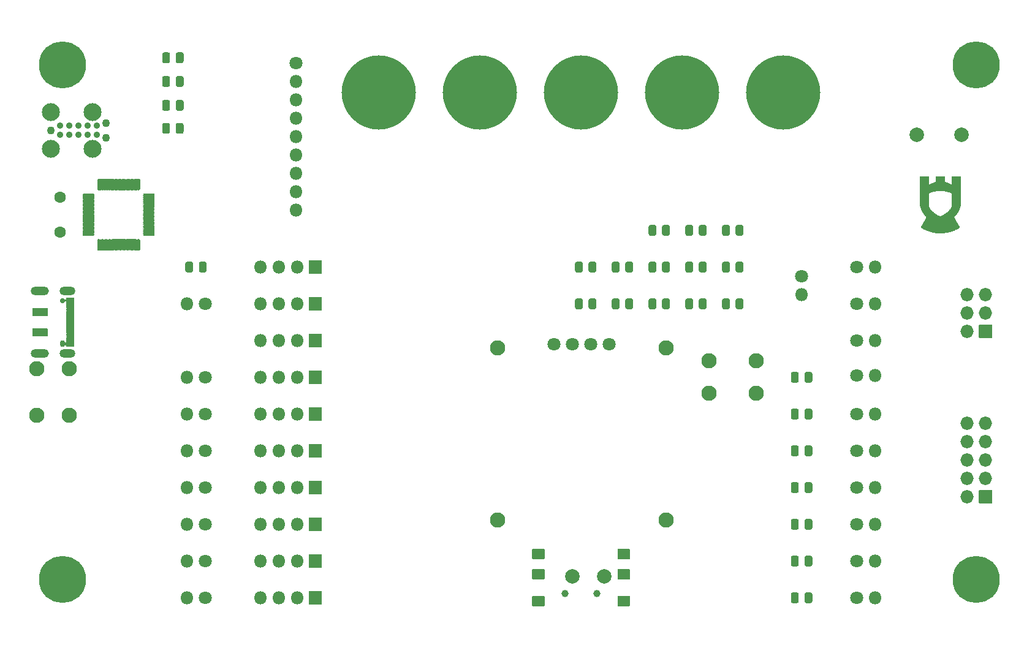
<source format=gbr>
G04 #@! TF.GenerationSoftware,KiCad,Pcbnew,5.1.10*
G04 #@! TF.CreationDate,2021-11-28T00:22:19+01:00*
G04 #@! TF.ProjectId,board,626f6172-642e-46b6-9963-61645f706362,rev?*
G04 #@! TF.SameCoordinates,Original*
G04 #@! TF.FileFunction,Soldermask,Top*
G04 #@! TF.FilePolarity,Negative*
%FSLAX46Y46*%
G04 Gerber Fmt 4.6, Leading zero omitted, Abs format (unit mm)*
G04 Created by KiCad (PCBNEW 5.1.10) date 2021-11-28 00:22:19*
%MOMM*%
%LPD*%
G01*
G04 APERTURE LIST*
%ADD10C,0.010000*%
%ADD11O,1.829200X1.829200*%
%ADD12C,1.002000*%
%ADD13C,2.000000*%
%ADD14C,2.102000*%
%ADD15C,1.802000*%
%ADD16O,1.802000X1.802000*%
%ADD17C,10.262000*%
%ADD18C,1.092600*%
%ADD19C,0.889400*%
%ADD20C,2.476900*%
%ADD21C,6.502000*%
%ADD22C,0.902000*%
%ADD23O,2.202000X1.202000*%
%ADD24O,2.502000X1.202000*%
%ADD25O,0.702000X0.702000*%
%ADD26O,0.702000X0.952000*%
%ADD27C,1.602000*%
%ADD28C,0.100000*%
G04 APERTURE END LIST*
D10*
G36*
X149605727Y-69355934D02*
G01*
X149605732Y-69403735D01*
X149605746Y-69450499D01*
X149605770Y-69496076D01*
X149605802Y-69540309D01*
X149605844Y-69583046D01*
X149605893Y-69624133D01*
X149605950Y-69663416D01*
X149606014Y-69700744D01*
X149606085Y-69735961D01*
X149606162Y-69768915D01*
X149606246Y-69799451D01*
X149606335Y-69827417D01*
X149606430Y-69852659D01*
X149606529Y-69875023D01*
X149606633Y-69894356D01*
X149606742Y-69910505D01*
X149606854Y-69923316D01*
X149606969Y-69932635D01*
X149607088Y-69938310D01*
X149607208Y-69940187D01*
X149609191Y-69938955D01*
X149614015Y-69935832D01*
X149621235Y-69931110D01*
X149630401Y-69925086D01*
X149641064Y-69918052D01*
X149652152Y-69910715D01*
X149698488Y-69880581D01*
X149743666Y-69852400D01*
X149788596Y-69825648D01*
X149834191Y-69799802D01*
X149881362Y-69774340D01*
X149931020Y-69748737D01*
X149956388Y-69736055D01*
X150050478Y-69691555D01*
X150145506Y-69650809D01*
X150241694Y-69613738D01*
X150339260Y-69580263D01*
X150438427Y-69550306D01*
X150539416Y-69523789D01*
X150578194Y-69514625D01*
X150593505Y-69511115D01*
X150593505Y-68771005D01*
X151806495Y-68771005D01*
X151806495Y-69511209D01*
X151817855Y-69513646D01*
X151829142Y-69516191D01*
X151843546Y-69519632D01*
X151860379Y-69523789D01*
X151878953Y-69528486D01*
X151898583Y-69533546D01*
X151918582Y-69538790D01*
X151938262Y-69544040D01*
X151956937Y-69549118D01*
X151973921Y-69553848D01*
X151981666Y-69556055D01*
X152074968Y-69584810D01*
X152168077Y-69617277D01*
X152260604Y-69653273D01*
X152352157Y-69692620D01*
X152442350Y-69735135D01*
X152530792Y-69780636D01*
X152617093Y-69828941D01*
X152700863Y-69879870D01*
X152760707Y-69918946D01*
X152770435Y-69925477D01*
X152779048Y-69931226D01*
X152786005Y-69935835D01*
X152790767Y-69938948D01*
X152792792Y-69940204D01*
X152792913Y-69938308D01*
X152793031Y-69932615D01*
X152793147Y-69923278D01*
X152793259Y-69910450D01*
X152793367Y-69894284D01*
X152793472Y-69874935D01*
X152793571Y-69852556D01*
X152793666Y-69827300D01*
X152793755Y-69799321D01*
X152793838Y-69768772D01*
X152793916Y-69735806D01*
X152793987Y-69700578D01*
X152794050Y-69663241D01*
X152794107Y-69623947D01*
X152794157Y-69582851D01*
X152794198Y-69540107D01*
X152794230Y-69495866D01*
X152794254Y-69450284D01*
X152794268Y-69403513D01*
X152794273Y-69355934D01*
X152794273Y-68771005D01*
X154005234Y-68771005D01*
X154005755Y-70504060D01*
X154005778Y-70587165D01*
X154005799Y-70669455D01*
X154005816Y-70750836D01*
X154005829Y-70831214D01*
X154005839Y-70910494D01*
X154005846Y-70988583D01*
X154005851Y-71065385D01*
X154005852Y-71140807D01*
X154005850Y-71214754D01*
X154005844Y-71287131D01*
X154005837Y-71357846D01*
X154005825Y-71426802D01*
X154005812Y-71493906D01*
X154005795Y-71559064D01*
X154005776Y-71622181D01*
X154005754Y-71683163D01*
X154005729Y-71741915D01*
X154005701Y-71798344D01*
X154005671Y-71852355D01*
X154005639Y-71903853D01*
X154005603Y-71952745D01*
X154005566Y-71998936D01*
X154005527Y-72042331D01*
X154005484Y-72082838D01*
X154005439Y-72120359D01*
X154005392Y-72154803D01*
X154005343Y-72186074D01*
X154005291Y-72214078D01*
X154005238Y-72238721D01*
X154005182Y-72259908D01*
X154005124Y-72277545D01*
X154005064Y-72291538D01*
X154005002Y-72301793D01*
X154004939Y-72308215D01*
X154004922Y-72309225D01*
X154003905Y-72351302D01*
X154002449Y-72390605D01*
X154000481Y-72428296D01*
X153997925Y-72465534D01*
X153994706Y-72503480D01*
X153990749Y-72543295D01*
X153988382Y-72565059D01*
X153974922Y-72667957D01*
X153957594Y-72770280D01*
X153936451Y-72871892D01*
X153911547Y-72972660D01*
X153882936Y-73072447D01*
X153850672Y-73171119D01*
X153814810Y-73268541D01*
X153775404Y-73364578D01*
X153732506Y-73459094D01*
X153686171Y-73551956D01*
X153636454Y-73643027D01*
X153583408Y-73732173D01*
X153527087Y-73819260D01*
X153467546Y-73904151D01*
X153435650Y-73946960D01*
X153389434Y-74005973D01*
X153340766Y-74064766D01*
X153290188Y-74122750D01*
X153238245Y-74179334D01*
X153185478Y-74233931D01*
X153132431Y-74285950D01*
X153079647Y-74334804D01*
X153071345Y-74342214D01*
X153064776Y-74348164D01*
X153059474Y-74353191D01*
X153056042Y-74356707D01*
X153055047Y-74358065D01*
X153056023Y-74359894D01*
X153058898Y-74365003D01*
X153063593Y-74373257D01*
X153070026Y-74384515D01*
X153078118Y-74398641D01*
X153087791Y-74415493D01*
X153098962Y-74434936D01*
X153111554Y-74456831D01*
X153125484Y-74481038D01*
X153140675Y-74507421D01*
X153157045Y-74535841D01*
X153174516Y-74566158D01*
X153193006Y-74598236D01*
X153212437Y-74631935D01*
X153232728Y-74667118D01*
X153253799Y-74703645D01*
X153275571Y-74741380D01*
X153297963Y-74780183D01*
X153320896Y-74819915D01*
X153344289Y-74860440D01*
X153368063Y-74901618D01*
X153392138Y-74943311D01*
X153416435Y-74985381D01*
X153440872Y-75027689D01*
X153465370Y-75070097D01*
X153489850Y-75112468D01*
X153514231Y-75154662D01*
X153538433Y-75196541D01*
X153562377Y-75237967D01*
X153585983Y-75278801D01*
X153609170Y-75318906D01*
X153631860Y-75358143D01*
X153653970Y-75396373D01*
X153675423Y-75433458D01*
X153696139Y-75469261D01*
X153716037Y-75503642D01*
X153735036Y-75536463D01*
X153753058Y-75567587D01*
X153770023Y-75596874D01*
X153785850Y-75624186D01*
X153800460Y-75649386D01*
X153813773Y-75672334D01*
X153825708Y-75692892D01*
X153836187Y-75710923D01*
X153845129Y-75726287D01*
X153852453Y-75738847D01*
X153858081Y-75748465D01*
X153861932Y-75755000D01*
X153863927Y-75758316D01*
X153864191Y-75758715D01*
X153866302Y-75762272D01*
X153865867Y-75764240D01*
X153863733Y-75765717D01*
X153858736Y-75768967D01*
X153851367Y-75773678D01*
X153842119Y-75779535D01*
X153831483Y-75786226D01*
X153824525Y-75790581D01*
X153704242Y-75863433D01*
X153582318Y-75932695D01*
X153458789Y-75998350D01*
X153333694Y-76060386D01*
X153207067Y-76118788D01*
X153078946Y-76173542D01*
X152949367Y-76224635D01*
X152818366Y-76272052D01*
X152685980Y-76315780D01*
X152552245Y-76355803D01*
X152417199Y-76392109D01*
X152280877Y-76424683D01*
X152143316Y-76453511D01*
X152056911Y-76469588D01*
X151982776Y-76482032D01*
X151905899Y-76493629D01*
X151827426Y-76504231D01*
X151748503Y-76513695D01*
X151670275Y-76521874D01*
X151593889Y-76528623D01*
X151589185Y-76528995D01*
X151573852Y-76530203D01*
X151559981Y-76531292D01*
X151547302Y-76532268D01*
X151535541Y-76533137D01*
X151524429Y-76533908D01*
X151513695Y-76534585D01*
X151503067Y-76535176D01*
X151492275Y-76535687D01*
X151481047Y-76536124D01*
X151469113Y-76536494D01*
X151456201Y-76536804D01*
X151442040Y-76537059D01*
X151426360Y-76537268D01*
X151408890Y-76537436D01*
X151389357Y-76537570D01*
X151367493Y-76537675D01*
X151343023Y-76537759D01*
X151315680Y-76537829D01*
X151285191Y-76537891D01*
X151251285Y-76537950D01*
X151214817Y-76538014D01*
X151173958Y-76538076D01*
X151136847Y-76538112D01*
X151103284Y-76538119D01*
X151073066Y-76538098D01*
X151045990Y-76538046D01*
X151021855Y-76537962D01*
X151000458Y-76537845D01*
X150981598Y-76537692D01*
X150965072Y-76537503D01*
X150950678Y-76537276D01*
X150938215Y-76537009D01*
X150927480Y-76536701D01*
X150918271Y-76536351D01*
X150910385Y-76535957D01*
X150907618Y-76535791D01*
X150778741Y-76526153D01*
X150652211Y-76513659D01*
X150527572Y-76498240D01*
X150404368Y-76479825D01*
X150282145Y-76458347D01*
X150160448Y-76433734D01*
X150038822Y-76405917D01*
X150009349Y-76398697D01*
X149873726Y-76363029D01*
X149739581Y-76323697D01*
X149606912Y-76280699D01*
X149475717Y-76234037D01*
X149345995Y-76183709D01*
X149217746Y-76129713D01*
X149090966Y-76072052D01*
X148965657Y-76010722D01*
X148841814Y-75945724D01*
X148719438Y-75877057D01*
X148598526Y-75804720D01*
X148578888Y-75792539D01*
X148565297Y-75784050D01*
X148554719Y-75777377D01*
X148546810Y-75772258D01*
X148541222Y-75768427D01*
X148537611Y-75765624D01*
X148535631Y-75763582D01*
X148534935Y-75762041D01*
X148535178Y-75760737D01*
X148535787Y-75759729D01*
X148537047Y-75757628D01*
X148540196Y-75752254D01*
X148545151Y-75743748D01*
X148551833Y-75732247D01*
X148560162Y-75717890D01*
X148570059Y-75700816D01*
X148581442Y-75681161D01*
X148594233Y-75659066D01*
X148608352Y-75634668D01*
X148623719Y-75608106D01*
X148640253Y-75579518D01*
X148657875Y-75549043D01*
X148676505Y-75516818D01*
X148696063Y-75482983D01*
X148716469Y-75447676D01*
X148737644Y-75411034D01*
X148759506Y-75373197D01*
X148781977Y-75334304D01*
X148804977Y-75294491D01*
X148828425Y-75253898D01*
X148852241Y-75212664D01*
X148876346Y-75170925D01*
X148900661Y-75128821D01*
X148925104Y-75086491D01*
X148949597Y-75044072D01*
X148974058Y-75001703D01*
X148998409Y-74959523D01*
X149022569Y-74917670D01*
X149046459Y-74876281D01*
X149069998Y-74835497D01*
X149093107Y-74795455D01*
X149115705Y-74756292D01*
X149137713Y-74718149D01*
X149159051Y-74681162D01*
X149179640Y-74645471D01*
X149199398Y-74611215D01*
X149218247Y-74578529D01*
X149236105Y-74547556D01*
X149252894Y-74518431D01*
X149268534Y-74491294D01*
X149282944Y-74466282D01*
X149296045Y-74443535D01*
X149307756Y-74423191D01*
X149317999Y-74405388D01*
X149326692Y-74390264D01*
X149333757Y-74377958D01*
X149339112Y-74368609D01*
X149342679Y-74362353D01*
X149344377Y-74359331D01*
X149344516Y-74359061D01*
X149343260Y-74357173D01*
X149339439Y-74353050D01*
X149333447Y-74347077D01*
X149325676Y-74339637D01*
X149316518Y-74331116D01*
X149308990Y-74324260D01*
X149278730Y-74296315D01*
X149246880Y-74265731D01*
X149214057Y-74233145D01*
X149180881Y-74199193D01*
X149147968Y-74164514D01*
X149115936Y-74129743D01*
X149085404Y-74095520D01*
X149069809Y-74077551D01*
X149003277Y-73997063D01*
X148939923Y-73914276D01*
X148879795Y-73829298D01*
X148822938Y-73742238D01*
X148769398Y-73653206D01*
X148719222Y-73562309D01*
X148672457Y-73469656D01*
X148629148Y-73375355D01*
X148589340Y-73279516D01*
X148553082Y-73182248D01*
X148520417Y-73083658D01*
X148491394Y-72983855D01*
X148466058Y-72882947D01*
X148444456Y-72781045D01*
X148426631Y-72678255D01*
X148412634Y-72574688D01*
X148406602Y-72517645D01*
X148402865Y-72475079D01*
X148399904Y-72433552D01*
X148397647Y-72391769D01*
X148396021Y-72348439D01*
X148395099Y-72310212D01*
X148395033Y-72304731D01*
X148394970Y-72295393D01*
X148394908Y-72282294D01*
X148394849Y-72265526D01*
X148394792Y-72245184D01*
X148394737Y-72221363D01*
X148394683Y-72194157D01*
X148394633Y-72163662D01*
X148394585Y-72129970D01*
X148394539Y-72093176D01*
X148394495Y-72053375D01*
X148394453Y-72010662D01*
X148394415Y-71965130D01*
X148394378Y-71916874D01*
X148394344Y-71865988D01*
X148394313Y-71812567D01*
X148394284Y-71756706D01*
X148394258Y-71698497D01*
X148394234Y-71638037D01*
X148394214Y-71575418D01*
X148394196Y-71510737D01*
X148394181Y-71444086D01*
X148394169Y-71375561D01*
X148394159Y-71305256D01*
X148394154Y-71233265D01*
X148394150Y-71159683D01*
X148394150Y-71100199D01*
X149552324Y-71100199D01*
X149552938Y-71883006D01*
X149552992Y-71949450D01*
X149553043Y-72012061D01*
X149553095Y-72070955D01*
X149553146Y-72126252D01*
X149553198Y-72178066D01*
X149553251Y-72226518D01*
X149553307Y-72271724D01*
X149553364Y-72313801D01*
X149553424Y-72352868D01*
X149553488Y-72389040D01*
X149553557Y-72422437D01*
X149553629Y-72453175D01*
X149553708Y-72481373D01*
X149553792Y-72507147D01*
X149553882Y-72530616D01*
X149553980Y-72551896D01*
X149554085Y-72571106D01*
X149554199Y-72588362D01*
X149554321Y-72603783D01*
X149554453Y-72617485D01*
X149554595Y-72629586D01*
X149554747Y-72640205D01*
X149554910Y-72649458D01*
X149555085Y-72657462D01*
X149555273Y-72664336D01*
X149555473Y-72670197D01*
X149555687Y-72675162D01*
X149555916Y-72679350D01*
X149556158Y-72682876D01*
X149556416Y-72685860D01*
X149556690Y-72688418D01*
X149556952Y-72690465D01*
X149565891Y-72745559D01*
X149577352Y-72798935D01*
X149591499Y-72851048D01*
X149608497Y-72902354D01*
X149628511Y-72953309D01*
X149651704Y-73004368D01*
X149678243Y-73055989D01*
X149707566Y-73107411D01*
X149743609Y-73164671D01*
X149783531Y-73222144D01*
X149827266Y-73279777D01*
X149874749Y-73337514D01*
X149925918Y-73395303D01*
X149980707Y-73453090D01*
X150039051Y-73510821D01*
X150100887Y-73568443D01*
X150166150Y-73625900D01*
X150234776Y-73683140D01*
X150306700Y-73740109D01*
X150381858Y-73796752D01*
X150460185Y-73853016D01*
X150541618Y-73908849D01*
X150626092Y-73964194D01*
X150713541Y-74018999D01*
X150803904Y-74073210D01*
X150897113Y-74126773D01*
X150985652Y-74175609D01*
X150996719Y-74181525D01*
X151009796Y-74188401D01*
X151024520Y-74196052D01*
X151040524Y-74204295D01*
X151057444Y-74212949D01*
X151074912Y-74221829D01*
X151092566Y-74230752D01*
X151110038Y-74239535D01*
X151126964Y-74247996D01*
X151142977Y-74255951D01*
X151157714Y-74263215D01*
X151170807Y-74269608D01*
X151181891Y-74274945D01*
X151190602Y-74279044D01*
X151196573Y-74281720D01*
X151199441Y-74282793D01*
X151199555Y-74282805D01*
X151202218Y-74281974D01*
X151207867Y-74279647D01*
X151215944Y-74276074D01*
X151225891Y-74271504D01*
X151237149Y-74266187D01*
X151242391Y-74263667D01*
X151273648Y-74248323D01*
X151307534Y-74231259D01*
X151343331Y-74212857D01*
X151380320Y-74193496D01*
X151417785Y-74173556D01*
X151455006Y-74153419D01*
X151491267Y-74133465D01*
X151525849Y-74114075D01*
X151541879Y-74104943D01*
X151633791Y-74051126D01*
X151723032Y-73996540D01*
X151809496Y-73941266D01*
X151893078Y-73885384D01*
X151973673Y-73828976D01*
X152051176Y-73772124D01*
X152125483Y-73714907D01*
X152196488Y-73657408D01*
X152264085Y-73599707D01*
X152328170Y-73541887D01*
X152388639Y-73484027D01*
X152445384Y-73426209D01*
X152498303Y-73368514D01*
X152504497Y-73361482D01*
X152554147Y-73302776D01*
X152599873Y-73244372D01*
X152641691Y-73186243D01*
X152679615Y-73128363D01*
X152713658Y-73070705D01*
X152743836Y-73013240D01*
X152770162Y-72955944D01*
X152792651Y-72898788D01*
X152811317Y-72841745D01*
X152826174Y-72784790D01*
X152835738Y-72736897D01*
X152836728Y-72731206D01*
X152837661Y-72725919D01*
X152838540Y-72720913D01*
X152839365Y-72716066D01*
X152840139Y-72711257D01*
X152840862Y-72706363D01*
X152841538Y-72701264D01*
X152842167Y-72695835D01*
X152842751Y-72689957D01*
X152843291Y-72683507D01*
X152843790Y-72676362D01*
X152844250Y-72668402D01*
X152844670Y-72659504D01*
X152845055Y-72649546D01*
X152845403Y-72638407D01*
X152845720Y-72625964D01*
X152846004Y-72612096D01*
X152846258Y-72596680D01*
X152846483Y-72579596D01*
X152846683Y-72560720D01*
X152846857Y-72539931D01*
X152847008Y-72517107D01*
X152847137Y-72492127D01*
X152847246Y-72464867D01*
X152847337Y-72435207D01*
X152847411Y-72403025D01*
X152847470Y-72368198D01*
X152847516Y-72330604D01*
X152847551Y-72290122D01*
X152847575Y-72246630D01*
X152847591Y-72200006D01*
X152847600Y-72150128D01*
X152847603Y-72096874D01*
X152847604Y-72040122D01*
X152847603Y-71979751D01*
X152847602Y-71915638D01*
X152847602Y-71867205D01*
X152847613Y-71100208D01*
X152830327Y-71089025D01*
X152809372Y-71075974D01*
X152784952Y-71061683D01*
X152757306Y-71046281D01*
X152726673Y-71029903D01*
X152693292Y-71012680D01*
X152686605Y-71009297D01*
X152604649Y-70969879D01*
X152519646Y-70932754D01*
X152431811Y-70897988D01*
X152341360Y-70865640D01*
X152248508Y-70835776D01*
X152153470Y-70808457D01*
X152056459Y-70783746D01*
X151957692Y-70761706D01*
X151857382Y-70742401D01*
X151755745Y-70725891D01*
X151684011Y-70716044D01*
X151568886Y-70703221D01*
X151453227Y-70693896D01*
X151337267Y-70688057D01*
X151221238Y-70685688D01*
X151105371Y-70686776D01*
X150989899Y-70691306D01*
X150875053Y-70699265D01*
X150761065Y-70710639D01*
X150648167Y-70725414D01*
X150536590Y-70743575D01*
X150426567Y-70765109D01*
X150318330Y-70790001D01*
X150274452Y-70801194D01*
X150207921Y-70819462D01*
X150141733Y-70839208D01*
X150076214Y-70860302D01*
X150011688Y-70882608D01*
X149948480Y-70905996D01*
X149886914Y-70930329D01*
X149827317Y-70955476D01*
X149770012Y-70981304D01*
X149715325Y-71007680D01*
X149663579Y-71034469D01*
X149615101Y-71061540D01*
X149570214Y-71088760D01*
X149565690Y-71091642D01*
X149552324Y-71100199D01*
X148394150Y-71100199D01*
X148394150Y-71084604D01*
X148394153Y-71008122D01*
X148394159Y-70930332D01*
X148394168Y-70851328D01*
X148394181Y-70771204D01*
X148394197Y-70690056D01*
X148394216Y-70607977D01*
X148394238Y-70525062D01*
X148394245Y-70504060D01*
X148394766Y-68771005D01*
X149605727Y-68771005D01*
X149605727Y-69355934D01*
G37*
X149605727Y-69355934D02*
X149605732Y-69403735D01*
X149605746Y-69450499D01*
X149605770Y-69496076D01*
X149605802Y-69540309D01*
X149605844Y-69583046D01*
X149605893Y-69624133D01*
X149605950Y-69663416D01*
X149606014Y-69700744D01*
X149606085Y-69735961D01*
X149606162Y-69768915D01*
X149606246Y-69799451D01*
X149606335Y-69827417D01*
X149606430Y-69852659D01*
X149606529Y-69875023D01*
X149606633Y-69894356D01*
X149606742Y-69910505D01*
X149606854Y-69923316D01*
X149606969Y-69932635D01*
X149607088Y-69938310D01*
X149607208Y-69940187D01*
X149609191Y-69938955D01*
X149614015Y-69935832D01*
X149621235Y-69931110D01*
X149630401Y-69925086D01*
X149641064Y-69918052D01*
X149652152Y-69910715D01*
X149698488Y-69880581D01*
X149743666Y-69852400D01*
X149788596Y-69825648D01*
X149834191Y-69799802D01*
X149881362Y-69774340D01*
X149931020Y-69748737D01*
X149956388Y-69736055D01*
X150050478Y-69691555D01*
X150145506Y-69650809D01*
X150241694Y-69613738D01*
X150339260Y-69580263D01*
X150438427Y-69550306D01*
X150539416Y-69523789D01*
X150578194Y-69514625D01*
X150593505Y-69511115D01*
X150593505Y-68771005D01*
X151806495Y-68771005D01*
X151806495Y-69511209D01*
X151817855Y-69513646D01*
X151829142Y-69516191D01*
X151843546Y-69519632D01*
X151860379Y-69523789D01*
X151878953Y-69528486D01*
X151898583Y-69533546D01*
X151918582Y-69538790D01*
X151938262Y-69544040D01*
X151956937Y-69549118D01*
X151973921Y-69553848D01*
X151981666Y-69556055D01*
X152074968Y-69584810D01*
X152168077Y-69617277D01*
X152260604Y-69653273D01*
X152352157Y-69692620D01*
X152442350Y-69735135D01*
X152530792Y-69780636D01*
X152617093Y-69828941D01*
X152700863Y-69879870D01*
X152760707Y-69918946D01*
X152770435Y-69925477D01*
X152779048Y-69931226D01*
X152786005Y-69935835D01*
X152790767Y-69938948D01*
X152792792Y-69940204D01*
X152792913Y-69938308D01*
X152793031Y-69932615D01*
X152793147Y-69923278D01*
X152793259Y-69910450D01*
X152793367Y-69894284D01*
X152793472Y-69874935D01*
X152793571Y-69852556D01*
X152793666Y-69827300D01*
X152793755Y-69799321D01*
X152793838Y-69768772D01*
X152793916Y-69735806D01*
X152793987Y-69700578D01*
X152794050Y-69663241D01*
X152794107Y-69623947D01*
X152794157Y-69582851D01*
X152794198Y-69540107D01*
X152794230Y-69495866D01*
X152794254Y-69450284D01*
X152794268Y-69403513D01*
X152794273Y-69355934D01*
X152794273Y-68771005D01*
X154005234Y-68771005D01*
X154005755Y-70504060D01*
X154005778Y-70587165D01*
X154005799Y-70669455D01*
X154005816Y-70750836D01*
X154005829Y-70831214D01*
X154005839Y-70910494D01*
X154005846Y-70988583D01*
X154005851Y-71065385D01*
X154005852Y-71140807D01*
X154005850Y-71214754D01*
X154005844Y-71287131D01*
X154005837Y-71357846D01*
X154005825Y-71426802D01*
X154005812Y-71493906D01*
X154005795Y-71559064D01*
X154005776Y-71622181D01*
X154005754Y-71683163D01*
X154005729Y-71741915D01*
X154005701Y-71798344D01*
X154005671Y-71852355D01*
X154005639Y-71903853D01*
X154005603Y-71952745D01*
X154005566Y-71998936D01*
X154005527Y-72042331D01*
X154005484Y-72082838D01*
X154005439Y-72120359D01*
X154005392Y-72154803D01*
X154005343Y-72186074D01*
X154005291Y-72214078D01*
X154005238Y-72238721D01*
X154005182Y-72259908D01*
X154005124Y-72277545D01*
X154005064Y-72291538D01*
X154005002Y-72301793D01*
X154004939Y-72308215D01*
X154004922Y-72309225D01*
X154003905Y-72351302D01*
X154002449Y-72390605D01*
X154000481Y-72428296D01*
X153997925Y-72465534D01*
X153994706Y-72503480D01*
X153990749Y-72543295D01*
X153988382Y-72565059D01*
X153974922Y-72667957D01*
X153957594Y-72770280D01*
X153936451Y-72871892D01*
X153911547Y-72972660D01*
X153882936Y-73072447D01*
X153850672Y-73171119D01*
X153814810Y-73268541D01*
X153775404Y-73364578D01*
X153732506Y-73459094D01*
X153686171Y-73551956D01*
X153636454Y-73643027D01*
X153583408Y-73732173D01*
X153527087Y-73819260D01*
X153467546Y-73904151D01*
X153435650Y-73946960D01*
X153389434Y-74005973D01*
X153340766Y-74064766D01*
X153290188Y-74122750D01*
X153238245Y-74179334D01*
X153185478Y-74233931D01*
X153132431Y-74285950D01*
X153079647Y-74334804D01*
X153071345Y-74342214D01*
X153064776Y-74348164D01*
X153059474Y-74353191D01*
X153056042Y-74356707D01*
X153055047Y-74358065D01*
X153056023Y-74359894D01*
X153058898Y-74365003D01*
X153063593Y-74373257D01*
X153070026Y-74384515D01*
X153078118Y-74398641D01*
X153087791Y-74415493D01*
X153098962Y-74434936D01*
X153111554Y-74456831D01*
X153125484Y-74481038D01*
X153140675Y-74507421D01*
X153157045Y-74535841D01*
X153174516Y-74566158D01*
X153193006Y-74598236D01*
X153212437Y-74631935D01*
X153232728Y-74667118D01*
X153253799Y-74703645D01*
X153275571Y-74741380D01*
X153297963Y-74780183D01*
X153320896Y-74819915D01*
X153344289Y-74860440D01*
X153368063Y-74901618D01*
X153392138Y-74943311D01*
X153416435Y-74985381D01*
X153440872Y-75027689D01*
X153465370Y-75070097D01*
X153489850Y-75112468D01*
X153514231Y-75154662D01*
X153538433Y-75196541D01*
X153562377Y-75237967D01*
X153585983Y-75278801D01*
X153609170Y-75318906D01*
X153631860Y-75358143D01*
X153653970Y-75396373D01*
X153675423Y-75433458D01*
X153696139Y-75469261D01*
X153716037Y-75503642D01*
X153735036Y-75536463D01*
X153753058Y-75567587D01*
X153770023Y-75596874D01*
X153785850Y-75624186D01*
X153800460Y-75649386D01*
X153813773Y-75672334D01*
X153825708Y-75692892D01*
X153836187Y-75710923D01*
X153845129Y-75726287D01*
X153852453Y-75738847D01*
X153858081Y-75748465D01*
X153861932Y-75755000D01*
X153863927Y-75758316D01*
X153864191Y-75758715D01*
X153866302Y-75762272D01*
X153865867Y-75764240D01*
X153863733Y-75765717D01*
X153858736Y-75768967D01*
X153851367Y-75773678D01*
X153842119Y-75779535D01*
X153831483Y-75786226D01*
X153824525Y-75790581D01*
X153704242Y-75863433D01*
X153582318Y-75932695D01*
X153458789Y-75998350D01*
X153333694Y-76060386D01*
X153207067Y-76118788D01*
X153078946Y-76173542D01*
X152949367Y-76224635D01*
X152818366Y-76272052D01*
X152685980Y-76315780D01*
X152552245Y-76355803D01*
X152417199Y-76392109D01*
X152280877Y-76424683D01*
X152143316Y-76453511D01*
X152056911Y-76469588D01*
X151982776Y-76482032D01*
X151905899Y-76493629D01*
X151827426Y-76504231D01*
X151748503Y-76513695D01*
X151670275Y-76521874D01*
X151593889Y-76528623D01*
X151589185Y-76528995D01*
X151573852Y-76530203D01*
X151559981Y-76531292D01*
X151547302Y-76532268D01*
X151535541Y-76533137D01*
X151524429Y-76533908D01*
X151513695Y-76534585D01*
X151503067Y-76535176D01*
X151492275Y-76535687D01*
X151481047Y-76536124D01*
X151469113Y-76536494D01*
X151456201Y-76536804D01*
X151442040Y-76537059D01*
X151426360Y-76537268D01*
X151408890Y-76537436D01*
X151389357Y-76537570D01*
X151367493Y-76537675D01*
X151343023Y-76537759D01*
X151315680Y-76537829D01*
X151285191Y-76537891D01*
X151251285Y-76537950D01*
X151214817Y-76538014D01*
X151173958Y-76538076D01*
X151136847Y-76538112D01*
X151103284Y-76538119D01*
X151073066Y-76538098D01*
X151045990Y-76538046D01*
X151021855Y-76537962D01*
X151000458Y-76537845D01*
X150981598Y-76537692D01*
X150965072Y-76537503D01*
X150950678Y-76537276D01*
X150938215Y-76537009D01*
X150927480Y-76536701D01*
X150918271Y-76536351D01*
X150910385Y-76535957D01*
X150907618Y-76535791D01*
X150778741Y-76526153D01*
X150652211Y-76513659D01*
X150527572Y-76498240D01*
X150404368Y-76479825D01*
X150282145Y-76458347D01*
X150160448Y-76433734D01*
X150038822Y-76405917D01*
X150009349Y-76398697D01*
X149873726Y-76363029D01*
X149739581Y-76323697D01*
X149606912Y-76280699D01*
X149475717Y-76234037D01*
X149345995Y-76183709D01*
X149217746Y-76129713D01*
X149090966Y-76072052D01*
X148965657Y-76010722D01*
X148841814Y-75945724D01*
X148719438Y-75877057D01*
X148598526Y-75804720D01*
X148578888Y-75792539D01*
X148565297Y-75784050D01*
X148554719Y-75777377D01*
X148546810Y-75772258D01*
X148541222Y-75768427D01*
X148537611Y-75765624D01*
X148535631Y-75763582D01*
X148534935Y-75762041D01*
X148535178Y-75760737D01*
X148535787Y-75759729D01*
X148537047Y-75757628D01*
X148540196Y-75752254D01*
X148545151Y-75743748D01*
X148551833Y-75732247D01*
X148560162Y-75717890D01*
X148570059Y-75700816D01*
X148581442Y-75681161D01*
X148594233Y-75659066D01*
X148608352Y-75634668D01*
X148623719Y-75608106D01*
X148640253Y-75579518D01*
X148657875Y-75549043D01*
X148676505Y-75516818D01*
X148696063Y-75482983D01*
X148716469Y-75447676D01*
X148737644Y-75411034D01*
X148759506Y-75373197D01*
X148781977Y-75334304D01*
X148804977Y-75294491D01*
X148828425Y-75253898D01*
X148852241Y-75212664D01*
X148876346Y-75170925D01*
X148900661Y-75128821D01*
X148925104Y-75086491D01*
X148949597Y-75044072D01*
X148974058Y-75001703D01*
X148998409Y-74959523D01*
X149022569Y-74917670D01*
X149046459Y-74876281D01*
X149069998Y-74835497D01*
X149093107Y-74795455D01*
X149115705Y-74756292D01*
X149137713Y-74718149D01*
X149159051Y-74681162D01*
X149179640Y-74645471D01*
X149199398Y-74611215D01*
X149218247Y-74578529D01*
X149236105Y-74547556D01*
X149252894Y-74518431D01*
X149268534Y-74491294D01*
X149282944Y-74466282D01*
X149296045Y-74443535D01*
X149307756Y-74423191D01*
X149317999Y-74405388D01*
X149326692Y-74390264D01*
X149333757Y-74377958D01*
X149339112Y-74368609D01*
X149342679Y-74362353D01*
X149344377Y-74359331D01*
X149344516Y-74359061D01*
X149343260Y-74357173D01*
X149339439Y-74353050D01*
X149333447Y-74347077D01*
X149325676Y-74339637D01*
X149316518Y-74331116D01*
X149308990Y-74324260D01*
X149278730Y-74296315D01*
X149246880Y-74265731D01*
X149214057Y-74233145D01*
X149180881Y-74199193D01*
X149147968Y-74164514D01*
X149115936Y-74129743D01*
X149085404Y-74095520D01*
X149069809Y-74077551D01*
X149003277Y-73997063D01*
X148939923Y-73914276D01*
X148879795Y-73829298D01*
X148822938Y-73742238D01*
X148769398Y-73653206D01*
X148719222Y-73562309D01*
X148672457Y-73469656D01*
X148629148Y-73375355D01*
X148589340Y-73279516D01*
X148553082Y-73182248D01*
X148520417Y-73083658D01*
X148491394Y-72983855D01*
X148466058Y-72882947D01*
X148444456Y-72781045D01*
X148426631Y-72678255D01*
X148412634Y-72574688D01*
X148406602Y-72517645D01*
X148402865Y-72475079D01*
X148399904Y-72433552D01*
X148397647Y-72391769D01*
X148396021Y-72348439D01*
X148395099Y-72310212D01*
X148395033Y-72304731D01*
X148394970Y-72295393D01*
X148394908Y-72282294D01*
X148394849Y-72265526D01*
X148394792Y-72245184D01*
X148394737Y-72221363D01*
X148394683Y-72194157D01*
X148394633Y-72163662D01*
X148394585Y-72129970D01*
X148394539Y-72093176D01*
X148394495Y-72053375D01*
X148394453Y-72010662D01*
X148394415Y-71965130D01*
X148394378Y-71916874D01*
X148394344Y-71865988D01*
X148394313Y-71812567D01*
X148394284Y-71756706D01*
X148394258Y-71698497D01*
X148394234Y-71638037D01*
X148394214Y-71575418D01*
X148394196Y-71510737D01*
X148394181Y-71444086D01*
X148394169Y-71375561D01*
X148394159Y-71305256D01*
X148394154Y-71233265D01*
X148394150Y-71159683D01*
X148394150Y-71100199D01*
X149552324Y-71100199D01*
X149552938Y-71883006D01*
X149552992Y-71949450D01*
X149553043Y-72012061D01*
X149553095Y-72070955D01*
X149553146Y-72126252D01*
X149553198Y-72178066D01*
X149553251Y-72226518D01*
X149553307Y-72271724D01*
X149553364Y-72313801D01*
X149553424Y-72352868D01*
X149553488Y-72389040D01*
X149553557Y-72422437D01*
X149553629Y-72453175D01*
X149553708Y-72481373D01*
X149553792Y-72507147D01*
X149553882Y-72530616D01*
X149553980Y-72551896D01*
X149554085Y-72571106D01*
X149554199Y-72588362D01*
X149554321Y-72603783D01*
X149554453Y-72617485D01*
X149554595Y-72629586D01*
X149554747Y-72640205D01*
X149554910Y-72649458D01*
X149555085Y-72657462D01*
X149555273Y-72664336D01*
X149555473Y-72670197D01*
X149555687Y-72675162D01*
X149555916Y-72679350D01*
X149556158Y-72682876D01*
X149556416Y-72685860D01*
X149556690Y-72688418D01*
X149556952Y-72690465D01*
X149565891Y-72745559D01*
X149577352Y-72798935D01*
X149591499Y-72851048D01*
X149608497Y-72902354D01*
X149628511Y-72953309D01*
X149651704Y-73004368D01*
X149678243Y-73055989D01*
X149707566Y-73107411D01*
X149743609Y-73164671D01*
X149783531Y-73222144D01*
X149827266Y-73279777D01*
X149874749Y-73337514D01*
X149925918Y-73395303D01*
X149980707Y-73453090D01*
X150039051Y-73510821D01*
X150100887Y-73568443D01*
X150166150Y-73625900D01*
X150234776Y-73683140D01*
X150306700Y-73740109D01*
X150381858Y-73796752D01*
X150460185Y-73853016D01*
X150541618Y-73908849D01*
X150626092Y-73964194D01*
X150713541Y-74018999D01*
X150803904Y-74073210D01*
X150897113Y-74126773D01*
X150985652Y-74175609D01*
X150996719Y-74181525D01*
X151009796Y-74188401D01*
X151024520Y-74196052D01*
X151040524Y-74204295D01*
X151057444Y-74212949D01*
X151074912Y-74221829D01*
X151092566Y-74230752D01*
X151110038Y-74239535D01*
X151126964Y-74247996D01*
X151142977Y-74255951D01*
X151157714Y-74263215D01*
X151170807Y-74269608D01*
X151181891Y-74274945D01*
X151190602Y-74279044D01*
X151196573Y-74281720D01*
X151199441Y-74282793D01*
X151199555Y-74282805D01*
X151202218Y-74281974D01*
X151207867Y-74279647D01*
X151215944Y-74276074D01*
X151225891Y-74271504D01*
X151237149Y-74266187D01*
X151242391Y-74263667D01*
X151273648Y-74248323D01*
X151307534Y-74231259D01*
X151343331Y-74212857D01*
X151380320Y-74193496D01*
X151417785Y-74173556D01*
X151455006Y-74153419D01*
X151491267Y-74133465D01*
X151525849Y-74114075D01*
X151541879Y-74104943D01*
X151633791Y-74051126D01*
X151723032Y-73996540D01*
X151809496Y-73941266D01*
X151893078Y-73885384D01*
X151973673Y-73828976D01*
X152051176Y-73772124D01*
X152125483Y-73714907D01*
X152196488Y-73657408D01*
X152264085Y-73599707D01*
X152328170Y-73541887D01*
X152388639Y-73484027D01*
X152445384Y-73426209D01*
X152498303Y-73368514D01*
X152504497Y-73361482D01*
X152554147Y-73302776D01*
X152599873Y-73244372D01*
X152641691Y-73186243D01*
X152679615Y-73128363D01*
X152713658Y-73070705D01*
X152743836Y-73013240D01*
X152770162Y-72955944D01*
X152792651Y-72898788D01*
X152811317Y-72841745D01*
X152826174Y-72784790D01*
X152835738Y-72736897D01*
X152836728Y-72731206D01*
X152837661Y-72725919D01*
X152838540Y-72720913D01*
X152839365Y-72716066D01*
X152840139Y-72711257D01*
X152840862Y-72706363D01*
X152841538Y-72701264D01*
X152842167Y-72695835D01*
X152842751Y-72689957D01*
X152843291Y-72683507D01*
X152843790Y-72676362D01*
X152844250Y-72668402D01*
X152844670Y-72659504D01*
X152845055Y-72649546D01*
X152845403Y-72638407D01*
X152845720Y-72625964D01*
X152846004Y-72612096D01*
X152846258Y-72596680D01*
X152846483Y-72579596D01*
X152846683Y-72560720D01*
X152846857Y-72539931D01*
X152847008Y-72517107D01*
X152847137Y-72492127D01*
X152847246Y-72464867D01*
X152847337Y-72435207D01*
X152847411Y-72403025D01*
X152847470Y-72368198D01*
X152847516Y-72330604D01*
X152847551Y-72290122D01*
X152847575Y-72246630D01*
X152847591Y-72200006D01*
X152847600Y-72150128D01*
X152847603Y-72096874D01*
X152847604Y-72040122D01*
X152847603Y-71979751D01*
X152847602Y-71915638D01*
X152847602Y-71867205D01*
X152847613Y-71100208D01*
X152830327Y-71089025D01*
X152809372Y-71075974D01*
X152784952Y-71061683D01*
X152757306Y-71046281D01*
X152726673Y-71029903D01*
X152693292Y-71012680D01*
X152686605Y-71009297D01*
X152604649Y-70969879D01*
X152519646Y-70932754D01*
X152431811Y-70897988D01*
X152341360Y-70865640D01*
X152248508Y-70835776D01*
X152153470Y-70808457D01*
X152056459Y-70783746D01*
X151957692Y-70761706D01*
X151857382Y-70742401D01*
X151755745Y-70725891D01*
X151684011Y-70716044D01*
X151568886Y-70703221D01*
X151453227Y-70693896D01*
X151337267Y-70688057D01*
X151221238Y-70685688D01*
X151105371Y-70686776D01*
X150989899Y-70691306D01*
X150875053Y-70699265D01*
X150761065Y-70710639D01*
X150648167Y-70725414D01*
X150536590Y-70743575D01*
X150426567Y-70765109D01*
X150318330Y-70790001D01*
X150274452Y-70801194D01*
X150207921Y-70819462D01*
X150141733Y-70839208D01*
X150076214Y-70860302D01*
X150011688Y-70882608D01*
X149948480Y-70905996D01*
X149886914Y-70930329D01*
X149827317Y-70955476D01*
X149770012Y-70981304D01*
X149715325Y-71007680D01*
X149663579Y-71034469D01*
X149615101Y-71061540D01*
X149570214Y-71088760D01*
X149565690Y-71091642D01*
X149552324Y-71100199D01*
X148394150Y-71100199D01*
X148394150Y-71084604D01*
X148394153Y-71008122D01*
X148394159Y-70930332D01*
X148394168Y-70851328D01*
X148394181Y-70771204D01*
X148394197Y-70690056D01*
X148394216Y-70607977D01*
X148394238Y-70525062D01*
X148394245Y-70504060D01*
X148394766Y-68771005D01*
X149605727Y-68771005D01*
X149605727Y-69355934D01*
G36*
X149605727Y-69355934D02*
G01*
X149605732Y-69403735D01*
X149605746Y-69450499D01*
X149605770Y-69496076D01*
X149605802Y-69540309D01*
X149605844Y-69583046D01*
X149605893Y-69624133D01*
X149605950Y-69663416D01*
X149606014Y-69700744D01*
X149606085Y-69735961D01*
X149606162Y-69768915D01*
X149606246Y-69799451D01*
X149606335Y-69827417D01*
X149606430Y-69852659D01*
X149606529Y-69875023D01*
X149606633Y-69894356D01*
X149606742Y-69910505D01*
X149606854Y-69923316D01*
X149606969Y-69932635D01*
X149607088Y-69938310D01*
X149607208Y-69940187D01*
X149609191Y-69938955D01*
X149614015Y-69935832D01*
X149621235Y-69931110D01*
X149630401Y-69925086D01*
X149641064Y-69918052D01*
X149652152Y-69910715D01*
X149698488Y-69880581D01*
X149743666Y-69852400D01*
X149788596Y-69825648D01*
X149834191Y-69799802D01*
X149881362Y-69774340D01*
X149931020Y-69748737D01*
X149956388Y-69736055D01*
X150050478Y-69691555D01*
X150145506Y-69650809D01*
X150241694Y-69613738D01*
X150339260Y-69580263D01*
X150438427Y-69550306D01*
X150539416Y-69523789D01*
X150578194Y-69514625D01*
X150593505Y-69511115D01*
X150593505Y-68771005D01*
X151806495Y-68771005D01*
X151806495Y-69511209D01*
X151817855Y-69513646D01*
X151829142Y-69516191D01*
X151843546Y-69519632D01*
X151860379Y-69523789D01*
X151878953Y-69528486D01*
X151898583Y-69533546D01*
X151918582Y-69538790D01*
X151938262Y-69544040D01*
X151956937Y-69549118D01*
X151973921Y-69553848D01*
X151981666Y-69556055D01*
X152074968Y-69584810D01*
X152168077Y-69617277D01*
X152260604Y-69653273D01*
X152352157Y-69692620D01*
X152442350Y-69735135D01*
X152530792Y-69780636D01*
X152617093Y-69828941D01*
X152700863Y-69879870D01*
X152760707Y-69918946D01*
X152770435Y-69925477D01*
X152779048Y-69931226D01*
X152786005Y-69935835D01*
X152790767Y-69938948D01*
X152792792Y-69940204D01*
X152792913Y-69938308D01*
X152793031Y-69932615D01*
X152793147Y-69923278D01*
X152793259Y-69910450D01*
X152793367Y-69894284D01*
X152793472Y-69874935D01*
X152793571Y-69852556D01*
X152793666Y-69827300D01*
X152793755Y-69799321D01*
X152793838Y-69768772D01*
X152793916Y-69735806D01*
X152793987Y-69700578D01*
X152794050Y-69663241D01*
X152794107Y-69623947D01*
X152794157Y-69582851D01*
X152794198Y-69540107D01*
X152794230Y-69495866D01*
X152794254Y-69450284D01*
X152794268Y-69403513D01*
X152794273Y-69355934D01*
X152794273Y-68771005D01*
X154005234Y-68771005D01*
X154005755Y-70504060D01*
X154005778Y-70587165D01*
X154005799Y-70669455D01*
X154005816Y-70750836D01*
X154005829Y-70831214D01*
X154005839Y-70910494D01*
X154005846Y-70988583D01*
X154005851Y-71065385D01*
X154005852Y-71140807D01*
X154005850Y-71214754D01*
X154005844Y-71287131D01*
X154005837Y-71357846D01*
X154005825Y-71426802D01*
X154005812Y-71493906D01*
X154005795Y-71559064D01*
X154005776Y-71622181D01*
X154005754Y-71683163D01*
X154005729Y-71741915D01*
X154005701Y-71798344D01*
X154005671Y-71852355D01*
X154005639Y-71903853D01*
X154005603Y-71952745D01*
X154005566Y-71998936D01*
X154005527Y-72042331D01*
X154005484Y-72082838D01*
X154005439Y-72120359D01*
X154005392Y-72154803D01*
X154005343Y-72186074D01*
X154005291Y-72214078D01*
X154005238Y-72238721D01*
X154005182Y-72259908D01*
X154005124Y-72277545D01*
X154005064Y-72291538D01*
X154005002Y-72301793D01*
X154004939Y-72308215D01*
X154004922Y-72309225D01*
X154003905Y-72351302D01*
X154002449Y-72390605D01*
X154000481Y-72428296D01*
X153997925Y-72465534D01*
X153994706Y-72503480D01*
X153990749Y-72543295D01*
X153988382Y-72565059D01*
X153974922Y-72667957D01*
X153957594Y-72770280D01*
X153936451Y-72871892D01*
X153911547Y-72972660D01*
X153882936Y-73072447D01*
X153850672Y-73171119D01*
X153814810Y-73268541D01*
X153775404Y-73364578D01*
X153732506Y-73459094D01*
X153686171Y-73551956D01*
X153636454Y-73643027D01*
X153583408Y-73732173D01*
X153527087Y-73819260D01*
X153467546Y-73904151D01*
X153435650Y-73946960D01*
X153389434Y-74005973D01*
X153340766Y-74064766D01*
X153290188Y-74122750D01*
X153238245Y-74179334D01*
X153185478Y-74233931D01*
X153132431Y-74285950D01*
X153079647Y-74334804D01*
X153071345Y-74342214D01*
X153064776Y-74348164D01*
X153059474Y-74353191D01*
X153056042Y-74356707D01*
X153055047Y-74358065D01*
X153056023Y-74359894D01*
X153058898Y-74365003D01*
X153063593Y-74373257D01*
X153070026Y-74384515D01*
X153078118Y-74398641D01*
X153087791Y-74415493D01*
X153098962Y-74434936D01*
X153111554Y-74456831D01*
X153125484Y-74481038D01*
X153140675Y-74507421D01*
X153157045Y-74535841D01*
X153174516Y-74566158D01*
X153193006Y-74598236D01*
X153212437Y-74631935D01*
X153232728Y-74667118D01*
X153253799Y-74703645D01*
X153275571Y-74741380D01*
X153297963Y-74780183D01*
X153320896Y-74819915D01*
X153344289Y-74860440D01*
X153368063Y-74901618D01*
X153392138Y-74943311D01*
X153416435Y-74985381D01*
X153440872Y-75027689D01*
X153465370Y-75070097D01*
X153489850Y-75112468D01*
X153514231Y-75154662D01*
X153538433Y-75196541D01*
X153562377Y-75237967D01*
X153585983Y-75278801D01*
X153609170Y-75318906D01*
X153631860Y-75358143D01*
X153653970Y-75396373D01*
X153675423Y-75433458D01*
X153696139Y-75469261D01*
X153716037Y-75503642D01*
X153735036Y-75536463D01*
X153753058Y-75567587D01*
X153770023Y-75596874D01*
X153785850Y-75624186D01*
X153800460Y-75649386D01*
X153813773Y-75672334D01*
X153825708Y-75692892D01*
X153836187Y-75710923D01*
X153845129Y-75726287D01*
X153852453Y-75738847D01*
X153858081Y-75748465D01*
X153861932Y-75755000D01*
X153863927Y-75758316D01*
X153864191Y-75758715D01*
X153866302Y-75762272D01*
X153865867Y-75764240D01*
X153863733Y-75765717D01*
X153858736Y-75768967D01*
X153851367Y-75773678D01*
X153842119Y-75779535D01*
X153831483Y-75786226D01*
X153824525Y-75790581D01*
X153704242Y-75863433D01*
X153582318Y-75932695D01*
X153458789Y-75998350D01*
X153333694Y-76060386D01*
X153207067Y-76118788D01*
X153078946Y-76173542D01*
X152949367Y-76224635D01*
X152818366Y-76272052D01*
X152685980Y-76315780D01*
X152552245Y-76355803D01*
X152417199Y-76392109D01*
X152280877Y-76424683D01*
X152143316Y-76453511D01*
X152056911Y-76469588D01*
X151982776Y-76482032D01*
X151905899Y-76493629D01*
X151827426Y-76504231D01*
X151748503Y-76513695D01*
X151670275Y-76521874D01*
X151593889Y-76528623D01*
X151589185Y-76528995D01*
X151573852Y-76530203D01*
X151559981Y-76531292D01*
X151547302Y-76532268D01*
X151535541Y-76533137D01*
X151524429Y-76533908D01*
X151513695Y-76534585D01*
X151503067Y-76535176D01*
X151492275Y-76535687D01*
X151481047Y-76536124D01*
X151469113Y-76536494D01*
X151456201Y-76536804D01*
X151442040Y-76537059D01*
X151426360Y-76537268D01*
X151408890Y-76537436D01*
X151389357Y-76537570D01*
X151367493Y-76537675D01*
X151343023Y-76537759D01*
X151315680Y-76537829D01*
X151285191Y-76537891D01*
X151251285Y-76537950D01*
X151214817Y-76538014D01*
X151173958Y-76538076D01*
X151136847Y-76538112D01*
X151103284Y-76538119D01*
X151073066Y-76538098D01*
X151045990Y-76538046D01*
X151021855Y-76537962D01*
X151000458Y-76537845D01*
X150981598Y-76537692D01*
X150965072Y-76537503D01*
X150950678Y-76537276D01*
X150938215Y-76537009D01*
X150927480Y-76536701D01*
X150918271Y-76536351D01*
X150910385Y-76535957D01*
X150907618Y-76535791D01*
X150778741Y-76526153D01*
X150652211Y-76513659D01*
X150527572Y-76498240D01*
X150404368Y-76479825D01*
X150282145Y-76458347D01*
X150160448Y-76433734D01*
X150038822Y-76405917D01*
X150009349Y-76398697D01*
X149873726Y-76363029D01*
X149739581Y-76323697D01*
X149606912Y-76280699D01*
X149475717Y-76234037D01*
X149345995Y-76183709D01*
X149217746Y-76129713D01*
X149090966Y-76072052D01*
X148965657Y-76010722D01*
X148841814Y-75945724D01*
X148719438Y-75877057D01*
X148598526Y-75804720D01*
X148578888Y-75792539D01*
X148565297Y-75784050D01*
X148554719Y-75777377D01*
X148546810Y-75772258D01*
X148541222Y-75768427D01*
X148537611Y-75765624D01*
X148535631Y-75763582D01*
X148534935Y-75762041D01*
X148535178Y-75760737D01*
X148535787Y-75759729D01*
X148537047Y-75757628D01*
X148540196Y-75752254D01*
X148545151Y-75743748D01*
X148551833Y-75732247D01*
X148560162Y-75717890D01*
X148570059Y-75700816D01*
X148581442Y-75681161D01*
X148594233Y-75659066D01*
X148608352Y-75634668D01*
X148623719Y-75608106D01*
X148640253Y-75579518D01*
X148657875Y-75549043D01*
X148676505Y-75516818D01*
X148696063Y-75482983D01*
X148716469Y-75447676D01*
X148737644Y-75411034D01*
X148759506Y-75373197D01*
X148781977Y-75334304D01*
X148804977Y-75294491D01*
X148828425Y-75253898D01*
X148852241Y-75212664D01*
X148876346Y-75170925D01*
X148900661Y-75128821D01*
X148925104Y-75086491D01*
X148949597Y-75044072D01*
X148974058Y-75001703D01*
X148998409Y-74959523D01*
X149022569Y-74917670D01*
X149046459Y-74876281D01*
X149069998Y-74835497D01*
X149093107Y-74795455D01*
X149115705Y-74756292D01*
X149137713Y-74718149D01*
X149159051Y-74681162D01*
X149179640Y-74645471D01*
X149199398Y-74611215D01*
X149218247Y-74578529D01*
X149236105Y-74547556D01*
X149252894Y-74518431D01*
X149268534Y-74491294D01*
X149282944Y-74466282D01*
X149296045Y-74443535D01*
X149307756Y-74423191D01*
X149317999Y-74405388D01*
X149326692Y-74390264D01*
X149333757Y-74377958D01*
X149339112Y-74368609D01*
X149342679Y-74362353D01*
X149344377Y-74359331D01*
X149344516Y-74359061D01*
X149343260Y-74357173D01*
X149339439Y-74353050D01*
X149333447Y-74347077D01*
X149325676Y-74339637D01*
X149316518Y-74331116D01*
X149308990Y-74324260D01*
X149278730Y-74296315D01*
X149246880Y-74265731D01*
X149214057Y-74233145D01*
X149180881Y-74199193D01*
X149147968Y-74164514D01*
X149115936Y-74129743D01*
X149085404Y-74095520D01*
X149069809Y-74077551D01*
X149003277Y-73997063D01*
X148939923Y-73914276D01*
X148879795Y-73829298D01*
X148822938Y-73742238D01*
X148769398Y-73653206D01*
X148719222Y-73562309D01*
X148672457Y-73469656D01*
X148629148Y-73375355D01*
X148589340Y-73279516D01*
X148553082Y-73182248D01*
X148520417Y-73083658D01*
X148491394Y-72983855D01*
X148466058Y-72882947D01*
X148444456Y-72781045D01*
X148426631Y-72678255D01*
X148412634Y-72574688D01*
X148406602Y-72517645D01*
X148402865Y-72475079D01*
X148399904Y-72433552D01*
X148397647Y-72391769D01*
X148396021Y-72348439D01*
X148395099Y-72310212D01*
X148395033Y-72304731D01*
X148394970Y-72295393D01*
X148394908Y-72282294D01*
X148394849Y-72265526D01*
X148394792Y-72245184D01*
X148394737Y-72221363D01*
X148394683Y-72194157D01*
X148394633Y-72163662D01*
X148394585Y-72129970D01*
X148394539Y-72093176D01*
X148394495Y-72053375D01*
X148394453Y-72010662D01*
X148394415Y-71965130D01*
X148394378Y-71916874D01*
X148394344Y-71865988D01*
X148394313Y-71812567D01*
X148394284Y-71756706D01*
X148394258Y-71698497D01*
X148394234Y-71638037D01*
X148394214Y-71575418D01*
X148394196Y-71510737D01*
X148394181Y-71444086D01*
X148394169Y-71375561D01*
X148394159Y-71305256D01*
X148394154Y-71233265D01*
X148394150Y-71159683D01*
X148394150Y-71100199D01*
X149552324Y-71100199D01*
X149552938Y-71883006D01*
X149552992Y-71949450D01*
X149553043Y-72012061D01*
X149553095Y-72070955D01*
X149553146Y-72126252D01*
X149553198Y-72178066D01*
X149553251Y-72226518D01*
X149553307Y-72271724D01*
X149553364Y-72313801D01*
X149553424Y-72352868D01*
X149553488Y-72389040D01*
X149553557Y-72422437D01*
X149553629Y-72453175D01*
X149553708Y-72481373D01*
X149553792Y-72507147D01*
X149553882Y-72530616D01*
X149553980Y-72551896D01*
X149554085Y-72571106D01*
X149554199Y-72588362D01*
X149554321Y-72603783D01*
X149554453Y-72617485D01*
X149554595Y-72629586D01*
X149554747Y-72640205D01*
X149554910Y-72649458D01*
X149555085Y-72657462D01*
X149555273Y-72664336D01*
X149555473Y-72670197D01*
X149555687Y-72675162D01*
X149555916Y-72679350D01*
X149556158Y-72682876D01*
X149556416Y-72685860D01*
X149556690Y-72688418D01*
X149556952Y-72690465D01*
X149565891Y-72745559D01*
X149577352Y-72798935D01*
X149591499Y-72851048D01*
X149608497Y-72902354D01*
X149628511Y-72953309D01*
X149651704Y-73004368D01*
X149678243Y-73055989D01*
X149707566Y-73107411D01*
X149743609Y-73164671D01*
X149783531Y-73222144D01*
X149827266Y-73279777D01*
X149874749Y-73337514D01*
X149925918Y-73395303D01*
X149980707Y-73453090D01*
X150039051Y-73510821D01*
X150100887Y-73568443D01*
X150166150Y-73625900D01*
X150234776Y-73683140D01*
X150306700Y-73740109D01*
X150381858Y-73796752D01*
X150460185Y-73853016D01*
X150541618Y-73908849D01*
X150626092Y-73964194D01*
X150713541Y-74018999D01*
X150803904Y-74073210D01*
X150897113Y-74126773D01*
X150985652Y-74175609D01*
X150996719Y-74181525D01*
X151009796Y-74188401D01*
X151024520Y-74196052D01*
X151040524Y-74204295D01*
X151057444Y-74212949D01*
X151074912Y-74221829D01*
X151092566Y-74230752D01*
X151110038Y-74239535D01*
X151126964Y-74247996D01*
X151142977Y-74255951D01*
X151157714Y-74263215D01*
X151170807Y-74269608D01*
X151181891Y-74274945D01*
X151190602Y-74279044D01*
X151196573Y-74281720D01*
X151199441Y-74282793D01*
X151199555Y-74282805D01*
X151202218Y-74281974D01*
X151207867Y-74279647D01*
X151215944Y-74276074D01*
X151225891Y-74271504D01*
X151237149Y-74266187D01*
X151242391Y-74263667D01*
X151273648Y-74248323D01*
X151307534Y-74231259D01*
X151343331Y-74212857D01*
X151380320Y-74193496D01*
X151417785Y-74173556D01*
X151455006Y-74153419D01*
X151491267Y-74133465D01*
X151525849Y-74114075D01*
X151541879Y-74104943D01*
X151633791Y-74051126D01*
X151723032Y-73996540D01*
X151809496Y-73941266D01*
X151893078Y-73885384D01*
X151973673Y-73828976D01*
X152051176Y-73772124D01*
X152125483Y-73714907D01*
X152196488Y-73657408D01*
X152264085Y-73599707D01*
X152328170Y-73541887D01*
X152388639Y-73484027D01*
X152445384Y-73426209D01*
X152498303Y-73368514D01*
X152504497Y-73361482D01*
X152554147Y-73302776D01*
X152599873Y-73244372D01*
X152641691Y-73186243D01*
X152679615Y-73128363D01*
X152713658Y-73070705D01*
X152743836Y-73013240D01*
X152770162Y-72955944D01*
X152792651Y-72898788D01*
X152811317Y-72841745D01*
X152826174Y-72784790D01*
X152835738Y-72736897D01*
X152836728Y-72731206D01*
X152837661Y-72725919D01*
X152838540Y-72720913D01*
X152839365Y-72716066D01*
X152840139Y-72711257D01*
X152840862Y-72706363D01*
X152841538Y-72701264D01*
X152842167Y-72695835D01*
X152842751Y-72689957D01*
X152843291Y-72683507D01*
X152843790Y-72676362D01*
X152844250Y-72668402D01*
X152844670Y-72659504D01*
X152845055Y-72649546D01*
X152845403Y-72638407D01*
X152845720Y-72625964D01*
X152846004Y-72612096D01*
X152846258Y-72596680D01*
X152846483Y-72579596D01*
X152846683Y-72560720D01*
X152846857Y-72539931D01*
X152847008Y-72517107D01*
X152847137Y-72492127D01*
X152847246Y-72464867D01*
X152847337Y-72435207D01*
X152847411Y-72403025D01*
X152847470Y-72368198D01*
X152847516Y-72330604D01*
X152847551Y-72290122D01*
X152847575Y-72246630D01*
X152847591Y-72200006D01*
X152847600Y-72150128D01*
X152847603Y-72096874D01*
X152847604Y-72040122D01*
X152847603Y-71979751D01*
X152847602Y-71915638D01*
X152847602Y-71867205D01*
X152847613Y-71100208D01*
X152830327Y-71089025D01*
X152809372Y-71075974D01*
X152784952Y-71061683D01*
X152757306Y-71046281D01*
X152726673Y-71029903D01*
X152693292Y-71012680D01*
X152686605Y-71009297D01*
X152604649Y-70969879D01*
X152519646Y-70932754D01*
X152431811Y-70897988D01*
X152341360Y-70865640D01*
X152248508Y-70835776D01*
X152153470Y-70808457D01*
X152056459Y-70783746D01*
X151957692Y-70761706D01*
X151857382Y-70742401D01*
X151755745Y-70725891D01*
X151684011Y-70716044D01*
X151568886Y-70703221D01*
X151453227Y-70693896D01*
X151337267Y-70688057D01*
X151221238Y-70685688D01*
X151105371Y-70686776D01*
X150989899Y-70691306D01*
X150875053Y-70699265D01*
X150761065Y-70710639D01*
X150648167Y-70725414D01*
X150536590Y-70743575D01*
X150426567Y-70765109D01*
X150318330Y-70790001D01*
X150274452Y-70801194D01*
X150207921Y-70819462D01*
X150141733Y-70839208D01*
X150076214Y-70860302D01*
X150011688Y-70882608D01*
X149948480Y-70905996D01*
X149886914Y-70930329D01*
X149827317Y-70955476D01*
X149770012Y-70981304D01*
X149715325Y-71007680D01*
X149663579Y-71034469D01*
X149615101Y-71061540D01*
X149570214Y-71088760D01*
X149565690Y-71091642D01*
X149552324Y-71100199D01*
X148394150Y-71100199D01*
X148394150Y-71084604D01*
X148394153Y-71008122D01*
X148394159Y-70930332D01*
X148394168Y-70851328D01*
X148394181Y-70771204D01*
X148394197Y-70690056D01*
X148394216Y-70607977D01*
X148394238Y-70525062D01*
X148394245Y-70504060D01*
X148394766Y-68771005D01*
X149605727Y-68771005D01*
X149605727Y-69355934D01*
G37*
X149605727Y-69355934D02*
X149605732Y-69403735D01*
X149605746Y-69450499D01*
X149605770Y-69496076D01*
X149605802Y-69540309D01*
X149605844Y-69583046D01*
X149605893Y-69624133D01*
X149605950Y-69663416D01*
X149606014Y-69700744D01*
X149606085Y-69735961D01*
X149606162Y-69768915D01*
X149606246Y-69799451D01*
X149606335Y-69827417D01*
X149606430Y-69852659D01*
X149606529Y-69875023D01*
X149606633Y-69894356D01*
X149606742Y-69910505D01*
X149606854Y-69923316D01*
X149606969Y-69932635D01*
X149607088Y-69938310D01*
X149607208Y-69940187D01*
X149609191Y-69938955D01*
X149614015Y-69935832D01*
X149621235Y-69931110D01*
X149630401Y-69925086D01*
X149641064Y-69918052D01*
X149652152Y-69910715D01*
X149698488Y-69880581D01*
X149743666Y-69852400D01*
X149788596Y-69825648D01*
X149834191Y-69799802D01*
X149881362Y-69774340D01*
X149931020Y-69748737D01*
X149956388Y-69736055D01*
X150050478Y-69691555D01*
X150145506Y-69650809D01*
X150241694Y-69613738D01*
X150339260Y-69580263D01*
X150438427Y-69550306D01*
X150539416Y-69523789D01*
X150578194Y-69514625D01*
X150593505Y-69511115D01*
X150593505Y-68771005D01*
X151806495Y-68771005D01*
X151806495Y-69511209D01*
X151817855Y-69513646D01*
X151829142Y-69516191D01*
X151843546Y-69519632D01*
X151860379Y-69523789D01*
X151878953Y-69528486D01*
X151898583Y-69533546D01*
X151918582Y-69538790D01*
X151938262Y-69544040D01*
X151956937Y-69549118D01*
X151973921Y-69553848D01*
X151981666Y-69556055D01*
X152074968Y-69584810D01*
X152168077Y-69617277D01*
X152260604Y-69653273D01*
X152352157Y-69692620D01*
X152442350Y-69735135D01*
X152530792Y-69780636D01*
X152617093Y-69828941D01*
X152700863Y-69879870D01*
X152760707Y-69918946D01*
X152770435Y-69925477D01*
X152779048Y-69931226D01*
X152786005Y-69935835D01*
X152790767Y-69938948D01*
X152792792Y-69940204D01*
X152792913Y-69938308D01*
X152793031Y-69932615D01*
X152793147Y-69923278D01*
X152793259Y-69910450D01*
X152793367Y-69894284D01*
X152793472Y-69874935D01*
X152793571Y-69852556D01*
X152793666Y-69827300D01*
X152793755Y-69799321D01*
X152793838Y-69768772D01*
X152793916Y-69735806D01*
X152793987Y-69700578D01*
X152794050Y-69663241D01*
X152794107Y-69623947D01*
X152794157Y-69582851D01*
X152794198Y-69540107D01*
X152794230Y-69495866D01*
X152794254Y-69450284D01*
X152794268Y-69403513D01*
X152794273Y-69355934D01*
X152794273Y-68771005D01*
X154005234Y-68771005D01*
X154005755Y-70504060D01*
X154005778Y-70587165D01*
X154005799Y-70669455D01*
X154005816Y-70750836D01*
X154005829Y-70831214D01*
X154005839Y-70910494D01*
X154005846Y-70988583D01*
X154005851Y-71065385D01*
X154005852Y-71140807D01*
X154005850Y-71214754D01*
X154005844Y-71287131D01*
X154005837Y-71357846D01*
X154005825Y-71426802D01*
X154005812Y-71493906D01*
X154005795Y-71559064D01*
X154005776Y-71622181D01*
X154005754Y-71683163D01*
X154005729Y-71741915D01*
X154005701Y-71798344D01*
X154005671Y-71852355D01*
X154005639Y-71903853D01*
X154005603Y-71952745D01*
X154005566Y-71998936D01*
X154005527Y-72042331D01*
X154005484Y-72082838D01*
X154005439Y-72120359D01*
X154005392Y-72154803D01*
X154005343Y-72186074D01*
X154005291Y-72214078D01*
X154005238Y-72238721D01*
X154005182Y-72259908D01*
X154005124Y-72277545D01*
X154005064Y-72291538D01*
X154005002Y-72301793D01*
X154004939Y-72308215D01*
X154004922Y-72309225D01*
X154003905Y-72351302D01*
X154002449Y-72390605D01*
X154000481Y-72428296D01*
X153997925Y-72465534D01*
X153994706Y-72503480D01*
X153990749Y-72543295D01*
X153988382Y-72565059D01*
X153974922Y-72667957D01*
X153957594Y-72770280D01*
X153936451Y-72871892D01*
X153911547Y-72972660D01*
X153882936Y-73072447D01*
X153850672Y-73171119D01*
X153814810Y-73268541D01*
X153775404Y-73364578D01*
X153732506Y-73459094D01*
X153686171Y-73551956D01*
X153636454Y-73643027D01*
X153583408Y-73732173D01*
X153527087Y-73819260D01*
X153467546Y-73904151D01*
X153435650Y-73946960D01*
X153389434Y-74005973D01*
X153340766Y-74064766D01*
X153290188Y-74122750D01*
X153238245Y-74179334D01*
X153185478Y-74233931D01*
X153132431Y-74285950D01*
X153079647Y-74334804D01*
X153071345Y-74342214D01*
X153064776Y-74348164D01*
X153059474Y-74353191D01*
X153056042Y-74356707D01*
X153055047Y-74358065D01*
X153056023Y-74359894D01*
X153058898Y-74365003D01*
X153063593Y-74373257D01*
X153070026Y-74384515D01*
X153078118Y-74398641D01*
X153087791Y-74415493D01*
X153098962Y-74434936D01*
X153111554Y-74456831D01*
X153125484Y-74481038D01*
X153140675Y-74507421D01*
X153157045Y-74535841D01*
X153174516Y-74566158D01*
X153193006Y-74598236D01*
X153212437Y-74631935D01*
X153232728Y-74667118D01*
X153253799Y-74703645D01*
X153275571Y-74741380D01*
X153297963Y-74780183D01*
X153320896Y-74819915D01*
X153344289Y-74860440D01*
X153368063Y-74901618D01*
X153392138Y-74943311D01*
X153416435Y-74985381D01*
X153440872Y-75027689D01*
X153465370Y-75070097D01*
X153489850Y-75112468D01*
X153514231Y-75154662D01*
X153538433Y-75196541D01*
X153562377Y-75237967D01*
X153585983Y-75278801D01*
X153609170Y-75318906D01*
X153631860Y-75358143D01*
X153653970Y-75396373D01*
X153675423Y-75433458D01*
X153696139Y-75469261D01*
X153716037Y-75503642D01*
X153735036Y-75536463D01*
X153753058Y-75567587D01*
X153770023Y-75596874D01*
X153785850Y-75624186D01*
X153800460Y-75649386D01*
X153813773Y-75672334D01*
X153825708Y-75692892D01*
X153836187Y-75710923D01*
X153845129Y-75726287D01*
X153852453Y-75738847D01*
X153858081Y-75748465D01*
X153861932Y-75755000D01*
X153863927Y-75758316D01*
X153864191Y-75758715D01*
X153866302Y-75762272D01*
X153865867Y-75764240D01*
X153863733Y-75765717D01*
X153858736Y-75768967D01*
X153851367Y-75773678D01*
X153842119Y-75779535D01*
X153831483Y-75786226D01*
X153824525Y-75790581D01*
X153704242Y-75863433D01*
X153582318Y-75932695D01*
X153458789Y-75998350D01*
X153333694Y-76060386D01*
X153207067Y-76118788D01*
X153078946Y-76173542D01*
X152949367Y-76224635D01*
X152818366Y-76272052D01*
X152685980Y-76315780D01*
X152552245Y-76355803D01*
X152417199Y-76392109D01*
X152280877Y-76424683D01*
X152143316Y-76453511D01*
X152056911Y-76469588D01*
X151982776Y-76482032D01*
X151905899Y-76493629D01*
X151827426Y-76504231D01*
X151748503Y-76513695D01*
X151670275Y-76521874D01*
X151593889Y-76528623D01*
X151589185Y-76528995D01*
X151573852Y-76530203D01*
X151559981Y-76531292D01*
X151547302Y-76532268D01*
X151535541Y-76533137D01*
X151524429Y-76533908D01*
X151513695Y-76534585D01*
X151503067Y-76535176D01*
X151492275Y-76535687D01*
X151481047Y-76536124D01*
X151469113Y-76536494D01*
X151456201Y-76536804D01*
X151442040Y-76537059D01*
X151426360Y-76537268D01*
X151408890Y-76537436D01*
X151389357Y-76537570D01*
X151367493Y-76537675D01*
X151343023Y-76537759D01*
X151315680Y-76537829D01*
X151285191Y-76537891D01*
X151251285Y-76537950D01*
X151214817Y-76538014D01*
X151173958Y-76538076D01*
X151136847Y-76538112D01*
X151103284Y-76538119D01*
X151073066Y-76538098D01*
X151045990Y-76538046D01*
X151021855Y-76537962D01*
X151000458Y-76537845D01*
X150981598Y-76537692D01*
X150965072Y-76537503D01*
X150950678Y-76537276D01*
X150938215Y-76537009D01*
X150927480Y-76536701D01*
X150918271Y-76536351D01*
X150910385Y-76535957D01*
X150907618Y-76535791D01*
X150778741Y-76526153D01*
X150652211Y-76513659D01*
X150527572Y-76498240D01*
X150404368Y-76479825D01*
X150282145Y-76458347D01*
X150160448Y-76433734D01*
X150038822Y-76405917D01*
X150009349Y-76398697D01*
X149873726Y-76363029D01*
X149739581Y-76323697D01*
X149606912Y-76280699D01*
X149475717Y-76234037D01*
X149345995Y-76183709D01*
X149217746Y-76129713D01*
X149090966Y-76072052D01*
X148965657Y-76010722D01*
X148841814Y-75945724D01*
X148719438Y-75877057D01*
X148598526Y-75804720D01*
X148578888Y-75792539D01*
X148565297Y-75784050D01*
X148554719Y-75777377D01*
X148546810Y-75772258D01*
X148541222Y-75768427D01*
X148537611Y-75765624D01*
X148535631Y-75763582D01*
X148534935Y-75762041D01*
X148535178Y-75760737D01*
X148535787Y-75759729D01*
X148537047Y-75757628D01*
X148540196Y-75752254D01*
X148545151Y-75743748D01*
X148551833Y-75732247D01*
X148560162Y-75717890D01*
X148570059Y-75700816D01*
X148581442Y-75681161D01*
X148594233Y-75659066D01*
X148608352Y-75634668D01*
X148623719Y-75608106D01*
X148640253Y-75579518D01*
X148657875Y-75549043D01*
X148676505Y-75516818D01*
X148696063Y-75482983D01*
X148716469Y-75447676D01*
X148737644Y-75411034D01*
X148759506Y-75373197D01*
X148781977Y-75334304D01*
X148804977Y-75294491D01*
X148828425Y-75253898D01*
X148852241Y-75212664D01*
X148876346Y-75170925D01*
X148900661Y-75128821D01*
X148925104Y-75086491D01*
X148949597Y-75044072D01*
X148974058Y-75001703D01*
X148998409Y-74959523D01*
X149022569Y-74917670D01*
X149046459Y-74876281D01*
X149069998Y-74835497D01*
X149093107Y-74795455D01*
X149115705Y-74756292D01*
X149137713Y-74718149D01*
X149159051Y-74681162D01*
X149179640Y-74645471D01*
X149199398Y-74611215D01*
X149218247Y-74578529D01*
X149236105Y-74547556D01*
X149252894Y-74518431D01*
X149268534Y-74491294D01*
X149282944Y-74466282D01*
X149296045Y-74443535D01*
X149307756Y-74423191D01*
X149317999Y-74405388D01*
X149326692Y-74390264D01*
X149333757Y-74377958D01*
X149339112Y-74368609D01*
X149342679Y-74362353D01*
X149344377Y-74359331D01*
X149344516Y-74359061D01*
X149343260Y-74357173D01*
X149339439Y-74353050D01*
X149333447Y-74347077D01*
X149325676Y-74339637D01*
X149316518Y-74331116D01*
X149308990Y-74324260D01*
X149278730Y-74296315D01*
X149246880Y-74265731D01*
X149214057Y-74233145D01*
X149180881Y-74199193D01*
X149147968Y-74164514D01*
X149115936Y-74129743D01*
X149085404Y-74095520D01*
X149069809Y-74077551D01*
X149003277Y-73997063D01*
X148939923Y-73914276D01*
X148879795Y-73829298D01*
X148822938Y-73742238D01*
X148769398Y-73653206D01*
X148719222Y-73562309D01*
X148672457Y-73469656D01*
X148629148Y-73375355D01*
X148589340Y-73279516D01*
X148553082Y-73182248D01*
X148520417Y-73083658D01*
X148491394Y-72983855D01*
X148466058Y-72882947D01*
X148444456Y-72781045D01*
X148426631Y-72678255D01*
X148412634Y-72574688D01*
X148406602Y-72517645D01*
X148402865Y-72475079D01*
X148399904Y-72433552D01*
X148397647Y-72391769D01*
X148396021Y-72348439D01*
X148395099Y-72310212D01*
X148395033Y-72304731D01*
X148394970Y-72295393D01*
X148394908Y-72282294D01*
X148394849Y-72265526D01*
X148394792Y-72245184D01*
X148394737Y-72221363D01*
X148394683Y-72194157D01*
X148394633Y-72163662D01*
X148394585Y-72129970D01*
X148394539Y-72093176D01*
X148394495Y-72053375D01*
X148394453Y-72010662D01*
X148394415Y-71965130D01*
X148394378Y-71916874D01*
X148394344Y-71865988D01*
X148394313Y-71812567D01*
X148394284Y-71756706D01*
X148394258Y-71698497D01*
X148394234Y-71638037D01*
X148394214Y-71575418D01*
X148394196Y-71510737D01*
X148394181Y-71444086D01*
X148394169Y-71375561D01*
X148394159Y-71305256D01*
X148394154Y-71233265D01*
X148394150Y-71159683D01*
X148394150Y-71100199D01*
X149552324Y-71100199D01*
X149552938Y-71883006D01*
X149552992Y-71949450D01*
X149553043Y-72012061D01*
X149553095Y-72070955D01*
X149553146Y-72126252D01*
X149553198Y-72178066D01*
X149553251Y-72226518D01*
X149553307Y-72271724D01*
X149553364Y-72313801D01*
X149553424Y-72352868D01*
X149553488Y-72389040D01*
X149553557Y-72422437D01*
X149553629Y-72453175D01*
X149553708Y-72481373D01*
X149553792Y-72507147D01*
X149553882Y-72530616D01*
X149553980Y-72551896D01*
X149554085Y-72571106D01*
X149554199Y-72588362D01*
X149554321Y-72603783D01*
X149554453Y-72617485D01*
X149554595Y-72629586D01*
X149554747Y-72640205D01*
X149554910Y-72649458D01*
X149555085Y-72657462D01*
X149555273Y-72664336D01*
X149555473Y-72670197D01*
X149555687Y-72675162D01*
X149555916Y-72679350D01*
X149556158Y-72682876D01*
X149556416Y-72685860D01*
X149556690Y-72688418D01*
X149556952Y-72690465D01*
X149565891Y-72745559D01*
X149577352Y-72798935D01*
X149591499Y-72851048D01*
X149608497Y-72902354D01*
X149628511Y-72953309D01*
X149651704Y-73004368D01*
X149678243Y-73055989D01*
X149707566Y-73107411D01*
X149743609Y-73164671D01*
X149783531Y-73222144D01*
X149827266Y-73279777D01*
X149874749Y-73337514D01*
X149925918Y-73395303D01*
X149980707Y-73453090D01*
X150039051Y-73510821D01*
X150100887Y-73568443D01*
X150166150Y-73625900D01*
X150234776Y-73683140D01*
X150306700Y-73740109D01*
X150381858Y-73796752D01*
X150460185Y-73853016D01*
X150541618Y-73908849D01*
X150626092Y-73964194D01*
X150713541Y-74018999D01*
X150803904Y-74073210D01*
X150897113Y-74126773D01*
X150985652Y-74175609D01*
X150996719Y-74181525D01*
X151009796Y-74188401D01*
X151024520Y-74196052D01*
X151040524Y-74204295D01*
X151057444Y-74212949D01*
X151074912Y-74221829D01*
X151092566Y-74230752D01*
X151110038Y-74239535D01*
X151126964Y-74247996D01*
X151142977Y-74255951D01*
X151157714Y-74263215D01*
X151170807Y-74269608D01*
X151181891Y-74274945D01*
X151190602Y-74279044D01*
X151196573Y-74281720D01*
X151199441Y-74282793D01*
X151199555Y-74282805D01*
X151202218Y-74281974D01*
X151207867Y-74279647D01*
X151215944Y-74276074D01*
X151225891Y-74271504D01*
X151237149Y-74266187D01*
X151242391Y-74263667D01*
X151273648Y-74248323D01*
X151307534Y-74231259D01*
X151343331Y-74212857D01*
X151380320Y-74193496D01*
X151417785Y-74173556D01*
X151455006Y-74153419D01*
X151491267Y-74133465D01*
X151525849Y-74114075D01*
X151541879Y-74104943D01*
X151633791Y-74051126D01*
X151723032Y-73996540D01*
X151809496Y-73941266D01*
X151893078Y-73885384D01*
X151973673Y-73828976D01*
X152051176Y-73772124D01*
X152125483Y-73714907D01*
X152196488Y-73657408D01*
X152264085Y-73599707D01*
X152328170Y-73541887D01*
X152388639Y-73484027D01*
X152445384Y-73426209D01*
X152498303Y-73368514D01*
X152504497Y-73361482D01*
X152554147Y-73302776D01*
X152599873Y-73244372D01*
X152641691Y-73186243D01*
X152679615Y-73128363D01*
X152713658Y-73070705D01*
X152743836Y-73013240D01*
X152770162Y-72955944D01*
X152792651Y-72898788D01*
X152811317Y-72841745D01*
X152826174Y-72784790D01*
X152835738Y-72736897D01*
X152836728Y-72731206D01*
X152837661Y-72725919D01*
X152838540Y-72720913D01*
X152839365Y-72716066D01*
X152840139Y-72711257D01*
X152840862Y-72706363D01*
X152841538Y-72701264D01*
X152842167Y-72695835D01*
X152842751Y-72689957D01*
X152843291Y-72683507D01*
X152843790Y-72676362D01*
X152844250Y-72668402D01*
X152844670Y-72659504D01*
X152845055Y-72649546D01*
X152845403Y-72638407D01*
X152845720Y-72625964D01*
X152846004Y-72612096D01*
X152846258Y-72596680D01*
X152846483Y-72579596D01*
X152846683Y-72560720D01*
X152846857Y-72539931D01*
X152847008Y-72517107D01*
X152847137Y-72492127D01*
X152847246Y-72464867D01*
X152847337Y-72435207D01*
X152847411Y-72403025D01*
X152847470Y-72368198D01*
X152847516Y-72330604D01*
X152847551Y-72290122D01*
X152847575Y-72246630D01*
X152847591Y-72200006D01*
X152847600Y-72150128D01*
X152847603Y-72096874D01*
X152847604Y-72040122D01*
X152847603Y-71979751D01*
X152847602Y-71915638D01*
X152847602Y-71867205D01*
X152847613Y-71100208D01*
X152830327Y-71089025D01*
X152809372Y-71075974D01*
X152784952Y-71061683D01*
X152757306Y-71046281D01*
X152726673Y-71029903D01*
X152693292Y-71012680D01*
X152686605Y-71009297D01*
X152604649Y-70969879D01*
X152519646Y-70932754D01*
X152431811Y-70897988D01*
X152341360Y-70865640D01*
X152248508Y-70835776D01*
X152153470Y-70808457D01*
X152056459Y-70783746D01*
X151957692Y-70761706D01*
X151857382Y-70742401D01*
X151755745Y-70725891D01*
X151684011Y-70716044D01*
X151568886Y-70703221D01*
X151453227Y-70693896D01*
X151337267Y-70688057D01*
X151221238Y-70685688D01*
X151105371Y-70686776D01*
X150989899Y-70691306D01*
X150875053Y-70699265D01*
X150761065Y-70710639D01*
X150648167Y-70725414D01*
X150536590Y-70743575D01*
X150426567Y-70765109D01*
X150318330Y-70790001D01*
X150274452Y-70801194D01*
X150207921Y-70819462D01*
X150141733Y-70839208D01*
X150076214Y-70860302D01*
X150011688Y-70882608D01*
X149948480Y-70905996D01*
X149886914Y-70930329D01*
X149827317Y-70955476D01*
X149770012Y-70981304D01*
X149715325Y-71007680D01*
X149663579Y-71034469D01*
X149615101Y-71061540D01*
X149570214Y-71088760D01*
X149565690Y-71091642D01*
X149552324Y-71100199D01*
X148394150Y-71100199D01*
X148394150Y-71084604D01*
X148394153Y-71008122D01*
X148394159Y-70930332D01*
X148394168Y-70851328D01*
X148394181Y-70771204D01*
X148394197Y-70690056D01*
X148394216Y-70607977D01*
X148394238Y-70525062D01*
X148394245Y-70504060D01*
X148394766Y-68771005D01*
X149605727Y-68771005D01*
X149605727Y-69355934D01*
G36*
G01*
X158394600Y-112166400D02*
X158394600Y-113893600D01*
G75*
G02*
X158343600Y-113944600I-51000J0D01*
G01*
X156616400Y-113944600D01*
G75*
G02*
X156565400Y-113893600I0J51000D01*
G01*
X156565400Y-112166400D01*
G75*
G02*
X156616400Y-112115400I51000J0D01*
G01*
X158343600Y-112115400D01*
G75*
G02*
X158394600Y-112166400I0J-51000D01*
G01*
G37*
D11*
X154940000Y-113030000D03*
X157480000Y-110490000D03*
X154940000Y-110490000D03*
X157480000Y-107950000D03*
X154940000Y-107950000D03*
X157480000Y-105410000D03*
X154940000Y-105410000D03*
X157480000Y-102870000D03*
X154940000Y-102870000D03*
G36*
G01*
X158394600Y-89306400D02*
X158394600Y-91033600D01*
G75*
G02*
X158343600Y-91084600I-51000J0D01*
G01*
X156616400Y-91084600D01*
G75*
G02*
X156565400Y-91033600I0J51000D01*
G01*
X156565400Y-89306400D01*
G75*
G02*
X156616400Y-89255400I51000J0D01*
G01*
X158343600Y-89255400D01*
G75*
G02*
X158394600Y-89306400I0J-51000D01*
G01*
G37*
X154940000Y-90170000D03*
X157480000Y-87630000D03*
X154940000Y-87630000D03*
X157480000Y-85090000D03*
X154940000Y-85090000D03*
D12*
X99400000Y-126406000D03*
X103800000Y-126406000D03*
G36*
G01*
X106649000Y-128106000D02*
X106649000Y-126806000D01*
G75*
G02*
X106700000Y-126755000I51000J0D01*
G01*
X108300000Y-126755000D01*
G75*
G02*
X108351000Y-126806000I0J-51000D01*
G01*
X108351000Y-128106000D01*
G75*
G02*
X108300000Y-128157000I-51000J0D01*
G01*
X106700000Y-128157000D01*
G75*
G02*
X106649000Y-128106000I0J51000D01*
G01*
G37*
G36*
G01*
X106649000Y-124406000D02*
X106649000Y-123106000D01*
G75*
G02*
X106700000Y-123055000I51000J0D01*
G01*
X108300000Y-123055000D01*
G75*
G02*
X108351000Y-123106000I0J-51000D01*
G01*
X108351000Y-124406000D01*
G75*
G02*
X108300000Y-124457000I-51000J0D01*
G01*
X106700000Y-124457000D01*
G75*
G02*
X106649000Y-124406000I0J51000D01*
G01*
G37*
G36*
G01*
X106649000Y-121606000D02*
X106649000Y-120306000D01*
G75*
G02*
X106700000Y-120255000I51000J0D01*
G01*
X108300000Y-120255000D01*
G75*
G02*
X108351000Y-120306000I0J-51000D01*
G01*
X108351000Y-121606000D01*
G75*
G02*
X108300000Y-121657000I-51000J0D01*
G01*
X106700000Y-121657000D01*
G75*
G02*
X106649000Y-121606000I0J51000D01*
G01*
G37*
G36*
G01*
X94849000Y-128106000D02*
X94849000Y-126806000D01*
G75*
G02*
X94900000Y-126755000I51000J0D01*
G01*
X96500000Y-126755000D01*
G75*
G02*
X96551000Y-126806000I0J-51000D01*
G01*
X96551000Y-128106000D01*
G75*
G02*
X96500000Y-128157000I-51000J0D01*
G01*
X94900000Y-128157000D01*
G75*
G02*
X94849000Y-128106000I0J51000D01*
G01*
G37*
G36*
G01*
X94849000Y-124406000D02*
X94849000Y-123106000D01*
G75*
G02*
X94900000Y-123055000I51000J0D01*
G01*
X96500000Y-123055000D01*
G75*
G02*
X96551000Y-123106000I0J-51000D01*
G01*
X96551000Y-124406000D01*
G75*
G02*
X96500000Y-124457000I-51000J0D01*
G01*
X94900000Y-124457000D01*
G75*
G02*
X94849000Y-124406000I0J51000D01*
G01*
G37*
G36*
G01*
X94849000Y-121606000D02*
X94849000Y-120306000D01*
G75*
G02*
X94900000Y-120255000I51000J0D01*
G01*
X96500000Y-120255000D01*
G75*
G02*
X96551000Y-120306000I0J-51000D01*
G01*
X96551000Y-121606000D01*
G75*
G02*
X96500000Y-121657000I-51000J0D01*
G01*
X94900000Y-121657000D01*
G75*
G02*
X94849000Y-121606000I0J51000D01*
G01*
G37*
D13*
X100400000Y-124000000D03*
X104800000Y-124000000D03*
X154200000Y-63000000D03*
X148000000Y-63000000D03*
D14*
X90050000Y-92431998D03*
D15*
X100430000Y-91931998D03*
X97890000Y-91931998D03*
X102970000Y-91931998D03*
X105510000Y-91931998D03*
D14*
X113350000Y-92431998D03*
X90050000Y-116231998D03*
X113350000Y-116231998D03*
D15*
X62230000Y-53086000D03*
D16*
X62230000Y-55626000D03*
X62230000Y-58166000D03*
X62230000Y-60706000D03*
X62230000Y-63246000D03*
X62230000Y-65786000D03*
X62230000Y-68326000D03*
X62230000Y-70866000D03*
X62230000Y-73406000D03*
D17*
X73660000Y-57150000D03*
X129540000Y-57150000D03*
X87630000Y-57150000D03*
X101600000Y-57150000D03*
X115570000Y-57150000D03*
G36*
G01*
X46688000Y-51867650D02*
X46688000Y-52831150D01*
G75*
G02*
X46418750Y-53100400I-269250J0D01*
G01*
X45880250Y-53100400D01*
G75*
G02*
X45611000Y-52831150I0J269250D01*
G01*
X45611000Y-51867650D01*
G75*
G02*
X45880250Y-51598400I269250J0D01*
G01*
X46418750Y-51598400D01*
G75*
G02*
X46688000Y-51867650I0J-269250D01*
G01*
G37*
G36*
G01*
X44813000Y-51867650D02*
X44813000Y-52831150D01*
G75*
G02*
X44543750Y-53100400I-269250J0D01*
G01*
X44005250Y-53100400D01*
G75*
G02*
X43736000Y-52831150I0J269250D01*
G01*
X43736000Y-51867650D01*
G75*
G02*
X44005250Y-51598400I269250J0D01*
G01*
X44543750Y-51598400D01*
G75*
G02*
X44813000Y-51867650I0J-269250D01*
G01*
G37*
G36*
G01*
X44813000Y-55144250D02*
X44813000Y-56107750D01*
G75*
G02*
X44543750Y-56377000I-269250J0D01*
G01*
X44005250Y-56377000D01*
G75*
G02*
X43736000Y-56107750I0J269250D01*
G01*
X43736000Y-55144250D01*
G75*
G02*
X44005250Y-54875000I269250J0D01*
G01*
X44543750Y-54875000D01*
G75*
G02*
X44813000Y-55144250I0J-269250D01*
G01*
G37*
G36*
G01*
X46688000Y-55144250D02*
X46688000Y-56107750D01*
G75*
G02*
X46418750Y-56377000I-269250J0D01*
G01*
X45880250Y-56377000D01*
G75*
G02*
X45611000Y-56107750I0J269250D01*
G01*
X45611000Y-55144250D01*
G75*
G02*
X45880250Y-54875000I269250J0D01*
G01*
X46418750Y-54875000D01*
G75*
G02*
X46688000Y-55144250I0J-269250D01*
G01*
G37*
G36*
G01*
X44813000Y-58446250D02*
X44813000Y-59409750D01*
G75*
G02*
X44543750Y-59679000I-269250J0D01*
G01*
X44005250Y-59679000D01*
G75*
G02*
X43736000Y-59409750I0J269250D01*
G01*
X43736000Y-58446250D01*
G75*
G02*
X44005250Y-58177000I269250J0D01*
G01*
X44543750Y-58177000D01*
G75*
G02*
X44813000Y-58446250I0J-269250D01*
G01*
G37*
G36*
G01*
X46688000Y-58446250D02*
X46688000Y-59409750D01*
G75*
G02*
X46418750Y-59679000I-269250J0D01*
G01*
X45880250Y-59679000D01*
G75*
G02*
X45611000Y-59409750I0J269250D01*
G01*
X45611000Y-58446250D01*
G75*
G02*
X45880250Y-58177000I269250J0D01*
G01*
X46418750Y-58177000D01*
G75*
G02*
X46688000Y-58446250I0J-269250D01*
G01*
G37*
G36*
G01*
X44813000Y-61621250D02*
X44813000Y-62584750D01*
G75*
G02*
X44543750Y-62854000I-269250J0D01*
G01*
X44005250Y-62854000D01*
G75*
G02*
X43736000Y-62584750I0J269250D01*
G01*
X43736000Y-61621250D01*
G75*
G02*
X44005250Y-61352000I269250J0D01*
G01*
X44543750Y-61352000D01*
G75*
G02*
X44813000Y-61621250I0J-269250D01*
G01*
G37*
G36*
G01*
X46688000Y-61621250D02*
X46688000Y-62584750D01*
G75*
G02*
X46418750Y-62854000I-269250J0D01*
G01*
X45880250Y-62854000D01*
G75*
G02*
X45611000Y-62584750I0J269250D01*
G01*
X45611000Y-61621250D01*
G75*
G02*
X45880250Y-61352000I269250J0D01*
G01*
X46418750Y-61352000D01*
G75*
G02*
X46688000Y-61621250I0J-269250D01*
G01*
G37*
G36*
G01*
X102634000Y-81761750D02*
X102634000Y-80798250D01*
G75*
G02*
X102903250Y-80529000I269250J0D01*
G01*
X103441750Y-80529000D01*
G75*
G02*
X103711000Y-80798250I0J-269250D01*
G01*
X103711000Y-81761750D01*
G75*
G02*
X103441750Y-82031000I-269250J0D01*
G01*
X102903250Y-82031000D01*
G75*
G02*
X102634000Y-81761750I0J269250D01*
G01*
G37*
G36*
G01*
X100759000Y-81761750D02*
X100759000Y-80798250D01*
G75*
G02*
X101028250Y-80529000I269250J0D01*
G01*
X101566750Y-80529000D01*
G75*
G02*
X101836000Y-80798250I0J-269250D01*
G01*
X101836000Y-81761750D01*
G75*
G02*
X101566750Y-82031000I-269250J0D01*
G01*
X101028250Y-82031000D01*
G75*
G02*
X100759000Y-81761750I0J269250D01*
G01*
G37*
G36*
G01*
X105839000Y-81761750D02*
X105839000Y-80798250D01*
G75*
G02*
X106108250Y-80529000I269250J0D01*
G01*
X106646750Y-80529000D01*
G75*
G02*
X106916000Y-80798250I0J-269250D01*
G01*
X106916000Y-81761750D01*
G75*
G02*
X106646750Y-82031000I-269250J0D01*
G01*
X106108250Y-82031000D01*
G75*
G02*
X105839000Y-81761750I0J269250D01*
G01*
G37*
G36*
G01*
X107714000Y-81761750D02*
X107714000Y-80798250D01*
G75*
G02*
X107983250Y-80529000I269250J0D01*
G01*
X108521750Y-80529000D01*
G75*
G02*
X108791000Y-80798250I0J-269250D01*
G01*
X108791000Y-81761750D01*
G75*
G02*
X108521750Y-82031000I-269250J0D01*
G01*
X107983250Y-82031000D01*
G75*
G02*
X107714000Y-81761750I0J269250D01*
G01*
G37*
G36*
G01*
X110919000Y-81761750D02*
X110919000Y-80798250D01*
G75*
G02*
X111188250Y-80529000I269250J0D01*
G01*
X111726750Y-80529000D01*
G75*
G02*
X111996000Y-80798250I0J-269250D01*
G01*
X111996000Y-81761750D01*
G75*
G02*
X111726750Y-82031000I-269250J0D01*
G01*
X111188250Y-82031000D01*
G75*
G02*
X110919000Y-81761750I0J269250D01*
G01*
G37*
G36*
G01*
X112794000Y-81761750D02*
X112794000Y-80798250D01*
G75*
G02*
X113063250Y-80529000I269250J0D01*
G01*
X113601750Y-80529000D01*
G75*
G02*
X113871000Y-80798250I0J-269250D01*
G01*
X113871000Y-81761750D01*
G75*
G02*
X113601750Y-82031000I-269250J0D01*
G01*
X113063250Y-82031000D01*
G75*
G02*
X112794000Y-81761750I0J269250D01*
G01*
G37*
G36*
G01*
X117874000Y-81761750D02*
X117874000Y-80798250D01*
G75*
G02*
X118143250Y-80529000I269250J0D01*
G01*
X118681750Y-80529000D01*
G75*
G02*
X118951000Y-80798250I0J-269250D01*
G01*
X118951000Y-81761750D01*
G75*
G02*
X118681750Y-82031000I-269250J0D01*
G01*
X118143250Y-82031000D01*
G75*
G02*
X117874000Y-81761750I0J269250D01*
G01*
G37*
G36*
G01*
X115999000Y-81761750D02*
X115999000Y-80798250D01*
G75*
G02*
X116268250Y-80529000I269250J0D01*
G01*
X116806750Y-80529000D01*
G75*
G02*
X117076000Y-80798250I0J-269250D01*
G01*
X117076000Y-81761750D01*
G75*
G02*
X116806750Y-82031000I-269250J0D01*
G01*
X116268250Y-82031000D01*
G75*
G02*
X115999000Y-81761750I0J269250D01*
G01*
G37*
G36*
G01*
X121079000Y-81761750D02*
X121079000Y-80798250D01*
G75*
G02*
X121348250Y-80529000I269250J0D01*
G01*
X121886750Y-80529000D01*
G75*
G02*
X122156000Y-80798250I0J-269250D01*
G01*
X122156000Y-81761750D01*
G75*
G02*
X121886750Y-82031000I-269250J0D01*
G01*
X121348250Y-82031000D01*
G75*
G02*
X121079000Y-81761750I0J269250D01*
G01*
G37*
G36*
G01*
X122954000Y-81761750D02*
X122954000Y-80798250D01*
G75*
G02*
X123223250Y-80529000I269250J0D01*
G01*
X123761750Y-80529000D01*
G75*
G02*
X124031000Y-80798250I0J-269250D01*
G01*
X124031000Y-81761750D01*
G75*
G02*
X123761750Y-82031000I-269250J0D01*
G01*
X123223250Y-82031000D01*
G75*
G02*
X122954000Y-81761750I0J269250D01*
G01*
G37*
G36*
G01*
X130604000Y-107161750D02*
X130604000Y-106198250D01*
G75*
G02*
X130873250Y-105929000I269250J0D01*
G01*
X131411750Y-105929000D01*
G75*
G02*
X131681000Y-106198250I0J-269250D01*
G01*
X131681000Y-107161750D01*
G75*
G02*
X131411750Y-107431000I-269250J0D01*
G01*
X130873250Y-107431000D01*
G75*
G02*
X130604000Y-107161750I0J269250D01*
G01*
G37*
G36*
G01*
X132479000Y-107161750D02*
X132479000Y-106198250D01*
G75*
G02*
X132748250Y-105929000I269250J0D01*
G01*
X133286750Y-105929000D01*
G75*
G02*
X133556000Y-106198250I0J-269250D01*
G01*
X133556000Y-107161750D01*
G75*
G02*
X133286750Y-107431000I-269250J0D01*
G01*
X132748250Y-107431000D01*
G75*
G02*
X132479000Y-107161750I0J269250D01*
G01*
G37*
G36*
G01*
X130604000Y-102081750D02*
X130604000Y-101118250D01*
G75*
G02*
X130873250Y-100849000I269250J0D01*
G01*
X131411750Y-100849000D01*
G75*
G02*
X131681000Y-101118250I0J-269250D01*
G01*
X131681000Y-102081750D01*
G75*
G02*
X131411750Y-102351000I-269250J0D01*
G01*
X130873250Y-102351000D01*
G75*
G02*
X130604000Y-102081750I0J269250D01*
G01*
G37*
G36*
G01*
X132479000Y-102081750D02*
X132479000Y-101118250D01*
G75*
G02*
X132748250Y-100849000I269250J0D01*
G01*
X133286750Y-100849000D01*
G75*
G02*
X133556000Y-101118250I0J-269250D01*
G01*
X133556000Y-102081750D01*
G75*
G02*
X133286750Y-102351000I-269250J0D01*
G01*
X132748250Y-102351000D01*
G75*
G02*
X132479000Y-102081750I0J269250D01*
G01*
G37*
G36*
G01*
X130604000Y-97001750D02*
X130604000Y-96038250D01*
G75*
G02*
X130873250Y-95769000I269250J0D01*
G01*
X131411750Y-95769000D01*
G75*
G02*
X131681000Y-96038250I0J-269250D01*
G01*
X131681000Y-97001750D01*
G75*
G02*
X131411750Y-97271000I-269250J0D01*
G01*
X130873250Y-97271000D01*
G75*
G02*
X130604000Y-97001750I0J269250D01*
G01*
G37*
G36*
G01*
X132479000Y-97001750D02*
X132479000Y-96038250D01*
G75*
G02*
X132748250Y-95769000I269250J0D01*
G01*
X133286750Y-95769000D01*
G75*
G02*
X133556000Y-96038250I0J-269250D01*
G01*
X133556000Y-97001750D01*
G75*
G02*
X133286750Y-97271000I-269250J0D01*
G01*
X132748250Y-97271000D01*
G75*
G02*
X132479000Y-97001750I0J269250D01*
G01*
G37*
G36*
G01*
X122954000Y-76681750D02*
X122954000Y-75718250D01*
G75*
G02*
X123223250Y-75449000I269250J0D01*
G01*
X123761750Y-75449000D01*
G75*
G02*
X124031000Y-75718250I0J-269250D01*
G01*
X124031000Y-76681750D01*
G75*
G02*
X123761750Y-76951000I-269250J0D01*
G01*
X123223250Y-76951000D01*
G75*
G02*
X122954000Y-76681750I0J269250D01*
G01*
G37*
G36*
G01*
X121079000Y-76681750D02*
X121079000Y-75718250D01*
G75*
G02*
X121348250Y-75449000I269250J0D01*
G01*
X121886750Y-75449000D01*
G75*
G02*
X122156000Y-75718250I0J-269250D01*
G01*
X122156000Y-76681750D01*
G75*
G02*
X121886750Y-76951000I-269250J0D01*
G01*
X121348250Y-76951000D01*
G75*
G02*
X121079000Y-76681750I0J269250D01*
G01*
G37*
G36*
G01*
X117874000Y-76681750D02*
X117874000Y-75718250D01*
G75*
G02*
X118143250Y-75449000I269250J0D01*
G01*
X118681750Y-75449000D01*
G75*
G02*
X118951000Y-75718250I0J-269250D01*
G01*
X118951000Y-76681750D01*
G75*
G02*
X118681750Y-76951000I-269250J0D01*
G01*
X118143250Y-76951000D01*
G75*
G02*
X117874000Y-76681750I0J269250D01*
G01*
G37*
G36*
G01*
X115999000Y-76681750D02*
X115999000Y-75718250D01*
G75*
G02*
X116268250Y-75449000I269250J0D01*
G01*
X116806750Y-75449000D01*
G75*
G02*
X117076000Y-75718250I0J-269250D01*
G01*
X117076000Y-76681750D01*
G75*
G02*
X116806750Y-76951000I-269250J0D01*
G01*
X116268250Y-76951000D01*
G75*
G02*
X115999000Y-76681750I0J269250D01*
G01*
G37*
G36*
G01*
X110919000Y-76681750D02*
X110919000Y-75718250D01*
G75*
G02*
X111188250Y-75449000I269250J0D01*
G01*
X111726750Y-75449000D01*
G75*
G02*
X111996000Y-75718250I0J-269250D01*
G01*
X111996000Y-76681750D01*
G75*
G02*
X111726750Y-76951000I-269250J0D01*
G01*
X111188250Y-76951000D01*
G75*
G02*
X110919000Y-76681750I0J269250D01*
G01*
G37*
G36*
G01*
X112794000Y-76681750D02*
X112794000Y-75718250D01*
G75*
G02*
X113063250Y-75449000I269250J0D01*
G01*
X113601750Y-75449000D01*
G75*
G02*
X113871000Y-75718250I0J-269250D01*
G01*
X113871000Y-76681750D01*
G75*
G02*
X113601750Y-76951000I-269250J0D01*
G01*
X113063250Y-76951000D01*
G75*
G02*
X112794000Y-76681750I0J269250D01*
G01*
G37*
G36*
G01*
X100759000Y-86841750D02*
X100759000Y-85878250D01*
G75*
G02*
X101028250Y-85609000I269250J0D01*
G01*
X101566750Y-85609000D01*
G75*
G02*
X101836000Y-85878250I0J-269250D01*
G01*
X101836000Y-86841750D01*
G75*
G02*
X101566750Y-87111000I-269250J0D01*
G01*
X101028250Y-87111000D01*
G75*
G02*
X100759000Y-86841750I0J269250D01*
G01*
G37*
G36*
G01*
X102634000Y-86841750D02*
X102634000Y-85878250D01*
G75*
G02*
X102903250Y-85609000I269250J0D01*
G01*
X103441750Y-85609000D01*
G75*
G02*
X103711000Y-85878250I0J-269250D01*
G01*
X103711000Y-86841750D01*
G75*
G02*
X103441750Y-87111000I-269250J0D01*
G01*
X102903250Y-87111000D01*
G75*
G02*
X102634000Y-86841750I0J269250D01*
G01*
G37*
G36*
G01*
X107714000Y-86841750D02*
X107714000Y-85878250D01*
G75*
G02*
X107983250Y-85609000I269250J0D01*
G01*
X108521750Y-85609000D01*
G75*
G02*
X108791000Y-85878250I0J-269250D01*
G01*
X108791000Y-86841750D01*
G75*
G02*
X108521750Y-87111000I-269250J0D01*
G01*
X107983250Y-87111000D01*
G75*
G02*
X107714000Y-86841750I0J269250D01*
G01*
G37*
G36*
G01*
X105839000Y-86841750D02*
X105839000Y-85878250D01*
G75*
G02*
X106108250Y-85609000I269250J0D01*
G01*
X106646750Y-85609000D01*
G75*
G02*
X106916000Y-85878250I0J-269250D01*
G01*
X106916000Y-86841750D01*
G75*
G02*
X106646750Y-87111000I-269250J0D01*
G01*
X106108250Y-87111000D01*
G75*
G02*
X105839000Y-86841750I0J269250D01*
G01*
G37*
G36*
G01*
X112794000Y-86841750D02*
X112794000Y-85878250D01*
G75*
G02*
X113063250Y-85609000I269250J0D01*
G01*
X113601750Y-85609000D01*
G75*
G02*
X113871000Y-85878250I0J-269250D01*
G01*
X113871000Y-86841750D01*
G75*
G02*
X113601750Y-87111000I-269250J0D01*
G01*
X113063250Y-87111000D01*
G75*
G02*
X112794000Y-86841750I0J269250D01*
G01*
G37*
G36*
G01*
X110919000Y-86841750D02*
X110919000Y-85878250D01*
G75*
G02*
X111188250Y-85609000I269250J0D01*
G01*
X111726750Y-85609000D01*
G75*
G02*
X111996000Y-85878250I0J-269250D01*
G01*
X111996000Y-86841750D01*
G75*
G02*
X111726750Y-87111000I-269250J0D01*
G01*
X111188250Y-87111000D01*
G75*
G02*
X110919000Y-86841750I0J269250D01*
G01*
G37*
G36*
G01*
X117874000Y-86841750D02*
X117874000Y-85878250D01*
G75*
G02*
X118143250Y-85609000I269250J0D01*
G01*
X118681750Y-85609000D01*
G75*
G02*
X118951000Y-85878250I0J-269250D01*
G01*
X118951000Y-86841750D01*
G75*
G02*
X118681750Y-87111000I-269250J0D01*
G01*
X118143250Y-87111000D01*
G75*
G02*
X117874000Y-86841750I0J269250D01*
G01*
G37*
G36*
G01*
X115999000Y-86841750D02*
X115999000Y-85878250D01*
G75*
G02*
X116268250Y-85609000I269250J0D01*
G01*
X116806750Y-85609000D01*
G75*
G02*
X117076000Y-85878250I0J-269250D01*
G01*
X117076000Y-86841750D01*
G75*
G02*
X116806750Y-87111000I-269250J0D01*
G01*
X116268250Y-87111000D01*
G75*
G02*
X115999000Y-86841750I0J269250D01*
G01*
G37*
G36*
G01*
X121079000Y-86841750D02*
X121079000Y-85878250D01*
G75*
G02*
X121348250Y-85609000I269250J0D01*
G01*
X121886750Y-85609000D01*
G75*
G02*
X122156000Y-85878250I0J-269250D01*
G01*
X122156000Y-86841750D01*
G75*
G02*
X121886750Y-87111000I-269250J0D01*
G01*
X121348250Y-87111000D01*
G75*
G02*
X121079000Y-86841750I0J269250D01*
G01*
G37*
G36*
G01*
X122954000Y-86841750D02*
X122954000Y-85878250D01*
G75*
G02*
X123223250Y-85609000I269250J0D01*
G01*
X123761750Y-85609000D01*
G75*
G02*
X124031000Y-85878250I0J-269250D01*
G01*
X124031000Y-86841750D01*
G75*
G02*
X123761750Y-87111000I-269250J0D01*
G01*
X123223250Y-87111000D01*
G75*
G02*
X122954000Y-86841750I0J269250D01*
G01*
G37*
G36*
G01*
X132479000Y-122401750D02*
X132479000Y-121438250D01*
G75*
G02*
X132748250Y-121169000I269250J0D01*
G01*
X133286750Y-121169000D01*
G75*
G02*
X133556000Y-121438250I0J-269250D01*
G01*
X133556000Y-122401750D01*
G75*
G02*
X133286750Y-122671000I-269250J0D01*
G01*
X132748250Y-122671000D01*
G75*
G02*
X132479000Y-122401750I0J269250D01*
G01*
G37*
G36*
G01*
X130604000Y-122401750D02*
X130604000Y-121438250D01*
G75*
G02*
X130873250Y-121169000I269250J0D01*
G01*
X131411750Y-121169000D01*
G75*
G02*
X131681000Y-121438250I0J-269250D01*
G01*
X131681000Y-122401750D01*
G75*
G02*
X131411750Y-122671000I-269250J0D01*
G01*
X130873250Y-122671000D01*
G75*
G02*
X130604000Y-122401750I0J269250D01*
G01*
G37*
G36*
G01*
X130604000Y-112241750D02*
X130604000Y-111278250D01*
G75*
G02*
X130873250Y-111009000I269250J0D01*
G01*
X131411750Y-111009000D01*
G75*
G02*
X131681000Y-111278250I0J-269250D01*
G01*
X131681000Y-112241750D01*
G75*
G02*
X131411750Y-112511000I-269250J0D01*
G01*
X130873250Y-112511000D01*
G75*
G02*
X130604000Y-112241750I0J269250D01*
G01*
G37*
G36*
G01*
X132479000Y-112241750D02*
X132479000Y-111278250D01*
G75*
G02*
X132748250Y-111009000I269250J0D01*
G01*
X133286750Y-111009000D01*
G75*
G02*
X133556000Y-111278250I0J-269250D01*
G01*
X133556000Y-112241750D01*
G75*
G02*
X133286750Y-112511000I-269250J0D01*
G01*
X132748250Y-112511000D01*
G75*
G02*
X132479000Y-112241750I0J269250D01*
G01*
G37*
G36*
G01*
X132479000Y-117321750D02*
X132479000Y-116358250D01*
G75*
G02*
X132748250Y-116089000I269250J0D01*
G01*
X133286750Y-116089000D01*
G75*
G02*
X133556000Y-116358250I0J-269250D01*
G01*
X133556000Y-117321750D01*
G75*
G02*
X133286750Y-117591000I-269250J0D01*
G01*
X132748250Y-117591000D01*
G75*
G02*
X132479000Y-117321750I0J269250D01*
G01*
G37*
G36*
G01*
X130604000Y-117321750D02*
X130604000Y-116358250D01*
G75*
G02*
X130873250Y-116089000I269250J0D01*
G01*
X131411750Y-116089000D01*
G75*
G02*
X131681000Y-116358250I0J-269250D01*
G01*
X131681000Y-117321750D01*
G75*
G02*
X131411750Y-117591000I-269250J0D01*
G01*
X130873250Y-117591000D01*
G75*
G02*
X130604000Y-117321750I0J269250D01*
G01*
G37*
G36*
G01*
X130604000Y-127481750D02*
X130604000Y-126518250D01*
G75*
G02*
X130873250Y-126249000I269250J0D01*
G01*
X131411750Y-126249000D01*
G75*
G02*
X131681000Y-126518250I0J-269250D01*
G01*
X131681000Y-127481750D01*
G75*
G02*
X131411750Y-127751000I-269250J0D01*
G01*
X130873250Y-127751000D01*
G75*
G02*
X130604000Y-127481750I0J269250D01*
G01*
G37*
G36*
G01*
X132479000Y-127481750D02*
X132479000Y-126518250D01*
G75*
G02*
X132748250Y-126249000I269250J0D01*
G01*
X133286750Y-126249000D01*
G75*
G02*
X133556000Y-126518250I0J-269250D01*
G01*
X133556000Y-127481750D01*
G75*
G02*
X133286750Y-127751000I-269250J0D01*
G01*
X132748250Y-127751000D01*
G75*
G02*
X132479000Y-127481750I0J269250D01*
G01*
G37*
D16*
X57277000Y-91440000D03*
X59817000Y-91440000D03*
X62357000Y-91440000D03*
G36*
G01*
X64047000Y-90539000D02*
X65747000Y-90539000D01*
G75*
G02*
X65798000Y-90590000I0J-51000D01*
G01*
X65798000Y-92290000D01*
G75*
G02*
X65747000Y-92341000I-51000J0D01*
G01*
X64047000Y-92341000D01*
G75*
G02*
X63996000Y-92290000I0J51000D01*
G01*
X63996000Y-90590000D01*
G75*
G02*
X64047000Y-90539000I51000J0D01*
G01*
G37*
G36*
G01*
X64047000Y-105779000D02*
X65747000Y-105779000D01*
G75*
G02*
X65798000Y-105830000I0J-51000D01*
G01*
X65798000Y-107530000D01*
G75*
G02*
X65747000Y-107581000I-51000J0D01*
G01*
X64047000Y-107581000D01*
G75*
G02*
X63996000Y-107530000I0J51000D01*
G01*
X63996000Y-105830000D01*
G75*
G02*
X64047000Y-105779000I51000J0D01*
G01*
G37*
X62357000Y-106680000D03*
X59817000Y-106680000D03*
X57277000Y-106680000D03*
G36*
G01*
X64047000Y-80379000D02*
X65747000Y-80379000D01*
G75*
G02*
X65798000Y-80430000I0J-51000D01*
G01*
X65798000Y-82130000D01*
G75*
G02*
X65747000Y-82181000I-51000J0D01*
G01*
X64047000Y-82181000D01*
G75*
G02*
X63996000Y-82130000I0J51000D01*
G01*
X63996000Y-80430000D01*
G75*
G02*
X64047000Y-80379000I51000J0D01*
G01*
G37*
X62357000Y-81280000D03*
X59817000Y-81280000D03*
X57277000Y-81280000D03*
G36*
G01*
X64047000Y-110859000D02*
X65747000Y-110859000D01*
G75*
G02*
X65798000Y-110910000I0J-51000D01*
G01*
X65798000Y-112610000D01*
G75*
G02*
X65747000Y-112661000I-51000J0D01*
G01*
X64047000Y-112661000D01*
G75*
G02*
X63996000Y-112610000I0J51000D01*
G01*
X63996000Y-110910000D01*
G75*
G02*
X64047000Y-110859000I51000J0D01*
G01*
G37*
X62357000Y-111760000D03*
X59817000Y-111760000D03*
X57277000Y-111760000D03*
X57277000Y-86360000D03*
X59817000Y-86360000D03*
X62357000Y-86360000D03*
G36*
G01*
X64047000Y-85459000D02*
X65747000Y-85459000D01*
G75*
G02*
X65798000Y-85510000I0J-51000D01*
G01*
X65798000Y-87210000D01*
G75*
G02*
X65747000Y-87261000I-51000J0D01*
G01*
X64047000Y-87261000D01*
G75*
G02*
X63996000Y-87210000I0J51000D01*
G01*
X63996000Y-85510000D01*
G75*
G02*
X64047000Y-85459000I51000J0D01*
G01*
G37*
X57277000Y-116840000D03*
X59817000Y-116840000D03*
X62357000Y-116840000D03*
G36*
G01*
X64047000Y-115939000D02*
X65747000Y-115939000D01*
G75*
G02*
X65798000Y-115990000I0J-51000D01*
G01*
X65798000Y-117690000D01*
G75*
G02*
X65747000Y-117741000I-51000J0D01*
G01*
X64047000Y-117741000D01*
G75*
G02*
X63996000Y-117690000I0J51000D01*
G01*
X63996000Y-115990000D01*
G75*
G02*
X64047000Y-115939000I51000J0D01*
G01*
G37*
G36*
G01*
X64047000Y-95619000D02*
X65747000Y-95619000D01*
G75*
G02*
X65798000Y-95670000I0J-51000D01*
G01*
X65798000Y-97370000D01*
G75*
G02*
X65747000Y-97421000I-51000J0D01*
G01*
X64047000Y-97421000D01*
G75*
G02*
X63996000Y-97370000I0J51000D01*
G01*
X63996000Y-95670000D01*
G75*
G02*
X64047000Y-95619000I51000J0D01*
G01*
G37*
X62357000Y-96520000D03*
X59817000Y-96520000D03*
X57277000Y-96520000D03*
G36*
G01*
X64047000Y-121019000D02*
X65747000Y-121019000D01*
G75*
G02*
X65798000Y-121070000I0J-51000D01*
G01*
X65798000Y-122770000D01*
G75*
G02*
X65747000Y-122821000I-51000J0D01*
G01*
X64047000Y-122821000D01*
G75*
G02*
X63996000Y-122770000I0J51000D01*
G01*
X63996000Y-121070000D01*
G75*
G02*
X64047000Y-121019000I51000J0D01*
G01*
G37*
X62357000Y-121920000D03*
X59817000Y-121920000D03*
X57277000Y-121920000D03*
X57277000Y-101600000D03*
X59817000Y-101600000D03*
X62357000Y-101600000D03*
G36*
G01*
X64047000Y-100699000D02*
X65747000Y-100699000D01*
G75*
G02*
X65798000Y-100750000I0J-51000D01*
G01*
X65798000Y-102450000D01*
G75*
G02*
X65747000Y-102501000I-51000J0D01*
G01*
X64047000Y-102501000D01*
G75*
G02*
X63996000Y-102450000I0J51000D01*
G01*
X63996000Y-100750000D01*
G75*
G02*
X64047000Y-100699000I51000J0D01*
G01*
G37*
X57277000Y-127000000D03*
X59817000Y-127000000D03*
X62357000Y-127000000D03*
G36*
G01*
X64047000Y-126099000D02*
X65747000Y-126099000D01*
G75*
G02*
X65798000Y-126150000I0J-51000D01*
G01*
X65798000Y-127850000D01*
G75*
G02*
X65747000Y-127901000I-51000J0D01*
G01*
X64047000Y-127901000D01*
G75*
G02*
X63996000Y-127850000I0J51000D01*
G01*
X63996000Y-126150000D01*
G75*
G02*
X64047000Y-126099000I51000J0D01*
G01*
G37*
D14*
X119305000Y-98734000D03*
X119305000Y-94234000D03*
X125805000Y-98734000D03*
X125805000Y-94234000D03*
G36*
G01*
X32768000Y-71391500D02*
X32768000Y-71190500D01*
G75*
G02*
X32868500Y-71090000I100500J0D01*
G01*
X34244500Y-71090000D01*
G75*
G02*
X34345000Y-71190500I0J-100500D01*
G01*
X34345000Y-71391500D01*
G75*
G02*
X34244500Y-71492000I-100500J0D01*
G01*
X32868500Y-71492000D01*
G75*
G02*
X32768000Y-71391500I0J100500D01*
G01*
G37*
G36*
G01*
X32768000Y-71891500D02*
X32768000Y-71690500D01*
G75*
G02*
X32868500Y-71590000I100500J0D01*
G01*
X34244500Y-71590000D01*
G75*
G02*
X34345000Y-71690500I0J-100500D01*
G01*
X34345000Y-71891500D01*
G75*
G02*
X34244500Y-71992000I-100500J0D01*
G01*
X32868500Y-71992000D01*
G75*
G02*
X32768000Y-71891500I0J100500D01*
G01*
G37*
G36*
G01*
X32768000Y-72391500D02*
X32768000Y-72190500D01*
G75*
G02*
X32868500Y-72090000I100500J0D01*
G01*
X34244500Y-72090000D01*
G75*
G02*
X34345000Y-72190500I0J-100500D01*
G01*
X34345000Y-72391500D01*
G75*
G02*
X34244500Y-72492000I-100500J0D01*
G01*
X32868500Y-72492000D01*
G75*
G02*
X32768000Y-72391500I0J100500D01*
G01*
G37*
G36*
G01*
X32768000Y-72891500D02*
X32768000Y-72690500D01*
G75*
G02*
X32868500Y-72590000I100500J0D01*
G01*
X34244500Y-72590000D01*
G75*
G02*
X34345000Y-72690500I0J-100500D01*
G01*
X34345000Y-72891500D01*
G75*
G02*
X34244500Y-72992000I-100500J0D01*
G01*
X32868500Y-72992000D01*
G75*
G02*
X32768000Y-72891500I0J100500D01*
G01*
G37*
G36*
G01*
X32768000Y-73391500D02*
X32768000Y-73190500D01*
G75*
G02*
X32868500Y-73090000I100500J0D01*
G01*
X34244500Y-73090000D01*
G75*
G02*
X34345000Y-73190500I0J-100500D01*
G01*
X34345000Y-73391500D01*
G75*
G02*
X34244500Y-73492000I-100500J0D01*
G01*
X32868500Y-73492000D01*
G75*
G02*
X32768000Y-73391500I0J100500D01*
G01*
G37*
G36*
G01*
X32768000Y-73891500D02*
X32768000Y-73690500D01*
G75*
G02*
X32868500Y-73590000I100500J0D01*
G01*
X34244500Y-73590000D01*
G75*
G02*
X34345000Y-73690500I0J-100500D01*
G01*
X34345000Y-73891500D01*
G75*
G02*
X34244500Y-73992000I-100500J0D01*
G01*
X32868500Y-73992000D01*
G75*
G02*
X32768000Y-73891500I0J100500D01*
G01*
G37*
G36*
G01*
X32768000Y-74391500D02*
X32768000Y-74190500D01*
G75*
G02*
X32868500Y-74090000I100500J0D01*
G01*
X34244500Y-74090000D01*
G75*
G02*
X34345000Y-74190500I0J-100500D01*
G01*
X34345000Y-74391500D01*
G75*
G02*
X34244500Y-74492000I-100500J0D01*
G01*
X32868500Y-74492000D01*
G75*
G02*
X32768000Y-74391500I0J100500D01*
G01*
G37*
G36*
G01*
X32768000Y-74891500D02*
X32768000Y-74690500D01*
G75*
G02*
X32868500Y-74590000I100500J0D01*
G01*
X34244500Y-74590000D01*
G75*
G02*
X34345000Y-74690500I0J-100500D01*
G01*
X34345000Y-74891500D01*
G75*
G02*
X34244500Y-74992000I-100500J0D01*
G01*
X32868500Y-74992000D01*
G75*
G02*
X32768000Y-74891500I0J100500D01*
G01*
G37*
G36*
G01*
X32768000Y-75391500D02*
X32768000Y-75190500D01*
G75*
G02*
X32868500Y-75090000I100500J0D01*
G01*
X34244500Y-75090000D01*
G75*
G02*
X34345000Y-75190500I0J-100500D01*
G01*
X34345000Y-75391500D01*
G75*
G02*
X34244500Y-75492000I-100500J0D01*
G01*
X32868500Y-75492000D01*
G75*
G02*
X32768000Y-75391500I0J100500D01*
G01*
G37*
G36*
G01*
X32768000Y-75891500D02*
X32768000Y-75690500D01*
G75*
G02*
X32868500Y-75590000I100500J0D01*
G01*
X34244500Y-75590000D01*
G75*
G02*
X34345000Y-75690500I0J-100500D01*
G01*
X34345000Y-75891500D01*
G75*
G02*
X34244500Y-75992000I-100500J0D01*
G01*
X32868500Y-75992000D01*
G75*
G02*
X32768000Y-75891500I0J100500D01*
G01*
G37*
G36*
G01*
X32768000Y-76391500D02*
X32768000Y-76190500D01*
G75*
G02*
X32868500Y-76090000I100500J0D01*
G01*
X34244500Y-76090000D01*
G75*
G02*
X34345000Y-76190500I0J-100500D01*
G01*
X34345000Y-76391500D01*
G75*
G02*
X34244500Y-76492000I-100500J0D01*
G01*
X32868500Y-76492000D01*
G75*
G02*
X32768000Y-76391500I0J100500D01*
G01*
G37*
G36*
G01*
X32768000Y-76891500D02*
X32768000Y-76690500D01*
G75*
G02*
X32868500Y-76590000I100500J0D01*
G01*
X34244500Y-76590000D01*
G75*
G02*
X34345000Y-76690500I0J-100500D01*
G01*
X34345000Y-76891500D01*
G75*
G02*
X34244500Y-76992000I-100500J0D01*
G01*
X32868500Y-76992000D01*
G75*
G02*
X32768000Y-76891500I0J100500D01*
G01*
G37*
G36*
G01*
X34768000Y-78891500D02*
X34768000Y-77515500D01*
G75*
G02*
X34868500Y-77415000I100500J0D01*
G01*
X35069500Y-77415000D01*
G75*
G02*
X35170000Y-77515500I0J-100500D01*
G01*
X35170000Y-78891500D01*
G75*
G02*
X35069500Y-78992000I-100500J0D01*
G01*
X34868500Y-78992000D01*
G75*
G02*
X34768000Y-78891500I0J100500D01*
G01*
G37*
G36*
G01*
X35268000Y-78891500D02*
X35268000Y-77515500D01*
G75*
G02*
X35368500Y-77415000I100500J0D01*
G01*
X35569500Y-77415000D01*
G75*
G02*
X35670000Y-77515500I0J-100500D01*
G01*
X35670000Y-78891500D01*
G75*
G02*
X35569500Y-78992000I-100500J0D01*
G01*
X35368500Y-78992000D01*
G75*
G02*
X35268000Y-78891500I0J100500D01*
G01*
G37*
G36*
G01*
X35768000Y-78891500D02*
X35768000Y-77515500D01*
G75*
G02*
X35868500Y-77415000I100500J0D01*
G01*
X36069500Y-77415000D01*
G75*
G02*
X36170000Y-77515500I0J-100500D01*
G01*
X36170000Y-78891500D01*
G75*
G02*
X36069500Y-78992000I-100500J0D01*
G01*
X35868500Y-78992000D01*
G75*
G02*
X35768000Y-78891500I0J100500D01*
G01*
G37*
G36*
G01*
X36268000Y-78891500D02*
X36268000Y-77515500D01*
G75*
G02*
X36368500Y-77415000I100500J0D01*
G01*
X36569500Y-77415000D01*
G75*
G02*
X36670000Y-77515500I0J-100500D01*
G01*
X36670000Y-78891500D01*
G75*
G02*
X36569500Y-78992000I-100500J0D01*
G01*
X36368500Y-78992000D01*
G75*
G02*
X36268000Y-78891500I0J100500D01*
G01*
G37*
G36*
G01*
X36768000Y-78891500D02*
X36768000Y-77515500D01*
G75*
G02*
X36868500Y-77415000I100500J0D01*
G01*
X37069500Y-77415000D01*
G75*
G02*
X37170000Y-77515500I0J-100500D01*
G01*
X37170000Y-78891500D01*
G75*
G02*
X37069500Y-78992000I-100500J0D01*
G01*
X36868500Y-78992000D01*
G75*
G02*
X36768000Y-78891500I0J100500D01*
G01*
G37*
G36*
G01*
X37268000Y-78891500D02*
X37268000Y-77515500D01*
G75*
G02*
X37368500Y-77415000I100500J0D01*
G01*
X37569500Y-77415000D01*
G75*
G02*
X37670000Y-77515500I0J-100500D01*
G01*
X37670000Y-78891500D01*
G75*
G02*
X37569500Y-78992000I-100500J0D01*
G01*
X37368500Y-78992000D01*
G75*
G02*
X37268000Y-78891500I0J100500D01*
G01*
G37*
G36*
G01*
X37768000Y-78891500D02*
X37768000Y-77515500D01*
G75*
G02*
X37868500Y-77415000I100500J0D01*
G01*
X38069500Y-77415000D01*
G75*
G02*
X38170000Y-77515500I0J-100500D01*
G01*
X38170000Y-78891500D01*
G75*
G02*
X38069500Y-78992000I-100500J0D01*
G01*
X37868500Y-78992000D01*
G75*
G02*
X37768000Y-78891500I0J100500D01*
G01*
G37*
G36*
G01*
X38268000Y-78891500D02*
X38268000Y-77515500D01*
G75*
G02*
X38368500Y-77415000I100500J0D01*
G01*
X38569500Y-77415000D01*
G75*
G02*
X38670000Y-77515500I0J-100500D01*
G01*
X38670000Y-78891500D01*
G75*
G02*
X38569500Y-78992000I-100500J0D01*
G01*
X38368500Y-78992000D01*
G75*
G02*
X38268000Y-78891500I0J100500D01*
G01*
G37*
G36*
G01*
X38768000Y-78891500D02*
X38768000Y-77515500D01*
G75*
G02*
X38868500Y-77415000I100500J0D01*
G01*
X39069500Y-77415000D01*
G75*
G02*
X39170000Y-77515500I0J-100500D01*
G01*
X39170000Y-78891500D01*
G75*
G02*
X39069500Y-78992000I-100500J0D01*
G01*
X38868500Y-78992000D01*
G75*
G02*
X38768000Y-78891500I0J100500D01*
G01*
G37*
G36*
G01*
X39268000Y-78891500D02*
X39268000Y-77515500D01*
G75*
G02*
X39368500Y-77415000I100500J0D01*
G01*
X39569500Y-77415000D01*
G75*
G02*
X39670000Y-77515500I0J-100500D01*
G01*
X39670000Y-78891500D01*
G75*
G02*
X39569500Y-78992000I-100500J0D01*
G01*
X39368500Y-78992000D01*
G75*
G02*
X39268000Y-78891500I0J100500D01*
G01*
G37*
G36*
G01*
X39768000Y-78891500D02*
X39768000Y-77515500D01*
G75*
G02*
X39868500Y-77415000I100500J0D01*
G01*
X40069500Y-77415000D01*
G75*
G02*
X40170000Y-77515500I0J-100500D01*
G01*
X40170000Y-78891500D01*
G75*
G02*
X40069500Y-78992000I-100500J0D01*
G01*
X39868500Y-78992000D01*
G75*
G02*
X39768000Y-78891500I0J100500D01*
G01*
G37*
G36*
G01*
X40268000Y-78891500D02*
X40268000Y-77515500D01*
G75*
G02*
X40368500Y-77415000I100500J0D01*
G01*
X40569500Y-77415000D01*
G75*
G02*
X40670000Y-77515500I0J-100500D01*
G01*
X40670000Y-78891500D01*
G75*
G02*
X40569500Y-78992000I-100500J0D01*
G01*
X40368500Y-78992000D01*
G75*
G02*
X40268000Y-78891500I0J100500D01*
G01*
G37*
G36*
G01*
X41093000Y-76891500D02*
X41093000Y-76690500D01*
G75*
G02*
X41193500Y-76590000I100500J0D01*
G01*
X42569500Y-76590000D01*
G75*
G02*
X42670000Y-76690500I0J-100500D01*
G01*
X42670000Y-76891500D01*
G75*
G02*
X42569500Y-76992000I-100500J0D01*
G01*
X41193500Y-76992000D01*
G75*
G02*
X41093000Y-76891500I0J100500D01*
G01*
G37*
G36*
G01*
X41093000Y-76391500D02*
X41093000Y-76190500D01*
G75*
G02*
X41193500Y-76090000I100500J0D01*
G01*
X42569500Y-76090000D01*
G75*
G02*
X42670000Y-76190500I0J-100500D01*
G01*
X42670000Y-76391500D01*
G75*
G02*
X42569500Y-76492000I-100500J0D01*
G01*
X41193500Y-76492000D01*
G75*
G02*
X41093000Y-76391500I0J100500D01*
G01*
G37*
G36*
G01*
X41093000Y-75891500D02*
X41093000Y-75690500D01*
G75*
G02*
X41193500Y-75590000I100500J0D01*
G01*
X42569500Y-75590000D01*
G75*
G02*
X42670000Y-75690500I0J-100500D01*
G01*
X42670000Y-75891500D01*
G75*
G02*
X42569500Y-75992000I-100500J0D01*
G01*
X41193500Y-75992000D01*
G75*
G02*
X41093000Y-75891500I0J100500D01*
G01*
G37*
G36*
G01*
X41093000Y-75391500D02*
X41093000Y-75190500D01*
G75*
G02*
X41193500Y-75090000I100500J0D01*
G01*
X42569500Y-75090000D01*
G75*
G02*
X42670000Y-75190500I0J-100500D01*
G01*
X42670000Y-75391500D01*
G75*
G02*
X42569500Y-75492000I-100500J0D01*
G01*
X41193500Y-75492000D01*
G75*
G02*
X41093000Y-75391500I0J100500D01*
G01*
G37*
G36*
G01*
X41093000Y-74891500D02*
X41093000Y-74690500D01*
G75*
G02*
X41193500Y-74590000I100500J0D01*
G01*
X42569500Y-74590000D01*
G75*
G02*
X42670000Y-74690500I0J-100500D01*
G01*
X42670000Y-74891500D01*
G75*
G02*
X42569500Y-74992000I-100500J0D01*
G01*
X41193500Y-74992000D01*
G75*
G02*
X41093000Y-74891500I0J100500D01*
G01*
G37*
G36*
G01*
X41093000Y-74391500D02*
X41093000Y-74190500D01*
G75*
G02*
X41193500Y-74090000I100500J0D01*
G01*
X42569500Y-74090000D01*
G75*
G02*
X42670000Y-74190500I0J-100500D01*
G01*
X42670000Y-74391500D01*
G75*
G02*
X42569500Y-74492000I-100500J0D01*
G01*
X41193500Y-74492000D01*
G75*
G02*
X41093000Y-74391500I0J100500D01*
G01*
G37*
G36*
G01*
X41093000Y-73891500D02*
X41093000Y-73690500D01*
G75*
G02*
X41193500Y-73590000I100500J0D01*
G01*
X42569500Y-73590000D01*
G75*
G02*
X42670000Y-73690500I0J-100500D01*
G01*
X42670000Y-73891500D01*
G75*
G02*
X42569500Y-73992000I-100500J0D01*
G01*
X41193500Y-73992000D01*
G75*
G02*
X41093000Y-73891500I0J100500D01*
G01*
G37*
G36*
G01*
X41093000Y-73391500D02*
X41093000Y-73190500D01*
G75*
G02*
X41193500Y-73090000I100500J0D01*
G01*
X42569500Y-73090000D01*
G75*
G02*
X42670000Y-73190500I0J-100500D01*
G01*
X42670000Y-73391500D01*
G75*
G02*
X42569500Y-73492000I-100500J0D01*
G01*
X41193500Y-73492000D01*
G75*
G02*
X41093000Y-73391500I0J100500D01*
G01*
G37*
G36*
G01*
X41093000Y-72891500D02*
X41093000Y-72690500D01*
G75*
G02*
X41193500Y-72590000I100500J0D01*
G01*
X42569500Y-72590000D01*
G75*
G02*
X42670000Y-72690500I0J-100500D01*
G01*
X42670000Y-72891500D01*
G75*
G02*
X42569500Y-72992000I-100500J0D01*
G01*
X41193500Y-72992000D01*
G75*
G02*
X41093000Y-72891500I0J100500D01*
G01*
G37*
G36*
G01*
X41093000Y-72391500D02*
X41093000Y-72190500D01*
G75*
G02*
X41193500Y-72090000I100500J0D01*
G01*
X42569500Y-72090000D01*
G75*
G02*
X42670000Y-72190500I0J-100500D01*
G01*
X42670000Y-72391500D01*
G75*
G02*
X42569500Y-72492000I-100500J0D01*
G01*
X41193500Y-72492000D01*
G75*
G02*
X41093000Y-72391500I0J100500D01*
G01*
G37*
G36*
G01*
X41093000Y-71891500D02*
X41093000Y-71690500D01*
G75*
G02*
X41193500Y-71590000I100500J0D01*
G01*
X42569500Y-71590000D01*
G75*
G02*
X42670000Y-71690500I0J-100500D01*
G01*
X42670000Y-71891500D01*
G75*
G02*
X42569500Y-71992000I-100500J0D01*
G01*
X41193500Y-71992000D01*
G75*
G02*
X41093000Y-71891500I0J100500D01*
G01*
G37*
G36*
G01*
X41093000Y-71391500D02*
X41093000Y-71190500D01*
G75*
G02*
X41193500Y-71090000I100500J0D01*
G01*
X42569500Y-71090000D01*
G75*
G02*
X42670000Y-71190500I0J-100500D01*
G01*
X42670000Y-71391500D01*
G75*
G02*
X42569500Y-71492000I-100500J0D01*
G01*
X41193500Y-71492000D01*
G75*
G02*
X41093000Y-71391500I0J100500D01*
G01*
G37*
G36*
G01*
X40268000Y-70566500D02*
X40268000Y-69190500D01*
G75*
G02*
X40368500Y-69090000I100500J0D01*
G01*
X40569500Y-69090000D01*
G75*
G02*
X40670000Y-69190500I0J-100500D01*
G01*
X40670000Y-70566500D01*
G75*
G02*
X40569500Y-70667000I-100500J0D01*
G01*
X40368500Y-70667000D01*
G75*
G02*
X40268000Y-70566500I0J100500D01*
G01*
G37*
G36*
G01*
X39768000Y-70566500D02*
X39768000Y-69190500D01*
G75*
G02*
X39868500Y-69090000I100500J0D01*
G01*
X40069500Y-69090000D01*
G75*
G02*
X40170000Y-69190500I0J-100500D01*
G01*
X40170000Y-70566500D01*
G75*
G02*
X40069500Y-70667000I-100500J0D01*
G01*
X39868500Y-70667000D01*
G75*
G02*
X39768000Y-70566500I0J100500D01*
G01*
G37*
G36*
G01*
X39268000Y-70566500D02*
X39268000Y-69190500D01*
G75*
G02*
X39368500Y-69090000I100500J0D01*
G01*
X39569500Y-69090000D01*
G75*
G02*
X39670000Y-69190500I0J-100500D01*
G01*
X39670000Y-70566500D01*
G75*
G02*
X39569500Y-70667000I-100500J0D01*
G01*
X39368500Y-70667000D01*
G75*
G02*
X39268000Y-70566500I0J100500D01*
G01*
G37*
G36*
G01*
X38768000Y-70566500D02*
X38768000Y-69190500D01*
G75*
G02*
X38868500Y-69090000I100500J0D01*
G01*
X39069500Y-69090000D01*
G75*
G02*
X39170000Y-69190500I0J-100500D01*
G01*
X39170000Y-70566500D01*
G75*
G02*
X39069500Y-70667000I-100500J0D01*
G01*
X38868500Y-70667000D01*
G75*
G02*
X38768000Y-70566500I0J100500D01*
G01*
G37*
G36*
G01*
X38268000Y-70566500D02*
X38268000Y-69190500D01*
G75*
G02*
X38368500Y-69090000I100500J0D01*
G01*
X38569500Y-69090000D01*
G75*
G02*
X38670000Y-69190500I0J-100500D01*
G01*
X38670000Y-70566500D01*
G75*
G02*
X38569500Y-70667000I-100500J0D01*
G01*
X38368500Y-70667000D01*
G75*
G02*
X38268000Y-70566500I0J100500D01*
G01*
G37*
G36*
G01*
X37768000Y-70566500D02*
X37768000Y-69190500D01*
G75*
G02*
X37868500Y-69090000I100500J0D01*
G01*
X38069500Y-69090000D01*
G75*
G02*
X38170000Y-69190500I0J-100500D01*
G01*
X38170000Y-70566500D01*
G75*
G02*
X38069500Y-70667000I-100500J0D01*
G01*
X37868500Y-70667000D01*
G75*
G02*
X37768000Y-70566500I0J100500D01*
G01*
G37*
G36*
G01*
X37268000Y-70566500D02*
X37268000Y-69190500D01*
G75*
G02*
X37368500Y-69090000I100500J0D01*
G01*
X37569500Y-69090000D01*
G75*
G02*
X37670000Y-69190500I0J-100500D01*
G01*
X37670000Y-70566500D01*
G75*
G02*
X37569500Y-70667000I-100500J0D01*
G01*
X37368500Y-70667000D01*
G75*
G02*
X37268000Y-70566500I0J100500D01*
G01*
G37*
G36*
G01*
X36768000Y-70566500D02*
X36768000Y-69190500D01*
G75*
G02*
X36868500Y-69090000I100500J0D01*
G01*
X37069500Y-69090000D01*
G75*
G02*
X37170000Y-69190500I0J-100500D01*
G01*
X37170000Y-70566500D01*
G75*
G02*
X37069500Y-70667000I-100500J0D01*
G01*
X36868500Y-70667000D01*
G75*
G02*
X36768000Y-70566500I0J100500D01*
G01*
G37*
G36*
G01*
X36268000Y-70566500D02*
X36268000Y-69190500D01*
G75*
G02*
X36368500Y-69090000I100500J0D01*
G01*
X36569500Y-69090000D01*
G75*
G02*
X36670000Y-69190500I0J-100500D01*
G01*
X36670000Y-70566500D01*
G75*
G02*
X36569500Y-70667000I-100500J0D01*
G01*
X36368500Y-70667000D01*
G75*
G02*
X36268000Y-70566500I0J100500D01*
G01*
G37*
G36*
G01*
X35768000Y-70566500D02*
X35768000Y-69190500D01*
G75*
G02*
X35868500Y-69090000I100500J0D01*
G01*
X36069500Y-69090000D01*
G75*
G02*
X36170000Y-69190500I0J-100500D01*
G01*
X36170000Y-70566500D01*
G75*
G02*
X36069500Y-70667000I-100500J0D01*
G01*
X35868500Y-70667000D01*
G75*
G02*
X35768000Y-70566500I0J100500D01*
G01*
G37*
G36*
G01*
X35268000Y-70566500D02*
X35268000Y-69190500D01*
G75*
G02*
X35368500Y-69090000I100500J0D01*
G01*
X35569500Y-69090000D01*
G75*
G02*
X35670000Y-69190500I0J-100500D01*
G01*
X35670000Y-70566500D01*
G75*
G02*
X35569500Y-70667000I-100500J0D01*
G01*
X35368500Y-70667000D01*
G75*
G02*
X35268000Y-70566500I0J100500D01*
G01*
G37*
G36*
G01*
X34768000Y-70566500D02*
X34768000Y-69190500D01*
G75*
G02*
X34868500Y-69090000I100500J0D01*
G01*
X35069500Y-69090000D01*
G75*
G02*
X35170000Y-69190500I0J-100500D01*
G01*
X35170000Y-70566500D01*
G75*
G02*
X35069500Y-70667000I-100500J0D01*
G01*
X34868500Y-70667000D01*
G75*
G02*
X34768000Y-70566500I0J100500D01*
G01*
G37*
D18*
X35991000Y-61371000D03*
X35991000Y-63403000D03*
X28371000Y-62387000D03*
D19*
X29641000Y-63022000D03*
X30911000Y-63022000D03*
X32181000Y-63022000D03*
X33451000Y-63022000D03*
X34721000Y-63022000D03*
X34721000Y-61752000D03*
X33451000Y-61752000D03*
X32181000Y-61752000D03*
X30911000Y-61752000D03*
X29641000Y-61752000D03*
D20*
X28371000Y-59847000D03*
X28371000Y-64927000D03*
X34086000Y-64927000D03*
X34086000Y-59847000D03*
D14*
X26416000Y-95300000D03*
X30916000Y-95300000D03*
X26416000Y-101800000D03*
X30916000Y-101800000D03*
D21*
X29972000Y-53340000D03*
D22*
X32372000Y-53340000D03*
X31669056Y-55037056D03*
X29972000Y-55740000D03*
X28274944Y-55037056D03*
X27572000Y-53340000D03*
X28274944Y-51642944D03*
X29972000Y-50940000D03*
X31669056Y-51642944D03*
X31669056Y-122762944D03*
X29972000Y-122060000D03*
X28274944Y-122762944D03*
X27572000Y-124460000D03*
X28274944Y-126157056D03*
X29972000Y-126860000D03*
X31669056Y-126157056D03*
X32372000Y-124460000D03*
D21*
X29972000Y-124460000D03*
D22*
X157907056Y-51642944D03*
X156210000Y-50940000D03*
X154512944Y-51642944D03*
X153810000Y-53340000D03*
X154512944Y-55037056D03*
X156210000Y-55740000D03*
X157907056Y-55037056D03*
X158610000Y-53340000D03*
D21*
X156210000Y-53340000D03*
X156210000Y-124460000D03*
D22*
X158610000Y-124460000D03*
X157907056Y-126157056D03*
X156210000Y-126860000D03*
X154512944Y-126157056D03*
X153810000Y-124460000D03*
X154512944Y-122762944D03*
X156210000Y-122060000D03*
X157907056Y-122762944D03*
G36*
G01*
X46924000Y-81761750D02*
X46924000Y-80798250D01*
G75*
G02*
X47193250Y-80529000I269250J0D01*
G01*
X47731750Y-80529000D01*
G75*
G02*
X48001000Y-80798250I0J-269250D01*
G01*
X48001000Y-81761750D01*
G75*
G02*
X47731750Y-82031000I-269250J0D01*
G01*
X47193250Y-82031000D01*
G75*
G02*
X46924000Y-81761750I0J269250D01*
G01*
G37*
G36*
G01*
X48799000Y-81761750D02*
X48799000Y-80798250D01*
G75*
G02*
X49068250Y-80529000I269250J0D01*
G01*
X49606750Y-80529000D01*
G75*
G02*
X49876000Y-80798250I0J-269250D01*
G01*
X49876000Y-81761750D01*
G75*
G02*
X49606750Y-82031000I-269250J0D01*
G01*
X49068250Y-82031000D01*
G75*
G02*
X48799000Y-81761750I0J269250D01*
G01*
G37*
G36*
G01*
X25845000Y-86949000D02*
X27845000Y-86949000D01*
G75*
G02*
X27896000Y-87000000I0J-51000D01*
G01*
X27896000Y-88000000D01*
G75*
G02*
X27845000Y-88051000I-51000J0D01*
G01*
X25845000Y-88051000D01*
G75*
G02*
X25794000Y-88000000I0J51000D01*
G01*
X25794000Y-87000000D01*
G75*
G02*
X25845000Y-86949000I51000J0D01*
G01*
G37*
G36*
G01*
X30545000Y-85489000D02*
X31545000Y-85489000D01*
G75*
G02*
X31596000Y-85540000I0J-51000D01*
G01*
X31596000Y-86060000D01*
G75*
G02*
X31545000Y-86111000I-51000J0D01*
G01*
X30545000Y-86111000D01*
G75*
G02*
X30494000Y-86060000I0J51000D01*
G01*
X30494000Y-85540000D01*
G75*
G02*
X30545000Y-85489000I51000J0D01*
G01*
G37*
D23*
X30670000Y-84580000D03*
D24*
X26845000Y-84580000D03*
X26845000Y-93220000D03*
D23*
X30670000Y-93220000D03*
G36*
G01*
X25845000Y-89749000D02*
X27845000Y-89749000D01*
G75*
G02*
X27896000Y-89800000I0J-51000D01*
G01*
X27896000Y-90800000D01*
G75*
G02*
X27845000Y-90851000I-51000J0D01*
G01*
X25845000Y-90851000D01*
G75*
G02*
X25794000Y-90800000I0J51000D01*
G01*
X25794000Y-89800000D01*
G75*
G02*
X25845000Y-89749000I51000J0D01*
G01*
G37*
D25*
X29945000Y-85900000D03*
D26*
X29945000Y-91900000D03*
G36*
G01*
X30545000Y-86239000D02*
X31545000Y-86239000D01*
G75*
G02*
X31596000Y-86290000I0J-51000D01*
G01*
X31596000Y-86810000D01*
G75*
G02*
X31545000Y-86861000I-51000J0D01*
G01*
X30545000Y-86861000D01*
G75*
G02*
X30494000Y-86810000I0J51000D01*
G01*
X30494000Y-86290000D01*
G75*
G02*
X30545000Y-86239000I51000J0D01*
G01*
G37*
G36*
G01*
X30545000Y-90939000D02*
X31545000Y-90939000D01*
G75*
G02*
X31596000Y-90990000I0J-51000D01*
G01*
X31596000Y-91510000D01*
G75*
G02*
X31545000Y-91561000I-51000J0D01*
G01*
X30545000Y-91561000D01*
G75*
G02*
X30494000Y-91510000I0J51000D01*
G01*
X30494000Y-90990000D01*
G75*
G02*
X30545000Y-90939000I51000J0D01*
G01*
G37*
G36*
G01*
X30545000Y-91689000D02*
X31545000Y-91689000D01*
G75*
G02*
X31596000Y-91740000I0J-51000D01*
G01*
X31596000Y-92260000D01*
G75*
G02*
X31545000Y-92311000I-51000J0D01*
G01*
X30545000Y-92311000D01*
G75*
G02*
X30494000Y-92260000I0J51000D01*
G01*
X30494000Y-91740000D01*
G75*
G02*
X30545000Y-91689000I51000J0D01*
G01*
G37*
G36*
G01*
X30544999Y-86964000D02*
X31545001Y-86964000D01*
G75*
G02*
X31596000Y-87014999I0J-50999D01*
G01*
X31596000Y-87285001D01*
G75*
G02*
X31545001Y-87336000I-50999J0D01*
G01*
X30544999Y-87336000D01*
G75*
G02*
X30494000Y-87285001I0J50999D01*
G01*
X30494000Y-87014999D01*
G75*
G02*
X30544999Y-86964000I50999J0D01*
G01*
G37*
G36*
G01*
X30544999Y-87464000D02*
X31545001Y-87464000D01*
G75*
G02*
X31596000Y-87514999I0J-50999D01*
G01*
X31596000Y-87785001D01*
G75*
G02*
X31545001Y-87836000I-50999J0D01*
G01*
X30544999Y-87836000D01*
G75*
G02*
X30494000Y-87785001I0J50999D01*
G01*
X30494000Y-87514999D01*
G75*
G02*
X30544999Y-87464000I50999J0D01*
G01*
G37*
G36*
G01*
X30544999Y-87964000D02*
X31545001Y-87964000D01*
G75*
G02*
X31596000Y-88014999I0J-50999D01*
G01*
X31596000Y-88285001D01*
G75*
G02*
X31545001Y-88336000I-50999J0D01*
G01*
X30544999Y-88336000D01*
G75*
G02*
X30494000Y-88285001I0J50999D01*
G01*
X30494000Y-88014999D01*
G75*
G02*
X30544999Y-87964000I50999J0D01*
G01*
G37*
G36*
G01*
X30544999Y-88464000D02*
X31545001Y-88464000D01*
G75*
G02*
X31596000Y-88514999I0J-50999D01*
G01*
X31596000Y-88785001D01*
G75*
G02*
X31545001Y-88836000I-50999J0D01*
G01*
X30544999Y-88836000D01*
G75*
G02*
X30494000Y-88785001I0J50999D01*
G01*
X30494000Y-88514999D01*
G75*
G02*
X30544999Y-88464000I50999J0D01*
G01*
G37*
G36*
G01*
X30544999Y-88964000D02*
X31545001Y-88964000D01*
G75*
G02*
X31596000Y-89014999I0J-50999D01*
G01*
X31596000Y-89285001D01*
G75*
G02*
X31545001Y-89336000I-50999J0D01*
G01*
X30544999Y-89336000D01*
G75*
G02*
X30494000Y-89285001I0J50999D01*
G01*
X30494000Y-89014999D01*
G75*
G02*
X30544999Y-88964000I50999J0D01*
G01*
G37*
G36*
G01*
X30544999Y-89464000D02*
X31545001Y-89464000D01*
G75*
G02*
X31596000Y-89514999I0J-50999D01*
G01*
X31596000Y-89785001D01*
G75*
G02*
X31545001Y-89836000I-50999J0D01*
G01*
X30544999Y-89836000D01*
G75*
G02*
X30494000Y-89785001I0J50999D01*
G01*
X30494000Y-89514999D01*
G75*
G02*
X30544999Y-89464000I50999J0D01*
G01*
G37*
G36*
G01*
X30544999Y-89964000D02*
X31545001Y-89964000D01*
G75*
G02*
X31596000Y-90014999I0J-50999D01*
G01*
X31596000Y-90285001D01*
G75*
G02*
X31545001Y-90336000I-50999J0D01*
G01*
X30544999Y-90336000D01*
G75*
G02*
X30494000Y-90285001I0J50999D01*
G01*
X30494000Y-90014999D01*
G75*
G02*
X30544999Y-89964000I50999J0D01*
G01*
G37*
G36*
G01*
X30544999Y-90464000D02*
X31545001Y-90464000D01*
G75*
G02*
X31596000Y-90514999I0J-50999D01*
G01*
X31596000Y-90785001D01*
G75*
G02*
X31545001Y-90836000I-50999J0D01*
G01*
X30544999Y-90836000D01*
G75*
G02*
X30494000Y-90785001I0J50999D01*
G01*
X30494000Y-90514999D01*
G75*
G02*
X30544999Y-90464000I50999J0D01*
G01*
G37*
D16*
X132080000Y-85090000D03*
D15*
X132080000Y-82550000D03*
X49657000Y-86360000D03*
D16*
X47117000Y-86360000D03*
X47117000Y-96520000D03*
D15*
X49657000Y-96520000D03*
X49657000Y-127000000D03*
D16*
X47117000Y-127000000D03*
X47117000Y-121920000D03*
D15*
X49657000Y-121920000D03*
X49657000Y-111760000D03*
D16*
X47117000Y-111760000D03*
D15*
X49657000Y-116840000D03*
D16*
X47117000Y-116840000D03*
X47117000Y-101600000D03*
D15*
X49657000Y-101600000D03*
X49657000Y-106680000D03*
D16*
X47117000Y-106680000D03*
D15*
X139700000Y-91440000D03*
D16*
X142240000Y-91440000D03*
X142240000Y-81280000D03*
D15*
X139700000Y-81280000D03*
X139700000Y-86360000D03*
D16*
X142240000Y-86360000D03*
X142240000Y-106680000D03*
D15*
X139700000Y-106680000D03*
X139700000Y-101600000D03*
D16*
X142240000Y-101600000D03*
X142240000Y-96266000D03*
D15*
X139700000Y-96266000D03*
D16*
X142240000Y-111760000D03*
D15*
X139700000Y-111760000D03*
X139700000Y-116840000D03*
D16*
X142240000Y-116840000D03*
X142240000Y-121920000D03*
D15*
X139700000Y-121920000D03*
D16*
X142240000Y-127000000D03*
D15*
X139700000Y-127000000D03*
D27*
X29591000Y-71601000D03*
X29591000Y-76481000D03*
D28*
G36*
X31597732Y-91560000D02*
G01*
X31598000Y-91561000D01*
X31598000Y-91689000D01*
X31597000Y-91690732D01*
X31596000Y-91691000D01*
X30496000Y-91691000D01*
X30496000Y-92236651D01*
X30495000Y-92238383D01*
X30493000Y-92238383D01*
X30492010Y-92236847D01*
X30489628Y-92212660D01*
X30482628Y-92189585D01*
X30471263Y-92168321D01*
X30455968Y-92149684D01*
X30437331Y-92134389D01*
X30416067Y-92123024D01*
X30392992Y-92116024D01*
X30369001Y-92113661D01*
X30345010Y-92116024D01*
X30321935Y-92123024D01*
X30300671Y-92134389D01*
X30282034Y-92149684D01*
X30266615Y-92168473D01*
X30264743Y-92169177D01*
X30263197Y-92167909D01*
X30263305Y-92166261D01*
X30267425Y-92158553D01*
X30287286Y-92093082D01*
X30294000Y-92024905D01*
X30294000Y-91775094D01*
X30287286Y-91706918D01*
X30267425Y-91641447D01*
X30260409Y-91628321D01*
X30260475Y-91626322D01*
X30262238Y-91625379D01*
X30263836Y-91626267D01*
X30273929Y-91641373D01*
X30290976Y-91658420D01*
X30311024Y-91671815D01*
X30333297Y-91681041D01*
X30356948Y-91685746D01*
X30381054Y-91685746D01*
X30404704Y-91681042D01*
X30426978Y-91671815D01*
X30447025Y-91658421D01*
X30464072Y-91641374D01*
X30477467Y-91621326D01*
X30486693Y-91599053D01*
X30491407Y-91575356D01*
X30492000Y-91563292D01*
X30492000Y-91561000D01*
X30493000Y-91559268D01*
X30494000Y-91559000D01*
X31596000Y-91559000D01*
X31597732Y-91560000D01*
G37*
G36*
X31597732Y-90835000D02*
G01*
X31598000Y-90836000D01*
X31598000Y-90939000D01*
X31597000Y-90940732D01*
X31596000Y-90941000D01*
X30494000Y-90941000D01*
X30492268Y-90940000D01*
X30492000Y-90939000D01*
X30492000Y-90836000D01*
X30493000Y-90834268D01*
X30494000Y-90834000D01*
X31596000Y-90834000D01*
X31597732Y-90835000D01*
G37*
G36*
X31597732Y-90335000D02*
G01*
X31598000Y-90336000D01*
X31598000Y-90464000D01*
X31597000Y-90465732D01*
X31596000Y-90466000D01*
X30494000Y-90466000D01*
X30492268Y-90465000D01*
X30492000Y-90464000D01*
X30492000Y-90336000D01*
X30493000Y-90334268D01*
X30494000Y-90334000D01*
X31596000Y-90334000D01*
X31597732Y-90335000D01*
G37*
G36*
X31597732Y-89835000D02*
G01*
X31598000Y-89836000D01*
X31598000Y-89964000D01*
X31597000Y-89965732D01*
X31596000Y-89966000D01*
X30494000Y-89966000D01*
X30492268Y-89965000D01*
X30492000Y-89964000D01*
X30492000Y-89836000D01*
X30493000Y-89834268D01*
X30494000Y-89834000D01*
X31596000Y-89834000D01*
X31597732Y-89835000D01*
G37*
G36*
X31597732Y-89335000D02*
G01*
X31598000Y-89336000D01*
X31598000Y-89464000D01*
X31597000Y-89465732D01*
X31596000Y-89466000D01*
X30494000Y-89466000D01*
X30492268Y-89465000D01*
X30492000Y-89464000D01*
X30492000Y-89336000D01*
X30493000Y-89334268D01*
X30494000Y-89334000D01*
X31596000Y-89334000D01*
X31597732Y-89335000D01*
G37*
G36*
X31597732Y-88835000D02*
G01*
X31598000Y-88836000D01*
X31598000Y-88964000D01*
X31597000Y-88965732D01*
X31596000Y-88966000D01*
X30494000Y-88966000D01*
X30492268Y-88965000D01*
X30492000Y-88964000D01*
X30492000Y-88836000D01*
X30493000Y-88834268D01*
X30494000Y-88834000D01*
X31596000Y-88834000D01*
X31597732Y-88835000D01*
G37*
G36*
X31597732Y-88335000D02*
G01*
X31598000Y-88336000D01*
X31598000Y-88464000D01*
X31597000Y-88465732D01*
X31596000Y-88466000D01*
X30494000Y-88466000D01*
X30492268Y-88465000D01*
X30492000Y-88464000D01*
X30492000Y-88336000D01*
X30493000Y-88334268D01*
X30494000Y-88334000D01*
X31596000Y-88334000D01*
X31597732Y-88335000D01*
G37*
G36*
X31597732Y-87835000D02*
G01*
X31598000Y-87836000D01*
X31598000Y-87964000D01*
X31597000Y-87965732D01*
X31596000Y-87966000D01*
X30494000Y-87966000D01*
X30492268Y-87965000D01*
X30492000Y-87964000D01*
X30492000Y-87836000D01*
X30493000Y-87834268D01*
X30494000Y-87834000D01*
X31596000Y-87834000D01*
X31597732Y-87835000D01*
G37*
G36*
X31597732Y-87335000D02*
G01*
X31598000Y-87336000D01*
X31598000Y-87464000D01*
X31597000Y-87465732D01*
X31596000Y-87466000D01*
X30494000Y-87466000D01*
X30492268Y-87465000D01*
X30492000Y-87464000D01*
X30492000Y-87336000D01*
X30493000Y-87334268D01*
X30494000Y-87334000D01*
X31596000Y-87334000D01*
X31597732Y-87335000D01*
G37*
G36*
X31597732Y-86860000D02*
G01*
X31598000Y-86861000D01*
X31598000Y-86964000D01*
X31597000Y-86965732D01*
X31596000Y-86966000D01*
X30494000Y-86966000D01*
X30492268Y-86965000D01*
X30492000Y-86964000D01*
X30492000Y-86861000D01*
X30493000Y-86859268D01*
X30494000Y-86859000D01*
X31596000Y-86859000D01*
X31597732Y-86860000D01*
G37*
G36*
X30495165Y-85684147D02*
G01*
X30496000Y-85685773D01*
X30496000Y-86109000D01*
X31596000Y-86109000D01*
X31597732Y-86110000D01*
X31598000Y-86111000D01*
X31598000Y-86239000D01*
X31597000Y-86240732D01*
X31596000Y-86241000D01*
X30494000Y-86241000D01*
X30492268Y-86240000D01*
X30492000Y-86239000D01*
X30492000Y-86114321D01*
X30489628Y-86090236D01*
X30482628Y-86067161D01*
X30471263Y-86045897D01*
X30455968Y-86027260D01*
X30437331Y-86011965D01*
X30416067Y-86000600D01*
X30392992Y-85993600D01*
X30369001Y-85991237D01*
X30345010Y-85993600D01*
X30321935Y-86000600D01*
X30300671Y-86011965D01*
X30282034Y-86027260D01*
X30266739Y-86045897D01*
X30258173Y-86061924D01*
X30256474Y-86062980D01*
X30254711Y-86062037D01*
X30254561Y-86060216D01*
X30278962Y-86001308D01*
X30292310Y-85934205D01*
X30292310Y-85865795D01*
X30278962Y-85798692D01*
X30254561Y-85739784D01*
X30254822Y-85737801D01*
X30256670Y-85737036D01*
X30258173Y-85738076D01*
X30266738Y-85754101D01*
X30282033Y-85772738D01*
X30300670Y-85788034D01*
X30321933Y-85799399D01*
X30345008Y-85806400D01*
X30368999Y-85808763D01*
X30392990Y-85806401D01*
X30416065Y-85799401D01*
X30437329Y-85788036D01*
X30455966Y-85772741D01*
X30471262Y-85754104D01*
X30482627Y-85732841D01*
X30489628Y-85709766D01*
X30492010Y-85685577D01*
X30493175Y-85683951D01*
X30495165Y-85684147D01*
G37*
G36*
X39626056Y-77413010D02*
G01*
X39639491Y-77414333D01*
X39639876Y-77414409D01*
X39646890Y-77416537D01*
X39647252Y-77416687D01*
X39660935Y-77424000D01*
X39683298Y-77433263D01*
X39706948Y-77437967D01*
X39731054Y-77437967D01*
X39754704Y-77433262D01*
X39777065Y-77424000D01*
X39790748Y-77416687D01*
X39791110Y-77416537D01*
X39798124Y-77414409D01*
X39798509Y-77414333D01*
X39811944Y-77413010D01*
X39812140Y-77413000D01*
X39868500Y-77413000D01*
X39870232Y-77414000D01*
X39870232Y-77416000D01*
X39868696Y-77416990D01*
X39849288Y-77418901D01*
X39830809Y-77424507D01*
X39813781Y-77433608D01*
X39798857Y-77445857D01*
X39786608Y-77460781D01*
X39777507Y-77477809D01*
X39771901Y-77496288D01*
X39770000Y-77515594D01*
X39770000Y-78891406D01*
X39771901Y-78910712D01*
X39777507Y-78929191D01*
X39786608Y-78946219D01*
X39798857Y-78961143D01*
X39813781Y-78973392D01*
X39830809Y-78982493D01*
X39849288Y-78988099D01*
X39868696Y-78990010D01*
X39870322Y-78991175D01*
X39870126Y-78993165D01*
X39868500Y-78994000D01*
X39812140Y-78994000D01*
X39811944Y-78993990D01*
X39798509Y-78992667D01*
X39798124Y-78992591D01*
X39791110Y-78990463D01*
X39790748Y-78990313D01*
X39777065Y-78983000D01*
X39754702Y-78973737D01*
X39731052Y-78969033D01*
X39706946Y-78969033D01*
X39683296Y-78973738D01*
X39660935Y-78983000D01*
X39647252Y-78990313D01*
X39646890Y-78990463D01*
X39639876Y-78992591D01*
X39639491Y-78992667D01*
X39626056Y-78993990D01*
X39625860Y-78994000D01*
X39569500Y-78994000D01*
X39567768Y-78993000D01*
X39567768Y-78991000D01*
X39569304Y-78990010D01*
X39588712Y-78988099D01*
X39607191Y-78982493D01*
X39624219Y-78973392D01*
X39639143Y-78961143D01*
X39651392Y-78946219D01*
X39660493Y-78929191D01*
X39666099Y-78910712D01*
X39668000Y-78891406D01*
X39668000Y-77515594D01*
X39666099Y-77496288D01*
X39660493Y-77477809D01*
X39651392Y-77460781D01*
X39639143Y-77445857D01*
X39624219Y-77433608D01*
X39607191Y-77424507D01*
X39588712Y-77418901D01*
X39569304Y-77416990D01*
X39567678Y-77415825D01*
X39567874Y-77413835D01*
X39569500Y-77413000D01*
X39625860Y-77413000D01*
X39626056Y-77413010D01*
G37*
G36*
X37626056Y-77413010D02*
G01*
X37639491Y-77414333D01*
X37639876Y-77414409D01*
X37646890Y-77416537D01*
X37647252Y-77416687D01*
X37660935Y-77424000D01*
X37683298Y-77433263D01*
X37706948Y-77437967D01*
X37731054Y-77437967D01*
X37754704Y-77433262D01*
X37777065Y-77424000D01*
X37790748Y-77416687D01*
X37791110Y-77416537D01*
X37798124Y-77414409D01*
X37798509Y-77414333D01*
X37811944Y-77413010D01*
X37812140Y-77413000D01*
X37868500Y-77413000D01*
X37870232Y-77414000D01*
X37870232Y-77416000D01*
X37868696Y-77416990D01*
X37849288Y-77418901D01*
X37830809Y-77424507D01*
X37813781Y-77433608D01*
X37798857Y-77445857D01*
X37786608Y-77460781D01*
X37777507Y-77477809D01*
X37771901Y-77496288D01*
X37770000Y-77515594D01*
X37770000Y-78891406D01*
X37771901Y-78910712D01*
X37777507Y-78929191D01*
X37786608Y-78946219D01*
X37798857Y-78961143D01*
X37813781Y-78973392D01*
X37830809Y-78982493D01*
X37849288Y-78988099D01*
X37868696Y-78990010D01*
X37870322Y-78991175D01*
X37870126Y-78993165D01*
X37868500Y-78994000D01*
X37812140Y-78994000D01*
X37811944Y-78993990D01*
X37798509Y-78992667D01*
X37798124Y-78992591D01*
X37791110Y-78990463D01*
X37790748Y-78990313D01*
X37777065Y-78983000D01*
X37754702Y-78973737D01*
X37731052Y-78969033D01*
X37706946Y-78969033D01*
X37683296Y-78973738D01*
X37660935Y-78983000D01*
X37647252Y-78990313D01*
X37646890Y-78990463D01*
X37639876Y-78992591D01*
X37639491Y-78992667D01*
X37626056Y-78993990D01*
X37625860Y-78994000D01*
X37569500Y-78994000D01*
X37567768Y-78993000D01*
X37567768Y-78991000D01*
X37569304Y-78990010D01*
X37588712Y-78988099D01*
X37607191Y-78982493D01*
X37624219Y-78973392D01*
X37639143Y-78961143D01*
X37651392Y-78946219D01*
X37660493Y-78929191D01*
X37666099Y-78910712D01*
X37668000Y-78891406D01*
X37668000Y-77515594D01*
X37666099Y-77496288D01*
X37660493Y-77477809D01*
X37651392Y-77460781D01*
X37639143Y-77445857D01*
X37624219Y-77433608D01*
X37607191Y-77424507D01*
X37588712Y-77418901D01*
X37569304Y-77416990D01*
X37567678Y-77415825D01*
X37567874Y-77413835D01*
X37569500Y-77413000D01*
X37625860Y-77413000D01*
X37626056Y-77413010D01*
G37*
G36*
X37126056Y-77413010D02*
G01*
X37139491Y-77414333D01*
X37139876Y-77414409D01*
X37146890Y-77416537D01*
X37147252Y-77416687D01*
X37160935Y-77424000D01*
X37183298Y-77433263D01*
X37206948Y-77437967D01*
X37231054Y-77437967D01*
X37254704Y-77433262D01*
X37277065Y-77424000D01*
X37290748Y-77416687D01*
X37291110Y-77416537D01*
X37298124Y-77414409D01*
X37298509Y-77414333D01*
X37311944Y-77413010D01*
X37312140Y-77413000D01*
X37368500Y-77413000D01*
X37370232Y-77414000D01*
X37370232Y-77416000D01*
X37368696Y-77416990D01*
X37349288Y-77418901D01*
X37330809Y-77424507D01*
X37313781Y-77433608D01*
X37298857Y-77445857D01*
X37286608Y-77460781D01*
X37277507Y-77477809D01*
X37271901Y-77496288D01*
X37270000Y-77515594D01*
X37270000Y-78891406D01*
X37271901Y-78910712D01*
X37277507Y-78929191D01*
X37286608Y-78946219D01*
X37298857Y-78961143D01*
X37313781Y-78973392D01*
X37330809Y-78982493D01*
X37349288Y-78988099D01*
X37368696Y-78990010D01*
X37370322Y-78991175D01*
X37370126Y-78993165D01*
X37368500Y-78994000D01*
X37312140Y-78994000D01*
X37311944Y-78993990D01*
X37298509Y-78992667D01*
X37298124Y-78992591D01*
X37291110Y-78990463D01*
X37290748Y-78990313D01*
X37277065Y-78983000D01*
X37254702Y-78973737D01*
X37231052Y-78969033D01*
X37206946Y-78969033D01*
X37183296Y-78973738D01*
X37160935Y-78983000D01*
X37147252Y-78990313D01*
X37146890Y-78990463D01*
X37139876Y-78992591D01*
X37139491Y-78992667D01*
X37126056Y-78993990D01*
X37125860Y-78994000D01*
X37069500Y-78994000D01*
X37067768Y-78993000D01*
X37067768Y-78991000D01*
X37069304Y-78990010D01*
X37088712Y-78988099D01*
X37107191Y-78982493D01*
X37124219Y-78973392D01*
X37139143Y-78961143D01*
X37151392Y-78946219D01*
X37160493Y-78929191D01*
X37166099Y-78910712D01*
X37168000Y-78891406D01*
X37168000Y-77515594D01*
X37166099Y-77496288D01*
X37160493Y-77477809D01*
X37151392Y-77460781D01*
X37139143Y-77445857D01*
X37124219Y-77433608D01*
X37107191Y-77424507D01*
X37088712Y-77418901D01*
X37069304Y-77416990D01*
X37067678Y-77415825D01*
X37067874Y-77413835D01*
X37069500Y-77413000D01*
X37125860Y-77413000D01*
X37126056Y-77413010D01*
G37*
G36*
X36626056Y-77413010D02*
G01*
X36639491Y-77414333D01*
X36639876Y-77414409D01*
X36646890Y-77416537D01*
X36647252Y-77416687D01*
X36660935Y-77424000D01*
X36683298Y-77433263D01*
X36706948Y-77437967D01*
X36731054Y-77437967D01*
X36754704Y-77433262D01*
X36777065Y-77424000D01*
X36790748Y-77416687D01*
X36791110Y-77416537D01*
X36798124Y-77414409D01*
X36798509Y-77414333D01*
X36811944Y-77413010D01*
X36812140Y-77413000D01*
X36868500Y-77413000D01*
X36870232Y-77414000D01*
X36870232Y-77416000D01*
X36868696Y-77416990D01*
X36849288Y-77418901D01*
X36830809Y-77424507D01*
X36813781Y-77433608D01*
X36798857Y-77445857D01*
X36786608Y-77460781D01*
X36777507Y-77477809D01*
X36771901Y-77496288D01*
X36770000Y-77515594D01*
X36770000Y-78891406D01*
X36771901Y-78910712D01*
X36777507Y-78929191D01*
X36786608Y-78946219D01*
X36798857Y-78961143D01*
X36813781Y-78973392D01*
X36830809Y-78982493D01*
X36849288Y-78988099D01*
X36868696Y-78990010D01*
X36870322Y-78991175D01*
X36870126Y-78993165D01*
X36868500Y-78994000D01*
X36812140Y-78994000D01*
X36811944Y-78993990D01*
X36798509Y-78992667D01*
X36798124Y-78992591D01*
X36791110Y-78990463D01*
X36790748Y-78990313D01*
X36777065Y-78983000D01*
X36754702Y-78973737D01*
X36731052Y-78969033D01*
X36706946Y-78969033D01*
X36683296Y-78973738D01*
X36660935Y-78983000D01*
X36647252Y-78990313D01*
X36646890Y-78990463D01*
X36639876Y-78992591D01*
X36639491Y-78992667D01*
X36626056Y-78993990D01*
X36625860Y-78994000D01*
X36569500Y-78994000D01*
X36567768Y-78993000D01*
X36567768Y-78991000D01*
X36569304Y-78990010D01*
X36588712Y-78988099D01*
X36607191Y-78982493D01*
X36624219Y-78973392D01*
X36639143Y-78961143D01*
X36651392Y-78946219D01*
X36660493Y-78929191D01*
X36666099Y-78910712D01*
X36668000Y-78891406D01*
X36668000Y-77515594D01*
X36666099Y-77496288D01*
X36660493Y-77477809D01*
X36651392Y-77460781D01*
X36639143Y-77445857D01*
X36624219Y-77433608D01*
X36607191Y-77424507D01*
X36588712Y-77418901D01*
X36569304Y-77416990D01*
X36567678Y-77415825D01*
X36567874Y-77413835D01*
X36569500Y-77413000D01*
X36625860Y-77413000D01*
X36626056Y-77413010D01*
G37*
G36*
X35626056Y-77413010D02*
G01*
X35639491Y-77414333D01*
X35639876Y-77414409D01*
X35646890Y-77416537D01*
X35647252Y-77416687D01*
X35660935Y-77424000D01*
X35683298Y-77433263D01*
X35706948Y-77437967D01*
X35731054Y-77437967D01*
X35754704Y-77433262D01*
X35777065Y-77424000D01*
X35790748Y-77416687D01*
X35791110Y-77416537D01*
X35798124Y-77414409D01*
X35798509Y-77414333D01*
X35811944Y-77413010D01*
X35812140Y-77413000D01*
X35868500Y-77413000D01*
X35870232Y-77414000D01*
X35870232Y-77416000D01*
X35868696Y-77416990D01*
X35849288Y-77418901D01*
X35830809Y-77424507D01*
X35813781Y-77433608D01*
X35798857Y-77445857D01*
X35786608Y-77460781D01*
X35777507Y-77477809D01*
X35771901Y-77496288D01*
X35770000Y-77515594D01*
X35770000Y-78891406D01*
X35771901Y-78910712D01*
X35777507Y-78929191D01*
X35786608Y-78946219D01*
X35798857Y-78961143D01*
X35813781Y-78973392D01*
X35830809Y-78982493D01*
X35849288Y-78988099D01*
X35868696Y-78990010D01*
X35870322Y-78991175D01*
X35870126Y-78993165D01*
X35868500Y-78994000D01*
X35812140Y-78994000D01*
X35811944Y-78993990D01*
X35798509Y-78992667D01*
X35798124Y-78992591D01*
X35791110Y-78990463D01*
X35790748Y-78990313D01*
X35777065Y-78983000D01*
X35754702Y-78973737D01*
X35731052Y-78969033D01*
X35706946Y-78969033D01*
X35683296Y-78973738D01*
X35660935Y-78983000D01*
X35647252Y-78990313D01*
X35646890Y-78990463D01*
X35639876Y-78992591D01*
X35639491Y-78992667D01*
X35626056Y-78993990D01*
X35625860Y-78994000D01*
X35569500Y-78994000D01*
X35567768Y-78993000D01*
X35567768Y-78991000D01*
X35569304Y-78990010D01*
X35588712Y-78988099D01*
X35607191Y-78982493D01*
X35624219Y-78973392D01*
X35639143Y-78961143D01*
X35651392Y-78946219D01*
X35660493Y-78929191D01*
X35666099Y-78910712D01*
X35668000Y-78891406D01*
X35668000Y-77515594D01*
X35666099Y-77496288D01*
X35660493Y-77477809D01*
X35651392Y-77460781D01*
X35639143Y-77445857D01*
X35624219Y-77433608D01*
X35607191Y-77424507D01*
X35588712Y-77418901D01*
X35569304Y-77416990D01*
X35567678Y-77415825D01*
X35567874Y-77413835D01*
X35569500Y-77413000D01*
X35625860Y-77413000D01*
X35626056Y-77413010D01*
G37*
G36*
X35126056Y-77413010D02*
G01*
X35139491Y-77414333D01*
X35139876Y-77414409D01*
X35146890Y-77416537D01*
X35147252Y-77416687D01*
X35160935Y-77424000D01*
X35183298Y-77433263D01*
X35206948Y-77437967D01*
X35231054Y-77437967D01*
X35254704Y-77433262D01*
X35277065Y-77424000D01*
X35290748Y-77416687D01*
X35291110Y-77416537D01*
X35298124Y-77414409D01*
X35298509Y-77414333D01*
X35311944Y-77413010D01*
X35312140Y-77413000D01*
X35368500Y-77413000D01*
X35370232Y-77414000D01*
X35370232Y-77416000D01*
X35368696Y-77416990D01*
X35349288Y-77418901D01*
X35330809Y-77424507D01*
X35313781Y-77433608D01*
X35298857Y-77445857D01*
X35286608Y-77460781D01*
X35277507Y-77477809D01*
X35271901Y-77496288D01*
X35270000Y-77515594D01*
X35270000Y-78891406D01*
X35271901Y-78910712D01*
X35277507Y-78929191D01*
X35286608Y-78946219D01*
X35298857Y-78961143D01*
X35313781Y-78973392D01*
X35330809Y-78982493D01*
X35349288Y-78988099D01*
X35368696Y-78990010D01*
X35370322Y-78991175D01*
X35370126Y-78993165D01*
X35368500Y-78994000D01*
X35312140Y-78994000D01*
X35311944Y-78993990D01*
X35298509Y-78992667D01*
X35298124Y-78992591D01*
X35291110Y-78990463D01*
X35290748Y-78990313D01*
X35277065Y-78983000D01*
X35254702Y-78973737D01*
X35231052Y-78969033D01*
X35206946Y-78969033D01*
X35183296Y-78973738D01*
X35160935Y-78983000D01*
X35147252Y-78990313D01*
X35146890Y-78990463D01*
X35139876Y-78992591D01*
X35139491Y-78992667D01*
X35126056Y-78993990D01*
X35125860Y-78994000D01*
X35069500Y-78994000D01*
X35067768Y-78993000D01*
X35067768Y-78991000D01*
X35069304Y-78990010D01*
X35088712Y-78988099D01*
X35107191Y-78982493D01*
X35124219Y-78973392D01*
X35139143Y-78961143D01*
X35151392Y-78946219D01*
X35160493Y-78929191D01*
X35166099Y-78910712D01*
X35168000Y-78891406D01*
X35168000Y-77515594D01*
X35166099Y-77496288D01*
X35160493Y-77477809D01*
X35151392Y-77460781D01*
X35139143Y-77445857D01*
X35124219Y-77433608D01*
X35107191Y-77424507D01*
X35088712Y-77418901D01*
X35069304Y-77416990D01*
X35067678Y-77415825D01*
X35067874Y-77413835D01*
X35069500Y-77413000D01*
X35125860Y-77413000D01*
X35126056Y-77413010D01*
G37*
G36*
X39126056Y-77413010D02*
G01*
X39139491Y-77414333D01*
X39139876Y-77414409D01*
X39146890Y-77416537D01*
X39147252Y-77416687D01*
X39160935Y-77424000D01*
X39183298Y-77433263D01*
X39206948Y-77437967D01*
X39231054Y-77437967D01*
X39254704Y-77433262D01*
X39277065Y-77424000D01*
X39290748Y-77416687D01*
X39291110Y-77416537D01*
X39298124Y-77414409D01*
X39298509Y-77414333D01*
X39311944Y-77413010D01*
X39312140Y-77413000D01*
X39368500Y-77413000D01*
X39370232Y-77414000D01*
X39370232Y-77416000D01*
X39368696Y-77416990D01*
X39349288Y-77418901D01*
X39330809Y-77424507D01*
X39313781Y-77433608D01*
X39298857Y-77445857D01*
X39286608Y-77460781D01*
X39277507Y-77477809D01*
X39271901Y-77496288D01*
X39270000Y-77515594D01*
X39270000Y-78891406D01*
X39271901Y-78910712D01*
X39277507Y-78929191D01*
X39286608Y-78946219D01*
X39298857Y-78961143D01*
X39313781Y-78973392D01*
X39330809Y-78982493D01*
X39349288Y-78988099D01*
X39368696Y-78990010D01*
X39370322Y-78991175D01*
X39370126Y-78993165D01*
X39368500Y-78994000D01*
X39312140Y-78994000D01*
X39311944Y-78993990D01*
X39298509Y-78992667D01*
X39298124Y-78992591D01*
X39291110Y-78990463D01*
X39290748Y-78990313D01*
X39277065Y-78983000D01*
X39254702Y-78973737D01*
X39231052Y-78969033D01*
X39206946Y-78969033D01*
X39183296Y-78973738D01*
X39160935Y-78983000D01*
X39147252Y-78990313D01*
X39146890Y-78990463D01*
X39139876Y-78992591D01*
X39139491Y-78992667D01*
X39126056Y-78993990D01*
X39125860Y-78994000D01*
X39069500Y-78994000D01*
X39067768Y-78993000D01*
X39067768Y-78991000D01*
X39069304Y-78990010D01*
X39088712Y-78988099D01*
X39107191Y-78982493D01*
X39124219Y-78973392D01*
X39139143Y-78961143D01*
X39151392Y-78946219D01*
X39160493Y-78929191D01*
X39166099Y-78910712D01*
X39168000Y-78891406D01*
X39168000Y-77515594D01*
X39166099Y-77496288D01*
X39160493Y-77477809D01*
X39151392Y-77460781D01*
X39139143Y-77445857D01*
X39124219Y-77433608D01*
X39107191Y-77424507D01*
X39088712Y-77418901D01*
X39069304Y-77416990D01*
X39067678Y-77415825D01*
X39067874Y-77413835D01*
X39069500Y-77413000D01*
X39125860Y-77413000D01*
X39126056Y-77413010D01*
G37*
G36*
X40126056Y-77413010D02*
G01*
X40139491Y-77414333D01*
X40139876Y-77414409D01*
X40146890Y-77416537D01*
X40147252Y-77416687D01*
X40160935Y-77424000D01*
X40183298Y-77433263D01*
X40206948Y-77437967D01*
X40231054Y-77437967D01*
X40254704Y-77433262D01*
X40277065Y-77424000D01*
X40290748Y-77416687D01*
X40291110Y-77416537D01*
X40298124Y-77414409D01*
X40298509Y-77414333D01*
X40311944Y-77413010D01*
X40312140Y-77413000D01*
X40368500Y-77413000D01*
X40370232Y-77414000D01*
X40370232Y-77416000D01*
X40368696Y-77416990D01*
X40349288Y-77418901D01*
X40330809Y-77424507D01*
X40313781Y-77433608D01*
X40298857Y-77445857D01*
X40286608Y-77460781D01*
X40277507Y-77477809D01*
X40271901Y-77496288D01*
X40270000Y-77515594D01*
X40270000Y-78891406D01*
X40271901Y-78910712D01*
X40277507Y-78929191D01*
X40286608Y-78946219D01*
X40298857Y-78961143D01*
X40313781Y-78973392D01*
X40330809Y-78982493D01*
X40349288Y-78988099D01*
X40368696Y-78990010D01*
X40370322Y-78991175D01*
X40370126Y-78993165D01*
X40368500Y-78994000D01*
X40312140Y-78994000D01*
X40311944Y-78993990D01*
X40298509Y-78992667D01*
X40298124Y-78992591D01*
X40291110Y-78990463D01*
X40290748Y-78990313D01*
X40277065Y-78983000D01*
X40254702Y-78973737D01*
X40231052Y-78969033D01*
X40206946Y-78969033D01*
X40183296Y-78973738D01*
X40160935Y-78983000D01*
X40147252Y-78990313D01*
X40146890Y-78990463D01*
X40139876Y-78992591D01*
X40139491Y-78992667D01*
X40126056Y-78993990D01*
X40125860Y-78994000D01*
X40069500Y-78994000D01*
X40067768Y-78993000D01*
X40067768Y-78991000D01*
X40069304Y-78990010D01*
X40088712Y-78988099D01*
X40107191Y-78982493D01*
X40124219Y-78973392D01*
X40139143Y-78961143D01*
X40151392Y-78946219D01*
X40160493Y-78929191D01*
X40166099Y-78910712D01*
X40168000Y-78891406D01*
X40168000Y-77515594D01*
X40166099Y-77496288D01*
X40160493Y-77477809D01*
X40151392Y-77460781D01*
X40139143Y-77445857D01*
X40124219Y-77433608D01*
X40107191Y-77424507D01*
X40088712Y-77418901D01*
X40069304Y-77416990D01*
X40067678Y-77415825D01*
X40067874Y-77413835D01*
X40069500Y-77413000D01*
X40125860Y-77413000D01*
X40126056Y-77413010D01*
G37*
G36*
X38126056Y-77413010D02*
G01*
X38139491Y-77414333D01*
X38139876Y-77414409D01*
X38146890Y-77416537D01*
X38147252Y-77416687D01*
X38160935Y-77424000D01*
X38183298Y-77433263D01*
X38206948Y-77437967D01*
X38231054Y-77437967D01*
X38254704Y-77433262D01*
X38277065Y-77424000D01*
X38290748Y-77416687D01*
X38291110Y-77416537D01*
X38298124Y-77414409D01*
X38298509Y-77414333D01*
X38311944Y-77413010D01*
X38312140Y-77413000D01*
X38368500Y-77413000D01*
X38370232Y-77414000D01*
X38370232Y-77416000D01*
X38368696Y-77416990D01*
X38349288Y-77418901D01*
X38330809Y-77424507D01*
X38313781Y-77433608D01*
X38298857Y-77445857D01*
X38286608Y-77460781D01*
X38277507Y-77477809D01*
X38271901Y-77496288D01*
X38270000Y-77515594D01*
X38270000Y-78891406D01*
X38271901Y-78910712D01*
X38277507Y-78929191D01*
X38286608Y-78946219D01*
X38298857Y-78961143D01*
X38313781Y-78973392D01*
X38330809Y-78982493D01*
X38349288Y-78988099D01*
X38368696Y-78990010D01*
X38370322Y-78991175D01*
X38370126Y-78993165D01*
X38368500Y-78994000D01*
X38312140Y-78994000D01*
X38311944Y-78993990D01*
X38298509Y-78992667D01*
X38298124Y-78992591D01*
X38291110Y-78990463D01*
X38290748Y-78990313D01*
X38277065Y-78983000D01*
X38254702Y-78973737D01*
X38231052Y-78969033D01*
X38206946Y-78969033D01*
X38183296Y-78973738D01*
X38160935Y-78983000D01*
X38147252Y-78990313D01*
X38146890Y-78990463D01*
X38139876Y-78992591D01*
X38139491Y-78992667D01*
X38126056Y-78993990D01*
X38125860Y-78994000D01*
X38069500Y-78994000D01*
X38067768Y-78993000D01*
X38067768Y-78991000D01*
X38069304Y-78990010D01*
X38088712Y-78988099D01*
X38107191Y-78982493D01*
X38124219Y-78973392D01*
X38139143Y-78961143D01*
X38151392Y-78946219D01*
X38160493Y-78929191D01*
X38166099Y-78910712D01*
X38168000Y-78891406D01*
X38168000Y-77515594D01*
X38166099Y-77496288D01*
X38160493Y-77477809D01*
X38151392Y-77460781D01*
X38139143Y-77445857D01*
X38124219Y-77433608D01*
X38107191Y-77424507D01*
X38088712Y-77418901D01*
X38069304Y-77416990D01*
X38067678Y-77415825D01*
X38067874Y-77413835D01*
X38069500Y-77413000D01*
X38125860Y-77413000D01*
X38126056Y-77413010D01*
G37*
G36*
X38626056Y-77413010D02*
G01*
X38639491Y-77414333D01*
X38639876Y-77414409D01*
X38646890Y-77416537D01*
X38647252Y-77416687D01*
X38660935Y-77424000D01*
X38683298Y-77433263D01*
X38706948Y-77437967D01*
X38731054Y-77437967D01*
X38754704Y-77433262D01*
X38777065Y-77424000D01*
X38790748Y-77416687D01*
X38791110Y-77416537D01*
X38798124Y-77414409D01*
X38798509Y-77414333D01*
X38811944Y-77413010D01*
X38812140Y-77413000D01*
X38868500Y-77413000D01*
X38870232Y-77414000D01*
X38870232Y-77416000D01*
X38868696Y-77416990D01*
X38849288Y-77418901D01*
X38830809Y-77424507D01*
X38813781Y-77433608D01*
X38798857Y-77445857D01*
X38786608Y-77460781D01*
X38777507Y-77477809D01*
X38771901Y-77496288D01*
X38770000Y-77515594D01*
X38770000Y-78891406D01*
X38771901Y-78910712D01*
X38777507Y-78929191D01*
X38786608Y-78946219D01*
X38798857Y-78961143D01*
X38813781Y-78973392D01*
X38830809Y-78982493D01*
X38849288Y-78988099D01*
X38868696Y-78990010D01*
X38870322Y-78991175D01*
X38870126Y-78993165D01*
X38868500Y-78994000D01*
X38812140Y-78994000D01*
X38811944Y-78993990D01*
X38798509Y-78992667D01*
X38798124Y-78992591D01*
X38791110Y-78990463D01*
X38790748Y-78990313D01*
X38777065Y-78983000D01*
X38754702Y-78973737D01*
X38731052Y-78969033D01*
X38706946Y-78969033D01*
X38683296Y-78973738D01*
X38660935Y-78983000D01*
X38647252Y-78990313D01*
X38646890Y-78990463D01*
X38639876Y-78992591D01*
X38639491Y-78992667D01*
X38626056Y-78993990D01*
X38625860Y-78994000D01*
X38569500Y-78994000D01*
X38567768Y-78993000D01*
X38567768Y-78991000D01*
X38569304Y-78990010D01*
X38588712Y-78988099D01*
X38607191Y-78982493D01*
X38624219Y-78973392D01*
X38639143Y-78961143D01*
X38651392Y-78946219D01*
X38660493Y-78929191D01*
X38666099Y-78910712D01*
X38668000Y-78891406D01*
X38668000Y-77515594D01*
X38666099Y-77496288D01*
X38660493Y-77477809D01*
X38651392Y-77460781D01*
X38639143Y-77445857D01*
X38624219Y-77433608D01*
X38607191Y-77424507D01*
X38588712Y-77418901D01*
X38569304Y-77416990D01*
X38567678Y-77415825D01*
X38567874Y-77413835D01*
X38569500Y-77413000D01*
X38625860Y-77413000D01*
X38626056Y-77413010D01*
G37*
G36*
X36126056Y-77413010D02*
G01*
X36139491Y-77414333D01*
X36139876Y-77414409D01*
X36146890Y-77416537D01*
X36147252Y-77416687D01*
X36160935Y-77424000D01*
X36183298Y-77433263D01*
X36206948Y-77437967D01*
X36231054Y-77437967D01*
X36254704Y-77433262D01*
X36277065Y-77424000D01*
X36290748Y-77416687D01*
X36291110Y-77416537D01*
X36298124Y-77414409D01*
X36298509Y-77414333D01*
X36311944Y-77413010D01*
X36312140Y-77413000D01*
X36368500Y-77413000D01*
X36370232Y-77414000D01*
X36370232Y-77416000D01*
X36368696Y-77416990D01*
X36349288Y-77418901D01*
X36330809Y-77424507D01*
X36313781Y-77433608D01*
X36298857Y-77445857D01*
X36286608Y-77460781D01*
X36277507Y-77477809D01*
X36271901Y-77496288D01*
X36270000Y-77515594D01*
X36270000Y-78891406D01*
X36271901Y-78910712D01*
X36277507Y-78929191D01*
X36286608Y-78946219D01*
X36298857Y-78961143D01*
X36313781Y-78973392D01*
X36330809Y-78982493D01*
X36349288Y-78988099D01*
X36368696Y-78990010D01*
X36370322Y-78991175D01*
X36370126Y-78993165D01*
X36368500Y-78994000D01*
X36312140Y-78994000D01*
X36311944Y-78993990D01*
X36298509Y-78992667D01*
X36298124Y-78992591D01*
X36291110Y-78990463D01*
X36290748Y-78990313D01*
X36277065Y-78983000D01*
X36254702Y-78973737D01*
X36231052Y-78969033D01*
X36206946Y-78969033D01*
X36183296Y-78973738D01*
X36160935Y-78983000D01*
X36147252Y-78990313D01*
X36146890Y-78990463D01*
X36139876Y-78992591D01*
X36139491Y-78992667D01*
X36126056Y-78993990D01*
X36125860Y-78994000D01*
X36069500Y-78994000D01*
X36067768Y-78993000D01*
X36067768Y-78991000D01*
X36069304Y-78990010D01*
X36088712Y-78988099D01*
X36107191Y-78982493D01*
X36124219Y-78973392D01*
X36139143Y-78961143D01*
X36151392Y-78946219D01*
X36160493Y-78929191D01*
X36166099Y-78910712D01*
X36168000Y-78891406D01*
X36168000Y-77515594D01*
X36166099Y-77496288D01*
X36160493Y-77477809D01*
X36151392Y-77460781D01*
X36139143Y-77445857D01*
X36124219Y-77433608D01*
X36107191Y-77424507D01*
X36088712Y-77418901D01*
X36069304Y-77416990D01*
X36067678Y-77415825D01*
X36067874Y-77413835D01*
X36069500Y-77413000D01*
X36125860Y-77413000D01*
X36126056Y-77413010D01*
G37*
G36*
X42671165Y-76389874D02*
G01*
X42672000Y-76391500D01*
X42672000Y-76447860D01*
X42671990Y-76448056D01*
X42670667Y-76461491D01*
X42670591Y-76461876D01*
X42668463Y-76468890D01*
X42668313Y-76469252D01*
X42661000Y-76482935D01*
X42651737Y-76505298D01*
X42647033Y-76528948D01*
X42647033Y-76553054D01*
X42651738Y-76576704D01*
X42661000Y-76599065D01*
X42668313Y-76612748D01*
X42668463Y-76613110D01*
X42670591Y-76620124D01*
X42670667Y-76620509D01*
X42671990Y-76633944D01*
X42672000Y-76634140D01*
X42672000Y-76690500D01*
X42671000Y-76692232D01*
X42669000Y-76692232D01*
X42668010Y-76690696D01*
X42666099Y-76671288D01*
X42660493Y-76652809D01*
X42651392Y-76635781D01*
X42639143Y-76620857D01*
X42624219Y-76608608D01*
X42607191Y-76599507D01*
X42588712Y-76593901D01*
X42569406Y-76592000D01*
X41193594Y-76592000D01*
X41174288Y-76593901D01*
X41155809Y-76599507D01*
X41138781Y-76608608D01*
X41123857Y-76620857D01*
X41111608Y-76635781D01*
X41102507Y-76652809D01*
X41096901Y-76671288D01*
X41094990Y-76690696D01*
X41093825Y-76692322D01*
X41091835Y-76692126D01*
X41091000Y-76690500D01*
X41091000Y-76634140D01*
X41091010Y-76633944D01*
X41092333Y-76620509D01*
X41092409Y-76620124D01*
X41094537Y-76613110D01*
X41094687Y-76612748D01*
X41102000Y-76599065D01*
X41111263Y-76576702D01*
X41115967Y-76553052D01*
X41115967Y-76528946D01*
X41111262Y-76505296D01*
X41102000Y-76482935D01*
X41094687Y-76469252D01*
X41094537Y-76468890D01*
X41092409Y-76461876D01*
X41092333Y-76461491D01*
X41091010Y-76448056D01*
X41091000Y-76447860D01*
X41091000Y-76391500D01*
X41092000Y-76389768D01*
X41094000Y-76389768D01*
X41094990Y-76391304D01*
X41096901Y-76410712D01*
X41102507Y-76429191D01*
X41111608Y-76446219D01*
X41123857Y-76461143D01*
X41138781Y-76473392D01*
X41155809Y-76482493D01*
X41174288Y-76488099D01*
X41193594Y-76490000D01*
X42569406Y-76490000D01*
X42588712Y-76488099D01*
X42607191Y-76482493D01*
X42624219Y-76473392D01*
X42639143Y-76461143D01*
X42651392Y-76446219D01*
X42660493Y-76429191D01*
X42666099Y-76410712D01*
X42668010Y-76391304D01*
X42669175Y-76389678D01*
X42671165Y-76389874D01*
G37*
G36*
X34346165Y-76389874D02*
G01*
X34347000Y-76391500D01*
X34347000Y-76447860D01*
X34346990Y-76448056D01*
X34345667Y-76461491D01*
X34345591Y-76461876D01*
X34343463Y-76468890D01*
X34343313Y-76469252D01*
X34336000Y-76482935D01*
X34326737Y-76505298D01*
X34322033Y-76528948D01*
X34322033Y-76553054D01*
X34326738Y-76576704D01*
X34336000Y-76599065D01*
X34343313Y-76612748D01*
X34343463Y-76613110D01*
X34345591Y-76620124D01*
X34345667Y-76620509D01*
X34346990Y-76633944D01*
X34347000Y-76634140D01*
X34347000Y-76690500D01*
X34346000Y-76692232D01*
X34344000Y-76692232D01*
X34343010Y-76690696D01*
X34341099Y-76671288D01*
X34335493Y-76652809D01*
X34326392Y-76635781D01*
X34314143Y-76620857D01*
X34299219Y-76608608D01*
X34282191Y-76599507D01*
X34263712Y-76593901D01*
X34244406Y-76592000D01*
X32868594Y-76592000D01*
X32849288Y-76593901D01*
X32830809Y-76599507D01*
X32813781Y-76608608D01*
X32798857Y-76620857D01*
X32786608Y-76635781D01*
X32777507Y-76652809D01*
X32771901Y-76671288D01*
X32769990Y-76690696D01*
X32768825Y-76692322D01*
X32766835Y-76692126D01*
X32766000Y-76690500D01*
X32766000Y-76634140D01*
X32766010Y-76633944D01*
X32767333Y-76620509D01*
X32767409Y-76620124D01*
X32769537Y-76613110D01*
X32769687Y-76612748D01*
X32777000Y-76599065D01*
X32786263Y-76576702D01*
X32790967Y-76553052D01*
X32790967Y-76528946D01*
X32786262Y-76505296D01*
X32777000Y-76482935D01*
X32769687Y-76469252D01*
X32769537Y-76468890D01*
X32767409Y-76461876D01*
X32767333Y-76461491D01*
X32766010Y-76448056D01*
X32766000Y-76447860D01*
X32766000Y-76391500D01*
X32767000Y-76389768D01*
X32769000Y-76389768D01*
X32769990Y-76391304D01*
X32771901Y-76410712D01*
X32777507Y-76429191D01*
X32786608Y-76446219D01*
X32798857Y-76461143D01*
X32813781Y-76473392D01*
X32830809Y-76482493D01*
X32849288Y-76488099D01*
X32868594Y-76490000D01*
X34244406Y-76490000D01*
X34263712Y-76488099D01*
X34282191Y-76482493D01*
X34299219Y-76473392D01*
X34314143Y-76461143D01*
X34326392Y-76446219D01*
X34335493Y-76429191D01*
X34341099Y-76410712D01*
X34343010Y-76391304D01*
X34344175Y-76389678D01*
X34346165Y-76389874D01*
G37*
G36*
X34346165Y-75889874D02*
G01*
X34347000Y-75891500D01*
X34347000Y-75947860D01*
X34346990Y-75948056D01*
X34345667Y-75961491D01*
X34345591Y-75961876D01*
X34343463Y-75968890D01*
X34343313Y-75969252D01*
X34336000Y-75982935D01*
X34326737Y-76005298D01*
X34322033Y-76028948D01*
X34322033Y-76053054D01*
X34326738Y-76076704D01*
X34336000Y-76099065D01*
X34343313Y-76112748D01*
X34343463Y-76113110D01*
X34345591Y-76120124D01*
X34345667Y-76120509D01*
X34346990Y-76133944D01*
X34347000Y-76134140D01*
X34347000Y-76190500D01*
X34346000Y-76192232D01*
X34344000Y-76192232D01*
X34343010Y-76190696D01*
X34341099Y-76171288D01*
X34335493Y-76152809D01*
X34326392Y-76135781D01*
X34314143Y-76120857D01*
X34299219Y-76108608D01*
X34282191Y-76099507D01*
X34263712Y-76093901D01*
X34244406Y-76092000D01*
X32868594Y-76092000D01*
X32849288Y-76093901D01*
X32830809Y-76099507D01*
X32813781Y-76108608D01*
X32798857Y-76120857D01*
X32786608Y-76135781D01*
X32777507Y-76152809D01*
X32771901Y-76171288D01*
X32769990Y-76190696D01*
X32768825Y-76192322D01*
X32766835Y-76192126D01*
X32766000Y-76190500D01*
X32766000Y-76134140D01*
X32766010Y-76133944D01*
X32767333Y-76120509D01*
X32767409Y-76120124D01*
X32769537Y-76113110D01*
X32769687Y-76112748D01*
X32777000Y-76099065D01*
X32786263Y-76076702D01*
X32790967Y-76053052D01*
X32790967Y-76028946D01*
X32786262Y-76005296D01*
X32777000Y-75982935D01*
X32769687Y-75969252D01*
X32769537Y-75968890D01*
X32767409Y-75961876D01*
X32767333Y-75961491D01*
X32766010Y-75948056D01*
X32766000Y-75947860D01*
X32766000Y-75891500D01*
X32767000Y-75889768D01*
X32769000Y-75889768D01*
X32769990Y-75891304D01*
X32771901Y-75910712D01*
X32777507Y-75929191D01*
X32786608Y-75946219D01*
X32798857Y-75961143D01*
X32813781Y-75973392D01*
X32830809Y-75982493D01*
X32849288Y-75988099D01*
X32868594Y-75990000D01*
X34244406Y-75990000D01*
X34263712Y-75988099D01*
X34282191Y-75982493D01*
X34299219Y-75973392D01*
X34314143Y-75961143D01*
X34326392Y-75946219D01*
X34335493Y-75929191D01*
X34341099Y-75910712D01*
X34343010Y-75891304D01*
X34344175Y-75889678D01*
X34346165Y-75889874D01*
G37*
G36*
X42671165Y-75889874D02*
G01*
X42672000Y-75891500D01*
X42672000Y-75947860D01*
X42671990Y-75948056D01*
X42670667Y-75961491D01*
X42670591Y-75961876D01*
X42668463Y-75968890D01*
X42668313Y-75969252D01*
X42661000Y-75982935D01*
X42651737Y-76005298D01*
X42647033Y-76028948D01*
X42647033Y-76053054D01*
X42651738Y-76076704D01*
X42661000Y-76099065D01*
X42668313Y-76112748D01*
X42668463Y-76113110D01*
X42670591Y-76120124D01*
X42670667Y-76120509D01*
X42671990Y-76133944D01*
X42672000Y-76134140D01*
X42672000Y-76190500D01*
X42671000Y-76192232D01*
X42669000Y-76192232D01*
X42668010Y-76190696D01*
X42666099Y-76171288D01*
X42660493Y-76152809D01*
X42651392Y-76135781D01*
X42639143Y-76120857D01*
X42624219Y-76108608D01*
X42607191Y-76099507D01*
X42588712Y-76093901D01*
X42569406Y-76092000D01*
X41193594Y-76092000D01*
X41174288Y-76093901D01*
X41155809Y-76099507D01*
X41138781Y-76108608D01*
X41123857Y-76120857D01*
X41111608Y-76135781D01*
X41102507Y-76152809D01*
X41096901Y-76171288D01*
X41094990Y-76190696D01*
X41093825Y-76192322D01*
X41091835Y-76192126D01*
X41091000Y-76190500D01*
X41091000Y-76134140D01*
X41091010Y-76133944D01*
X41092333Y-76120509D01*
X41092409Y-76120124D01*
X41094537Y-76113110D01*
X41094687Y-76112748D01*
X41102000Y-76099065D01*
X41111263Y-76076702D01*
X41115967Y-76053052D01*
X41115967Y-76028946D01*
X41111262Y-76005296D01*
X41102000Y-75982935D01*
X41094687Y-75969252D01*
X41094537Y-75968890D01*
X41092409Y-75961876D01*
X41092333Y-75961491D01*
X41091010Y-75948056D01*
X41091000Y-75947860D01*
X41091000Y-75891500D01*
X41092000Y-75889768D01*
X41094000Y-75889768D01*
X41094990Y-75891304D01*
X41096901Y-75910712D01*
X41102507Y-75929191D01*
X41111608Y-75946219D01*
X41123857Y-75961143D01*
X41138781Y-75973392D01*
X41155809Y-75982493D01*
X41174288Y-75988099D01*
X41193594Y-75990000D01*
X42569406Y-75990000D01*
X42588712Y-75988099D01*
X42607191Y-75982493D01*
X42624219Y-75973392D01*
X42639143Y-75961143D01*
X42651392Y-75946219D01*
X42660493Y-75929191D01*
X42666099Y-75910712D01*
X42668010Y-75891304D01*
X42669175Y-75889678D01*
X42671165Y-75889874D01*
G37*
G36*
X42671165Y-75389874D02*
G01*
X42672000Y-75391500D01*
X42672000Y-75447860D01*
X42671990Y-75448056D01*
X42670667Y-75461491D01*
X42670591Y-75461876D01*
X42668463Y-75468890D01*
X42668313Y-75469252D01*
X42661000Y-75482935D01*
X42651737Y-75505298D01*
X42647033Y-75528948D01*
X42647033Y-75553054D01*
X42651738Y-75576704D01*
X42661000Y-75599065D01*
X42668313Y-75612748D01*
X42668463Y-75613110D01*
X42670591Y-75620124D01*
X42670667Y-75620509D01*
X42671990Y-75633944D01*
X42672000Y-75634140D01*
X42672000Y-75690500D01*
X42671000Y-75692232D01*
X42669000Y-75692232D01*
X42668010Y-75690696D01*
X42666099Y-75671288D01*
X42660493Y-75652809D01*
X42651392Y-75635781D01*
X42639143Y-75620857D01*
X42624219Y-75608608D01*
X42607191Y-75599507D01*
X42588712Y-75593901D01*
X42569406Y-75592000D01*
X41193594Y-75592000D01*
X41174288Y-75593901D01*
X41155809Y-75599507D01*
X41138781Y-75608608D01*
X41123857Y-75620857D01*
X41111608Y-75635781D01*
X41102507Y-75652809D01*
X41096901Y-75671288D01*
X41094990Y-75690696D01*
X41093825Y-75692322D01*
X41091835Y-75692126D01*
X41091000Y-75690500D01*
X41091000Y-75634140D01*
X41091010Y-75633944D01*
X41092333Y-75620509D01*
X41092409Y-75620124D01*
X41094537Y-75613110D01*
X41094687Y-75612748D01*
X41102000Y-75599065D01*
X41111263Y-75576702D01*
X41115967Y-75553052D01*
X41115967Y-75528946D01*
X41111262Y-75505296D01*
X41102000Y-75482935D01*
X41094687Y-75469252D01*
X41094537Y-75468890D01*
X41092409Y-75461876D01*
X41092333Y-75461491D01*
X41091010Y-75448056D01*
X41091000Y-75447860D01*
X41091000Y-75391500D01*
X41092000Y-75389768D01*
X41094000Y-75389768D01*
X41094990Y-75391304D01*
X41096901Y-75410712D01*
X41102507Y-75429191D01*
X41111608Y-75446219D01*
X41123857Y-75461143D01*
X41138781Y-75473392D01*
X41155809Y-75482493D01*
X41174288Y-75488099D01*
X41193594Y-75490000D01*
X42569406Y-75490000D01*
X42588712Y-75488099D01*
X42607191Y-75482493D01*
X42624219Y-75473392D01*
X42639143Y-75461143D01*
X42651392Y-75446219D01*
X42660493Y-75429191D01*
X42666099Y-75410712D01*
X42668010Y-75391304D01*
X42669175Y-75389678D01*
X42671165Y-75389874D01*
G37*
G36*
X34346165Y-75389874D02*
G01*
X34347000Y-75391500D01*
X34347000Y-75447860D01*
X34346990Y-75448056D01*
X34345667Y-75461491D01*
X34345591Y-75461876D01*
X34343463Y-75468890D01*
X34343313Y-75469252D01*
X34336000Y-75482935D01*
X34326737Y-75505298D01*
X34322033Y-75528948D01*
X34322033Y-75553054D01*
X34326738Y-75576704D01*
X34336000Y-75599065D01*
X34343313Y-75612748D01*
X34343463Y-75613110D01*
X34345591Y-75620124D01*
X34345667Y-75620509D01*
X34346990Y-75633944D01*
X34347000Y-75634140D01*
X34347000Y-75690500D01*
X34346000Y-75692232D01*
X34344000Y-75692232D01*
X34343010Y-75690696D01*
X34341099Y-75671288D01*
X34335493Y-75652809D01*
X34326392Y-75635781D01*
X34314143Y-75620857D01*
X34299219Y-75608608D01*
X34282191Y-75599507D01*
X34263712Y-75593901D01*
X34244406Y-75592000D01*
X32868594Y-75592000D01*
X32849288Y-75593901D01*
X32830809Y-75599507D01*
X32813781Y-75608608D01*
X32798857Y-75620857D01*
X32786608Y-75635781D01*
X32777507Y-75652809D01*
X32771901Y-75671288D01*
X32769990Y-75690696D01*
X32768825Y-75692322D01*
X32766835Y-75692126D01*
X32766000Y-75690500D01*
X32766000Y-75634140D01*
X32766010Y-75633944D01*
X32767333Y-75620509D01*
X32767409Y-75620124D01*
X32769537Y-75613110D01*
X32769687Y-75612748D01*
X32777000Y-75599065D01*
X32786263Y-75576702D01*
X32790967Y-75553052D01*
X32790967Y-75528946D01*
X32786262Y-75505296D01*
X32777000Y-75482935D01*
X32769687Y-75469252D01*
X32769537Y-75468890D01*
X32767409Y-75461876D01*
X32767333Y-75461491D01*
X32766010Y-75448056D01*
X32766000Y-75447860D01*
X32766000Y-75391500D01*
X32767000Y-75389768D01*
X32769000Y-75389768D01*
X32769990Y-75391304D01*
X32771901Y-75410712D01*
X32777507Y-75429191D01*
X32786608Y-75446219D01*
X32798857Y-75461143D01*
X32813781Y-75473392D01*
X32830809Y-75482493D01*
X32849288Y-75488099D01*
X32868594Y-75490000D01*
X34244406Y-75490000D01*
X34263712Y-75488099D01*
X34282191Y-75482493D01*
X34299219Y-75473392D01*
X34314143Y-75461143D01*
X34326392Y-75446219D01*
X34335493Y-75429191D01*
X34341099Y-75410712D01*
X34343010Y-75391304D01*
X34344175Y-75389678D01*
X34346165Y-75389874D01*
G37*
G36*
X42671165Y-74889874D02*
G01*
X42672000Y-74891500D01*
X42672000Y-74947860D01*
X42671990Y-74948056D01*
X42670667Y-74961491D01*
X42670591Y-74961876D01*
X42668463Y-74968890D01*
X42668313Y-74969252D01*
X42661000Y-74982935D01*
X42651737Y-75005298D01*
X42647033Y-75028948D01*
X42647033Y-75053054D01*
X42651738Y-75076704D01*
X42661000Y-75099065D01*
X42668313Y-75112748D01*
X42668463Y-75113110D01*
X42670591Y-75120124D01*
X42670667Y-75120509D01*
X42671990Y-75133944D01*
X42672000Y-75134140D01*
X42672000Y-75190500D01*
X42671000Y-75192232D01*
X42669000Y-75192232D01*
X42668010Y-75190696D01*
X42666099Y-75171288D01*
X42660493Y-75152809D01*
X42651392Y-75135781D01*
X42639143Y-75120857D01*
X42624219Y-75108608D01*
X42607191Y-75099507D01*
X42588712Y-75093901D01*
X42569406Y-75092000D01*
X41193594Y-75092000D01*
X41174288Y-75093901D01*
X41155809Y-75099507D01*
X41138781Y-75108608D01*
X41123857Y-75120857D01*
X41111608Y-75135781D01*
X41102507Y-75152809D01*
X41096901Y-75171288D01*
X41094990Y-75190696D01*
X41093825Y-75192322D01*
X41091835Y-75192126D01*
X41091000Y-75190500D01*
X41091000Y-75134140D01*
X41091010Y-75133944D01*
X41092333Y-75120509D01*
X41092409Y-75120124D01*
X41094537Y-75113110D01*
X41094687Y-75112748D01*
X41102000Y-75099065D01*
X41111263Y-75076702D01*
X41115967Y-75053052D01*
X41115967Y-75028946D01*
X41111262Y-75005296D01*
X41102000Y-74982935D01*
X41094687Y-74969252D01*
X41094537Y-74968890D01*
X41092409Y-74961876D01*
X41092333Y-74961491D01*
X41091010Y-74948056D01*
X41091000Y-74947860D01*
X41091000Y-74891500D01*
X41092000Y-74889768D01*
X41094000Y-74889768D01*
X41094990Y-74891304D01*
X41096901Y-74910712D01*
X41102507Y-74929191D01*
X41111608Y-74946219D01*
X41123857Y-74961143D01*
X41138781Y-74973392D01*
X41155809Y-74982493D01*
X41174288Y-74988099D01*
X41193594Y-74990000D01*
X42569406Y-74990000D01*
X42588712Y-74988099D01*
X42607191Y-74982493D01*
X42624219Y-74973392D01*
X42639143Y-74961143D01*
X42651392Y-74946219D01*
X42660493Y-74929191D01*
X42666099Y-74910712D01*
X42668010Y-74891304D01*
X42669175Y-74889678D01*
X42671165Y-74889874D01*
G37*
G36*
X34346165Y-74889874D02*
G01*
X34347000Y-74891500D01*
X34347000Y-74947860D01*
X34346990Y-74948056D01*
X34345667Y-74961491D01*
X34345591Y-74961876D01*
X34343463Y-74968890D01*
X34343313Y-74969252D01*
X34336000Y-74982935D01*
X34326737Y-75005298D01*
X34322033Y-75028948D01*
X34322033Y-75053054D01*
X34326738Y-75076704D01*
X34336000Y-75099065D01*
X34343313Y-75112748D01*
X34343463Y-75113110D01*
X34345591Y-75120124D01*
X34345667Y-75120509D01*
X34346990Y-75133944D01*
X34347000Y-75134140D01*
X34347000Y-75190500D01*
X34346000Y-75192232D01*
X34344000Y-75192232D01*
X34343010Y-75190696D01*
X34341099Y-75171288D01*
X34335493Y-75152809D01*
X34326392Y-75135781D01*
X34314143Y-75120857D01*
X34299219Y-75108608D01*
X34282191Y-75099507D01*
X34263712Y-75093901D01*
X34244406Y-75092000D01*
X32868594Y-75092000D01*
X32849288Y-75093901D01*
X32830809Y-75099507D01*
X32813781Y-75108608D01*
X32798857Y-75120857D01*
X32786608Y-75135781D01*
X32777507Y-75152809D01*
X32771901Y-75171288D01*
X32769990Y-75190696D01*
X32768825Y-75192322D01*
X32766835Y-75192126D01*
X32766000Y-75190500D01*
X32766000Y-75134140D01*
X32766010Y-75133944D01*
X32767333Y-75120509D01*
X32767409Y-75120124D01*
X32769537Y-75113110D01*
X32769687Y-75112748D01*
X32777000Y-75099065D01*
X32786263Y-75076702D01*
X32790967Y-75053052D01*
X32790967Y-75028946D01*
X32786262Y-75005296D01*
X32777000Y-74982935D01*
X32769687Y-74969252D01*
X32769537Y-74968890D01*
X32767409Y-74961876D01*
X32767333Y-74961491D01*
X32766010Y-74948056D01*
X32766000Y-74947860D01*
X32766000Y-74891500D01*
X32767000Y-74889768D01*
X32769000Y-74889768D01*
X32769990Y-74891304D01*
X32771901Y-74910712D01*
X32777507Y-74929191D01*
X32786608Y-74946219D01*
X32798857Y-74961143D01*
X32813781Y-74973392D01*
X32830809Y-74982493D01*
X32849288Y-74988099D01*
X32868594Y-74990000D01*
X34244406Y-74990000D01*
X34263712Y-74988099D01*
X34282191Y-74982493D01*
X34299219Y-74973392D01*
X34314143Y-74961143D01*
X34326392Y-74946219D01*
X34335493Y-74929191D01*
X34341099Y-74910712D01*
X34343010Y-74891304D01*
X34344175Y-74889678D01*
X34346165Y-74889874D01*
G37*
G36*
X42671165Y-74389874D02*
G01*
X42672000Y-74391500D01*
X42672000Y-74447860D01*
X42671990Y-74448056D01*
X42670667Y-74461491D01*
X42670591Y-74461876D01*
X42668463Y-74468890D01*
X42668313Y-74469252D01*
X42661000Y-74482935D01*
X42651737Y-74505298D01*
X42647033Y-74528948D01*
X42647033Y-74553054D01*
X42651738Y-74576704D01*
X42661000Y-74599065D01*
X42668313Y-74612748D01*
X42668463Y-74613110D01*
X42670591Y-74620124D01*
X42670667Y-74620509D01*
X42671990Y-74633944D01*
X42672000Y-74634140D01*
X42672000Y-74690500D01*
X42671000Y-74692232D01*
X42669000Y-74692232D01*
X42668010Y-74690696D01*
X42666099Y-74671288D01*
X42660493Y-74652809D01*
X42651392Y-74635781D01*
X42639143Y-74620857D01*
X42624219Y-74608608D01*
X42607191Y-74599507D01*
X42588712Y-74593901D01*
X42569406Y-74592000D01*
X41193594Y-74592000D01*
X41174288Y-74593901D01*
X41155809Y-74599507D01*
X41138781Y-74608608D01*
X41123857Y-74620857D01*
X41111608Y-74635781D01*
X41102507Y-74652809D01*
X41096901Y-74671288D01*
X41094990Y-74690696D01*
X41093825Y-74692322D01*
X41091835Y-74692126D01*
X41091000Y-74690500D01*
X41091000Y-74634140D01*
X41091010Y-74633944D01*
X41092333Y-74620509D01*
X41092409Y-74620124D01*
X41094537Y-74613110D01*
X41094687Y-74612748D01*
X41102000Y-74599065D01*
X41111263Y-74576702D01*
X41115967Y-74553052D01*
X41115967Y-74528946D01*
X41111262Y-74505296D01*
X41102000Y-74482935D01*
X41094687Y-74469252D01*
X41094537Y-74468890D01*
X41092409Y-74461876D01*
X41092333Y-74461491D01*
X41091010Y-74448056D01*
X41091000Y-74447860D01*
X41091000Y-74391500D01*
X41092000Y-74389768D01*
X41094000Y-74389768D01*
X41094990Y-74391304D01*
X41096901Y-74410712D01*
X41102507Y-74429191D01*
X41111608Y-74446219D01*
X41123857Y-74461143D01*
X41138781Y-74473392D01*
X41155809Y-74482493D01*
X41174288Y-74488099D01*
X41193594Y-74490000D01*
X42569406Y-74490000D01*
X42588712Y-74488099D01*
X42607191Y-74482493D01*
X42624219Y-74473392D01*
X42639143Y-74461143D01*
X42651392Y-74446219D01*
X42660493Y-74429191D01*
X42666099Y-74410712D01*
X42668010Y-74391304D01*
X42669175Y-74389678D01*
X42671165Y-74389874D01*
G37*
G36*
X34346165Y-74389874D02*
G01*
X34347000Y-74391500D01*
X34347000Y-74447860D01*
X34346990Y-74448056D01*
X34345667Y-74461491D01*
X34345591Y-74461876D01*
X34343463Y-74468890D01*
X34343313Y-74469252D01*
X34336000Y-74482935D01*
X34326737Y-74505298D01*
X34322033Y-74528948D01*
X34322033Y-74553054D01*
X34326738Y-74576704D01*
X34336000Y-74599065D01*
X34343313Y-74612748D01*
X34343463Y-74613110D01*
X34345591Y-74620124D01*
X34345667Y-74620509D01*
X34346990Y-74633944D01*
X34347000Y-74634140D01*
X34347000Y-74690500D01*
X34346000Y-74692232D01*
X34344000Y-74692232D01*
X34343010Y-74690696D01*
X34341099Y-74671288D01*
X34335493Y-74652809D01*
X34326392Y-74635781D01*
X34314143Y-74620857D01*
X34299219Y-74608608D01*
X34282191Y-74599507D01*
X34263712Y-74593901D01*
X34244406Y-74592000D01*
X32868594Y-74592000D01*
X32849288Y-74593901D01*
X32830809Y-74599507D01*
X32813781Y-74608608D01*
X32798857Y-74620857D01*
X32786608Y-74635781D01*
X32777507Y-74652809D01*
X32771901Y-74671288D01*
X32769990Y-74690696D01*
X32768825Y-74692322D01*
X32766835Y-74692126D01*
X32766000Y-74690500D01*
X32766000Y-74634140D01*
X32766010Y-74633944D01*
X32767333Y-74620509D01*
X32767409Y-74620124D01*
X32769537Y-74613110D01*
X32769687Y-74612748D01*
X32777000Y-74599065D01*
X32786263Y-74576702D01*
X32790967Y-74553052D01*
X32790967Y-74528946D01*
X32786262Y-74505296D01*
X32777000Y-74482935D01*
X32769687Y-74469252D01*
X32769537Y-74468890D01*
X32767409Y-74461876D01*
X32767333Y-74461491D01*
X32766010Y-74448056D01*
X32766000Y-74447860D01*
X32766000Y-74391500D01*
X32767000Y-74389768D01*
X32769000Y-74389768D01*
X32769990Y-74391304D01*
X32771901Y-74410712D01*
X32777507Y-74429191D01*
X32786608Y-74446219D01*
X32798857Y-74461143D01*
X32813781Y-74473392D01*
X32830809Y-74482493D01*
X32849288Y-74488099D01*
X32868594Y-74490000D01*
X34244406Y-74490000D01*
X34263712Y-74488099D01*
X34282191Y-74482493D01*
X34299219Y-74473392D01*
X34314143Y-74461143D01*
X34326392Y-74446219D01*
X34335493Y-74429191D01*
X34341099Y-74410712D01*
X34343010Y-74391304D01*
X34344175Y-74389678D01*
X34346165Y-74389874D01*
G37*
G36*
X42671165Y-73889874D02*
G01*
X42672000Y-73891500D01*
X42672000Y-73947860D01*
X42671990Y-73948056D01*
X42670667Y-73961491D01*
X42670591Y-73961876D01*
X42668463Y-73968890D01*
X42668313Y-73969252D01*
X42661000Y-73982935D01*
X42651737Y-74005298D01*
X42647033Y-74028948D01*
X42647033Y-74053054D01*
X42651738Y-74076704D01*
X42661000Y-74099065D01*
X42668313Y-74112748D01*
X42668463Y-74113110D01*
X42670591Y-74120124D01*
X42670667Y-74120509D01*
X42671990Y-74133944D01*
X42672000Y-74134140D01*
X42672000Y-74190500D01*
X42671000Y-74192232D01*
X42669000Y-74192232D01*
X42668010Y-74190696D01*
X42666099Y-74171288D01*
X42660493Y-74152809D01*
X42651392Y-74135781D01*
X42639143Y-74120857D01*
X42624219Y-74108608D01*
X42607191Y-74099507D01*
X42588712Y-74093901D01*
X42569406Y-74092000D01*
X41193594Y-74092000D01*
X41174288Y-74093901D01*
X41155809Y-74099507D01*
X41138781Y-74108608D01*
X41123857Y-74120857D01*
X41111608Y-74135781D01*
X41102507Y-74152809D01*
X41096901Y-74171288D01*
X41094990Y-74190696D01*
X41093825Y-74192322D01*
X41091835Y-74192126D01*
X41091000Y-74190500D01*
X41091000Y-74134140D01*
X41091010Y-74133944D01*
X41092333Y-74120509D01*
X41092409Y-74120124D01*
X41094537Y-74113110D01*
X41094687Y-74112748D01*
X41102000Y-74099065D01*
X41111263Y-74076702D01*
X41115967Y-74053052D01*
X41115967Y-74028946D01*
X41111262Y-74005296D01*
X41102000Y-73982935D01*
X41094687Y-73969252D01*
X41094537Y-73968890D01*
X41092409Y-73961876D01*
X41092333Y-73961491D01*
X41091010Y-73948056D01*
X41091000Y-73947860D01*
X41091000Y-73891500D01*
X41092000Y-73889768D01*
X41094000Y-73889768D01*
X41094990Y-73891304D01*
X41096901Y-73910712D01*
X41102507Y-73929191D01*
X41111608Y-73946219D01*
X41123857Y-73961143D01*
X41138781Y-73973392D01*
X41155809Y-73982493D01*
X41174288Y-73988099D01*
X41193594Y-73990000D01*
X42569406Y-73990000D01*
X42588712Y-73988099D01*
X42607191Y-73982493D01*
X42624219Y-73973392D01*
X42639143Y-73961143D01*
X42651392Y-73946219D01*
X42660493Y-73929191D01*
X42666099Y-73910712D01*
X42668010Y-73891304D01*
X42669175Y-73889678D01*
X42671165Y-73889874D01*
G37*
G36*
X34346165Y-73889874D02*
G01*
X34347000Y-73891500D01*
X34347000Y-73947860D01*
X34346990Y-73948056D01*
X34345667Y-73961491D01*
X34345591Y-73961876D01*
X34343463Y-73968890D01*
X34343313Y-73969252D01*
X34336000Y-73982935D01*
X34326737Y-74005298D01*
X34322033Y-74028948D01*
X34322033Y-74053054D01*
X34326738Y-74076704D01*
X34336000Y-74099065D01*
X34343313Y-74112748D01*
X34343463Y-74113110D01*
X34345591Y-74120124D01*
X34345667Y-74120509D01*
X34346990Y-74133944D01*
X34347000Y-74134140D01*
X34347000Y-74190500D01*
X34346000Y-74192232D01*
X34344000Y-74192232D01*
X34343010Y-74190696D01*
X34341099Y-74171288D01*
X34335493Y-74152809D01*
X34326392Y-74135781D01*
X34314143Y-74120857D01*
X34299219Y-74108608D01*
X34282191Y-74099507D01*
X34263712Y-74093901D01*
X34244406Y-74092000D01*
X32868594Y-74092000D01*
X32849288Y-74093901D01*
X32830809Y-74099507D01*
X32813781Y-74108608D01*
X32798857Y-74120857D01*
X32786608Y-74135781D01*
X32777507Y-74152809D01*
X32771901Y-74171288D01*
X32769990Y-74190696D01*
X32768825Y-74192322D01*
X32766835Y-74192126D01*
X32766000Y-74190500D01*
X32766000Y-74134140D01*
X32766010Y-74133944D01*
X32767333Y-74120509D01*
X32767409Y-74120124D01*
X32769537Y-74113110D01*
X32769687Y-74112748D01*
X32777000Y-74099065D01*
X32786263Y-74076702D01*
X32790967Y-74053052D01*
X32790967Y-74028946D01*
X32786262Y-74005296D01*
X32777000Y-73982935D01*
X32769687Y-73969252D01*
X32769537Y-73968890D01*
X32767409Y-73961876D01*
X32767333Y-73961491D01*
X32766010Y-73948056D01*
X32766000Y-73947860D01*
X32766000Y-73891500D01*
X32767000Y-73889768D01*
X32769000Y-73889768D01*
X32769990Y-73891304D01*
X32771901Y-73910712D01*
X32777507Y-73929191D01*
X32786608Y-73946219D01*
X32798857Y-73961143D01*
X32813781Y-73973392D01*
X32830809Y-73982493D01*
X32849288Y-73988099D01*
X32868594Y-73990000D01*
X34244406Y-73990000D01*
X34263712Y-73988099D01*
X34282191Y-73982493D01*
X34299219Y-73973392D01*
X34314143Y-73961143D01*
X34326392Y-73946219D01*
X34335493Y-73929191D01*
X34341099Y-73910712D01*
X34343010Y-73891304D01*
X34344175Y-73889678D01*
X34346165Y-73889874D01*
G37*
G36*
X34346165Y-73389874D02*
G01*
X34347000Y-73391500D01*
X34347000Y-73447860D01*
X34346990Y-73448056D01*
X34345667Y-73461491D01*
X34345591Y-73461876D01*
X34343463Y-73468890D01*
X34343313Y-73469252D01*
X34336000Y-73482935D01*
X34326737Y-73505298D01*
X34322033Y-73528948D01*
X34322033Y-73553054D01*
X34326738Y-73576704D01*
X34336000Y-73599065D01*
X34343313Y-73612748D01*
X34343463Y-73613110D01*
X34345591Y-73620124D01*
X34345667Y-73620509D01*
X34346990Y-73633944D01*
X34347000Y-73634140D01*
X34347000Y-73690500D01*
X34346000Y-73692232D01*
X34344000Y-73692232D01*
X34343010Y-73690696D01*
X34341099Y-73671288D01*
X34335493Y-73652809D01*
X34326392Y-73635781D01*
X34314143Y-73620857D01*
X34299219Y-73608608D01*
X34282191Y-73599507D01*
X34263712Y-73593901D01*
X34244406Y-73592000D01*
X32868594Y-73592000D01*
X32849288Y-73593901D01*
X32830809Y-73599507D01*
X32813781Y-73608608D01*
X32798857Y-73620857D01*
X32786608Y-73635781D01*
X32777507Y-73652809D01*
X32771901Y-73671288D01*
X32769990Y-73690696D01*
X32768825Y-73692322D01*
X32766835Y-73692126D01*
X32766000Y-73690500D01*
X32766000Y-73634140D01*
X32766010Y-73633944D01*
X32767333Y-73620509D01*
X32767409Y-73620124D01*
X32769537Y-73613110D01*
X32769687Y-73612748D01*
X32777000Y-73599065D01*
X32786263Y-73576702D01*
X32790967Y-73553052D01*
X32790967Y-73528946D01*
X32786262Y-73505296D01*
X32777000Y-73482935D01*
X32769687Y-73469252D01*
X32769537Y-73468890D01*
X32767409Y-73461876D01*
X32767333Y-73461491D01*
X32766010Y-73448056D01*
X32766000Y-73447860D01*
X32766000Y-73391500D01*
X32767000Y-73389768D01*
X32769000Y-73389768D01*
X32769990Y-73391304D01*
X32771901Y-73410712D01*
X32777507Y-73429191D01*
X32786608Y-73446219D01*
X32798857Y-73461143D01*
X32813781Y-73473392D01*
X32830809Y-73482493D01*
X32849288Y-73488099D01*
X32868594Y-73490000D01*
X34244406Y-73490000D01*
X34263712Y-73488099D01*
X34282191Y-73482493D01*
X34299219Y-73473392D01*
X34314143Y-73461143D01*
X34326392Y-73446219D01*
X34335493Y-73429191D01*
X34341099Y-73410712D01*
X34343010Y-73391304D01*
X34344175Y-73389678D01*
X34346165Y-73389874D01*
G37*
G36*
X42671165Y-73389874D02*
G01*
X42672000Y-73391500D01*
X42672000Y-73447860D01*
X42671990Y-73448056D01*
X42670667Y-73461491D01*
X42670591Y-73461876D01*
X42668463Y-73468890D01*
X42668313Y-73469252D01*
X42661000Y-73482935D01*
X42651737Y-73505298D01*
X42647033Y-73528948D01*
X42647033Y-73553054D01*
X42651738Y-73576704D01*
X42661000Y-73599065D01*
X42668313Y-73612748D01*
X42668463Y-73613110D01*
X42670591Y-73620124D01*
X42670667Y-73620509D01*
X42671990Y-73633944D01*
X42672000Y-73634140D01*
X42672000Y-73690500D01*
X42671000Y-73692232D01*
X42669000Y-73692232D01*
X42668010Y-73690696D01*
X42666099Y-73671288D01*
X42660493Y-73652809D01*
X42651392Y-73635781D01*
X42639143Y-73620857D01*
X42624219Y-73608608D01*
X42607191Y-73599507D01*
X42588712Y-73593901D01*
X42569406Y-73592000D01*
X41193594Y-73592000D01*
X41174288Y-73593901D01*
X41155809Y-73599507D01*
X41138781Y-73608608D01*
X41123857Y-73620857D01*
X41111608Y-73635781D01*
X41102507Y-73652809D01*
X41096901Y-73671288D01*
X41094990Y-73690696D01*
X41093825Y-73692322D01*
X41091835Y-73692126D01*
X41091000Y-73690500D01*
X41091000Y-73634140D01*
X41091010Y-73633944D01*
X41092333Y-73620509D01*
X41092409Y-73620124D01*
X41094537Y-73613110D01*
X41094687Y-73612748D01*
X41102000Y-73599065D01*
X41111263Y-73576702D01*
X41115967Y-73553052D01*
X41115967Y-73528946D01*
X41111262Y-73505296D01*
X41102000Y-73482935D01*
X41094687Y-73469252D01*
X41094537Y-73468890D01*
X41092409Y-73461876D01*
X41092333Y-73461491D01*
X41091010Y-73448056D01*
X41091000Y-73447860D01*
X41091000Y-73391500D01*
X41092000Y-73389768D01*
X41094000Y-73389768D01*
X41094990Y-73391304D01*
X41096901Y-73410712D01*
X41102507Y-73429191D01*
X41111608Y-73446219D01*
X41123857Y-73461143D01*
X41138781Y-73473392D01*
X41155809Y-73482493D01*
X41174288Y-73488099D01*
X41193594Y-73490000D01*
X42569406Y-73490000D01*
X42588712Y-73488099D01*
X42607191Y-73482493D01*
X42624219Y-73473392D01*
X42639143Y-73461143D01*
X42651392Y-73446219D01*
X42660493Y-73429191D01*
X42666099Y-73410712D01*
X42668010Y-73391304D01*
X42669175Y-73389678D01*
X42671165Y-73389874D01*
G37*
G36*
X34346165Y-72889874D02*
G01*
X34347000Y-72891500D01*
X34347000Y-72947860D01*
X34346990Y-72948056D01*
X34345667Y-72961491D01*
X34345591Y-72961876D01*
X34343463Y-72968890D01*
X34343313Y-72969252D01*
X34336000Y-72982935D01*
X34326737Y-73005298D01*
X34322033Y-73028948D01*
X34322033Y-73053054D01*
X34326738Y-73076704D01*
X34336000Y-73099065D01*
X34343313Y-73112748D01*
X34343463Y-73113110D01*
X34345591Y-73120124D01*
X34345667Y-73120509D01*
X34346990Y-73133944D01*
X34347000Y-73134140D01*
X34347000Y-73190500D01*
X34346000Y-73192232D01*
X34344000Y-73192232D01*
X34343010Y-73190696D01*
X34341099Y-73171288D01*
X34335493Y-73152809D01*
X34326392Y-73135781D01*
X34314143Y-73120857D01*
X34299219Y-73108608D01*
X34282191Y-73099507D01*
X34263712Y-73093901D01*
X34244406Y-73092000D01*
X32868594Y-73092000D01*
X32849288Y-73093901D01*
X32830809Y-73099507D01*
X32813781Y-73108608D01*
X32798857Y-73120857D01*
X32786608Y-73135781D01*
X32777507Y-73152809D01*
X32771901Y-73171288D01*
X32769990Y-73190696D01*
X32768825Y-73192322D01*
X32766835Y-73192126D01*
X32766000Y-73190500D01*
X32766000Y-73134140D01*
X32766010Y-73133944D01*
X32767333Y-73120509D01*
X32767409Y-73120124D01*
X32769537Y-73113110D01*
X32769687Y-73112748D01*
X32777000Y-73099065D01*
X32786263Y-73076702D01*
X32790967Y-73053052D01*
X32790967Y-73028946D01*
X32786262Y-73005296D01*
X32777000Y-72982935D01*
X32769687Y-72969252D01*
X32769537Y-72968890D01*
X32767409Y-72961876D01*
X32767333Y-72961491D01*
X32766010Y-72948056D01*
X32766000Y-72947860D01*
X32766000Y-72891500D01*
X32767000Y-72889768D01*
X32769000Y-72889768D01*
X32769990Y-72891304D01*
X32771901Y-72910712D01*
X32777507Y-72929191D01*
X32786608Y-72946219D01*
X32798857Y-72961143D01*
X32813781Y-72973392D01*
X32830809Y-72982493D01*
X32849288Y-72988099D01*
X32868594Y-72990000D01*
X34244406Y-72990000D01*
X34263712Y-72988099D01*
X34282191Y-72982493D01*
X34299219Y-72973392D01*
X34314143Y-72961143D01*
X34326392Y-72946219D01*
X34335493Y-72929191D01*
X34341099Y-72910712D01*
X34343010Y-72891304D01*
X34344175Y-72889678D01*
X34346165Y-72889874D01*
G37*
G36*
X42671165Y-72889874D02*
G01*
X42672000Y-72891500D01*
X42672000Y-72947860D01*
X42671990Y-72948056D01*
X42670667Y-72961491D01*
X42670591Y-72961876D01*
X42668463Y-72968890D01*
X42668313Y-72969252D01*
X42661000Y-72982935D01*
X42651737Y-73005298D01*
X42647033Y-73028948D01*
X42647033Y-73053054D01*
X42651738Y-73076704D01*
X42661000Y-73099065D01*
X42668313Y-73112748D01*
X42668463Y-73113110D01*
X42670591Y-73120124D01*
X42670667Y-73120509D01*
X42671990Y-73133944D01*
X42672000Y-73134140D01*
X42672000Y-73190500D01*
X42671000Y-73192232D01*
X42669000Y-73192232D01*
X42668010Y-73190696D01*
X42666099Y-73171288D01*
X42660493Y-73152809D01*
X42651392Y-73135781D01*
X42639143Y-73120857D01*
X42624219Y-73108608D01*
X42607191Y-73099507D01*
X42588712Y-73093901D01*
X42569406Y-73092000D01*
X41193594Y-73092000D01*
X41174288Y-73093901D01*
X41155809Y-73099507D01*
X41138781Y-73108608D01*
X41123857Y-73120857D01*
X41111608Y-73135781D01*
X41102507Y-73152809D01*
X41096901Y-73171288D01*
X41094990Y-73190696D01*
X41093825Y-73192322D01*
X41091835Y-73192126D01*
X41091000Y-73190500D01*
X41091000Y-73134140D01*
X41091010Y-73133944D01*
X41092333Y-73120509D01*
X41092409Y-73120124D01*
X41094537Y-73113110D01*
X41094687Y-73112748D01*
X41102000Y-73099065D01*
X41111263Y-73076702D01*
X41115967Y-73053052D01*
X41115967Y-73028946D01*
X41111262Y-73005296D01*
X41102000Y-72982935D01*
X41094687Y-72969252D01*
X41094537Y-72968890D01*
X41092409Y-72961876D01*
X41092333Y-72961491D01*
X41091010Y-72948056D01*
X41091000Y-72947860D01*
X41091000Y-72891500D01*
X41092000Y-72889768D01*
X41094000Y-72889768D01*
X41094990Y-72891304D01*
X41096901Y-72910712D01*
X41102507Y-72929191D01*
X41111608Y-72946219D01*
X41123857Y-72961143D01*
X41138781Y-72973392D01*
X41155809Y-72982493D01*
X41174288Y-72988099D01*
X41193594Y-72990000D01*
X42569406Y-72990000D01*
X42588712Y-72988099D01*
X42607191Y-72982493D01*
X42624219Y-72973392D01*
X42639143Y-72961143D01*
X42651392Y-72946219D01*
X42660493Y-72929191D01*
X42666099Y-72910712D01*
X42668010Y-72891304D01*
X42669175Y-72889678D01*
X42671165Y-72889874D01*
G37*
G36*
X34346165Y-72389874D02*
G01*
X34347000Y-72391500D01*
X34347000Y-72447860D01*
X34346990Y-72448056D01*
X34345667Y-72461491D01*
X34345591Y-72461876D01*
X34343463Y-72468890D01*
X34343313Y-72469252D01*
X34336000Y-72482935D01*
X34326737Y-72505298D01*
X34322033Y-72528948D01*
X34322033Y-72553054D01*
X34326738Y-72576704D01*
X34336000Y-72599065D01*
X34343313Y-72612748D01*
X34343463Y-72613110D01*
X34345591Y-72620124D01*
X34345667Y-72620509D01*
X34346990Y-72633944D01*
X34347000Y-72634140D01*
X34347000Y-72690500D01*
X34346000Y-72692232D01*
X34344000Y-72692232D01*
X34343010Y-72690696D01*
X34341099Y-72671288D01*
X34335493Y-72652809D01*
X34326392Y-72635781D01*
X34314143Y-72620857D01*
X34299219Y-72608608D01*
X34282191Y-72599507D01*
X34263712Y-72593901D01*
X34244406Y-72592000D01*
X32868594Y-72592000D01*
X32849288Y-72593901D01*
X32830809Y-72599507D01*
X32813781Y-72608608D01*
X32798857Y-72620857D01*
X32786608Y-72635781D01*
X32777507Y-72652809D01*
X32771901Y-72671288D01*
X32769990Y-72690696D01*
X32768825Y-72692322D01*
X32766835Y-72692126D01*
X32766000Y-72690500D01*
X32766000Y-72634140D01*
X32766010Y-72633944D01*
X32767333Y-72620509D01*
X32767409Y-72620124D01*
X32769537Y-72613110D01*
X32769687Y-72612748D01*
X32777000Y-72599065D01*
X32786263Y-72576702D01*
X32790967Y-72553052D01*
X32790967Y-72528946D01*
X32786262Y-72505296D01*
X32777000Y-72482935D01*
X32769687Y-72469252D01*
X32769537Y-72468890D01*
X32767409Y-72461876D01*
X32767333Y-72461491D01*
X32766010Y-72448056D01*
X32766000Y-72447860D01*
X32766000Y-72391500D01*
X32767000Y-72389768D01*
X32769000Y-72389768D01*
X32769990Y-72391304D01*
X32771901Y-72410712D01*
X32777507Y-72429191D01*
X32786608Y-72446219D01*
X32798857Y-72461143D01*
X32813781Y-72473392D01*
X32830809Y-72482493D01*
X32849288Y-72488099D01*
X32868594Y-72490000D01*
X34244406Y-72490000D01*
X34263712Y-72488099D01*
X34282191Y-72482493D01*
X34299219Y-72473392D01*
X34314143Y-72461143D01*
X34326392Y-72446219D01*
X34335493Y-72429191D01*
X34341099Y-72410712D01*
X34343010Y-72391304D01*
X34344175Y-72389678D01*
X34346165Y-72389874D01*
G37*
G36*
X42671165Y-72389874D02*
G01*
X42672000Y-72391500D01*
X42672000Y-72447860D01*
X42671990Y-72448056D01*
X42670667Y-72461491D01*
X42670591Y-72461876D01*
X42668463Y-72468890D01*
X42668313Y-72469252D01*
X42661000Y-72482935D01*
X42651737Y-72505298D01*
X42647033Y-72528948D01*
X42647033Y-72553054D01*
X42651738Y-72576704D01*
X42661000Y-72599065D01*
X42668313Y-72612748D01*
X42668463Y-72613110D01*
X42670591Y-72620124D01*
X42670667Y-72620509D01*
X42671990Y-72633944D01*
X42672000Y-72634140D01*
X42672000Y-72690500D01*
X42671000Y-72692232D01*
X42669000Y-72692232D01*
X42668010Y-72690696D01*
X42666099Y-72671288D01*
X42660493Y-72652809D01*
X42651392Y-72635781D01*
X42639143Y-72620857D01*
X42624219Y-72608608D01*
X42607191Y-72599507D01*
X42588712Y-72593901D01*
X42569406Y-72592000D01*
X41193594Y-72592000D01*
X41174288Y-72593901D01*
X41155809Y-72599507D01*
X41138781Y-72608608D01*
X41123857Y-72620857D01*
X41111608Y-72635781D01*
X41102507Y-72652809D01*
X41096901Y-72671288D01*
X41094990Y-72690696D01*
X41093825Y-72692322D01*
X41091835Y-72692126D01*
X41091000Y-72690500D01*
X41091000Y-72634140D01*
X41091010Y-72633944D01*
X41092333Y-72620509D01*
X41092409Y-72620124D01*
X41094537Y-72613110D01*
X41094687Y-72612748D01*
X41102000Y-72599065D01*
X41111263Y-72576702D01*
X41115967Y-72553052D01*
X41115967Y-72528946D01*
X41111262Y-72505296D01*
X41102000Y-72482935D01*
X41094687Y-72469252D01*
X41094537Y-72468890D01*
X41092409Y-72461876D01*
X41092333Y-72461491D01*
X41091010Y-72448056D01*
X41091000Y-72447860D01*
X41091000Y-72391500D01*
X41092000Y-72389768D01*
X41094000Y-72389768D01*
X41094990Y-72391304D01*
X41096901Y-72410712D01*
X41102507Y-72429191D01*
X41111608Y-72446219D01*
X41123857Y-72461143D01*
X41138781Y-72473392D01*
X41155809Y-72482493D01*
X41174288Y-72488099D01*
X41193594Y-72490000D01*
X42569406Y-72490000D01*
X42588712Y-72488099D01*
X42607191Y-72482493D01*
X42624219Y-72473392D01*
X42639143Y-72461143D01*
X42651392Y-72446219D01*
X42660493Y-72429191D01*
X42666099Y-72410712D01*
X42668010Y-72391304D01*
X42669175Y-72389678D01*
X42671165Y-72389874D01*
G37*
G36*
X42671165Y-71889874D02*
G01*
X42672000Y-71891500D01*
X42672000Y-71947860D01*
X42671990Y-71948056D01*
X42670667Y-71961491D01*
X42670591Y-71961876D01*
X42668463Y-71968890D01*
X42668313Y-71969252D01*
X42661000Y-71982935D01*
X42651737Y-72005298D01*
X42647033Y-72028948D01*
X42647033Y-72053054D01*
X42651738Y-72076704D01*
X42661000Y-72099065D01*
X42668313Y-72112748D01*
X42668463Y-72113110D01*
X42670591Y-72120124D01*
X42670667Y-72120509D01*
X42671990Y-72133944D01*
X42672000Y-72134140D01*
X42672000Y-72190500D01*
X42671000Y-72192232D01*
X42669000Y-72192232D01*
X42668010Y-72190696D01*
X42666099Y-72171288D01*
X42660493Y-72152809D01*
X42651392Y-72135781D01*
X42639143Y-72120857D01*
X42624219Y-72108608D01*
X42607191Y-72099507D01*
X42588712Y-72093901D01*
X42569406Y-72092000D01*
X41193594Y-72092000D01*
X41174288Y-72093901D01*
X41155809Y-72099507D01*
X41138781Y-72108608D01*
X41123857Y-72120857D01*
X41111608Y-72135781D01*
X41102507Y-72152809D01*
X41096901Y-72171288D01*
X41094990Y-72190696D01*
X41093825Y-72192322D01*
X41091835Y-72192126D01*
X41091000Y-72190500D01*
X41091000Y-72134140D01*
X41091010Y-72133944D01*
X41092333Y-72120509D01*
X41092409Y-72120124D01*
X41094537Y-72113110D01*
X41094687Y-72112748D01*
X41102000Y-72099065D01*
X41111263Y-72076702D01*
X41115967Y-72053052D01*
X41115967Y-72028946D01*
X41111262Y-72005296D01*
X41102000Y-71982935D01*
X41094687Y-71969252D01*
X41094537Y-71968890D01*
X41092409Y-71961876D01*
X41092333Y-71961491D01*
X41091010Y-71948056D01*
X41091000Y-71947860D01*
X41091000Y-71891500D01*
X41092000Y-71889768D01*
X41094000Y-71889768D01*
X41094990Y-71891304D01*
X41096901Y-71910712D01*
X41102507Y-71929191D01*
X41111608Y-71946219D01*
X41123857Y-71961143D01*
X41138781Y-71973392D01*
X41155809Y-71982493D01*
X41174288Y-71988099D01*
X41193594Y-71990000D01*
X42569406Y-71990000D01*
X42588712Y-71988099D01*
X42607191Y-71982493D01*
X42624219Y-71973392D01*
X42639143Y-71961143D01*
X42651392Y-71946219D01*
X42660493Y-71929191D01*
X42666099Y-71910712D01*
X42668010Y-71891304D01*
X42669175Y-71889678D01*
X42671165Y-71889874D01*
G37*
G36*
X34346165Y-71889874D02*
G01*
X34347000Y-71891500D01*
X34347000Y-71947860D01*
X34346990Y-71948056D01*
X34345667Y-71961491D01*
X34345591Y-71961876D01*
X34343463Y-71968890D01*
X34343313Y-71969252D01*
X34336000Y-71982935D01*
X34326737Y-72005298D01*
X34322033Y-72028948D01*
X34322033Y-72053054D01*
X34326738Y-72076704D01*
X34336000Y-72099065D01*
X34343313Y-72112748D01*
X34343463Y-72113110D01*
X34345591Y-72120124D01*
X34345667Y-72120509D01*
X34346990Y-72133944D01*
X34347000Y-72134140D01*
X34347000Y-72190500D01*
X34346000Y-72192232D01*
X34344000Y-72192232D01*
X34343010Y-72190696D01*
X34341099Y-72171288D01*
X34335493Y-72152809D01*
X34326392Y-72135781D01*
X34314143Y-72120857D01*
X34299219Y-72108608D01*
X34282191Y-72099507D01*
X34263712Y-72093901D01*
X34244406Y-72092000D01*
X32868594Y-72092000D01*
X32849288Y-72093901D01*
X32830809Y-72099507D01*
X32813781Y-72108608D01*
X32798857Y-72120857D01*
X32786608Y-72135781D01*
X32777507Y-72152809D01*
X32771901Y-72171288D01*
X32769990Y-72190696D01*
X32768825Y-72192322D01*
X32766835Y-72192126D01*
X32766000Y-72190500D01*
X32766000Y-72134140D01*
X32766010Y-72133944D01*
X32767333Y-72120509D01*
X32767409Y-72120124D01*
X32769537Y-72113110D01*
X32769687Y-72112748D01*
X32777000Y-72099065D01*
X32786263Y-72076702D01*
X32790967Y-72053052D01*
X32790967Y-72028946D01*
X32786262Y-72005296D01*
X32777000Y-71982935D01*
X32769687Y-71969252D01*
X32769537Y-71968890D01*
X32767409Y-71961876D01*
X32767333Y-71961491D01*
X32766010Y-71948056D01*
X32766000Y-71947860D01*
X32766000Y-71891500D01*
X32767000Y-71889768D01*
X32769000Y-71889768D01*
X32769990Y-71891304D01*
X32771901Y-71910712D01*
X32777507Y-71929191D01*
X32786608Y-71946219D01*
X32798857Y-71961143D01*
X32813781Y-71973392D01*
X32830809Y-71982493D01*
X32849288Y-71988099D01*
X32868594Y-71990000D01*
X34244406Y-71990000D01*
X34263712Y-71988099D01*
X34282191Y-71982493D01*
X34299219Y-71973392D01*
X34314143Y-71961143D01*
X34326392Y-71946219D01*
X34335493Y-71929191D01*
X34341099Y-71910712D01*
X34343010Y-71891304D01*
X34344175Y-71889678D01*
X34346165Y-71889874D01*
G37*
G36*
X34346165Y-71389874D02*
G01*
X34347000Y-71391500D01*
X34347000Y-71447860D01*
X34346990Y-71448056D01*
X34345667Y-71461491D01*
X34345591Y-71461876D01*
X34343463Y-71468890D01*
X34343313Y-71469252D01*
X34336000Y-71482935D01*
X34326737Y-71505298D01*
X34322033Y-71528948D01*
X34322033Y-71553054D01*
X34326738Y-71576704D01*
X34336000Y-71599065D01*
X34343313Y-71612748D01*
X34343463Y-71613110D01*
X34345591Y-71620124D01*
X34345667Y-71620509D01*
X34346990Y-71633944D01*
X34347000Y-71634140D01*
X34347000Y-71690500D01*
X34346000Y-71692232D01*
X34344000Y-71692232D01*
X34343010Y-71690696D01*
X34341099Y-71671288D01*
X34335493Y-71652809D01*
X34326392Y-71635781D01*
X34314143Y-71620857D01*
X34299219Y-71608608D01*
X34282191Y-71599507D01*
X34263712Y-71593901D01*
X34244406Y-71592000D01*
X32868594Y-71592000D01*
X32849288Y-71593901D01*
X32830809Y-71599507D01*
X32813781Y-71608608D01*
X32798857Y-71620857D01*
X32786608Y-71635781D01*
X32777507Y-71652809D01*
X32771901Y-71671288D01*
X32769990Y-71690696D01*
X32768825Y-71692322D01*
X32766835Y-71692126D01*
X32766000Y-71690500D01*
X32766000Y-71634140D01*
X32766010Y-71633944D01*
X32767333Y-71620509D01*
X32767409Y-71620124D01*
X32769537Y-71613110D01*
X32769687Y-71612748D01*
X32777000Y-71599065D01*
X32786263Y-71576702D01*
X32790967Y-71553052D01*
X32790967Y-71528946D01*
X32786262Y-71505296D01*
X32777000Y-71482935D01*
X32769687Y-71469252D01*
X32769537Y-71468890D01*
X32767409Y-71461876D01*
X32767333Y-71461491D01*
X32766010Y-71448056D01*
X32766000Y-71447860D01*
X32766000Y-71391500D01*
X32767000Y-71389768D01*
X32769000Y-71389768D01*
X32769990Y-71391304D01*
X32771901Y-71410712D01*
X32777507Y-71429191D01*
X32786608Y-71446219D01*
X32798857Y-71461143D01*
X32813781Y-71473392D01*
X32830809Y-71482493D01*
X32849288Y-71488099D01*
X32868594Y-71490000D01*
X34244406Y-71490000D01*
X34263712Y-71488099D01*
X34282191Y-71482493D01*
X34299219Y-71473392D01*
X34314143Y-71461143D01*
X34326392Y-71446219D01*
X34335493Y-71429191D01*
X34341099Y-71410712D01*
X34343010Y-71391304D01*
X34344175Y-71389678D01*
X34346165Y-71389874D01*
G37*
G36*
X42671165Y-71389874D02*
G01*
X42672000Y-71391500D01*
X42672000Y-71447860D01*
X42671990Y-71448056D01*
X42670667Y-71461491D01*
X42670591Y-71461876D01*
X42668463Y-71468890D01*
X42668313Y-71469252D01*
X42661000Y-71482935D01*
X42651737Y-71505298D01*
X42647033Y-71528948D01*
X42647033Y-71553054D01*
X42651738Y-71576704D01*
X42661000Y-71599065D01*
X42668313Y-71612748D01*
X42668463Y-71613110D01*
X42670591Y-71620124D01*
X42670667Y-71620509D01*
X42671990Y-71633944D01*
X42672000Y-71634140D01*
X42672000Y-71690500D01*
X42671000Y-71692232D01*
X42669000Y-71692232D01*
X42668010Y-71690696D01*
X42666099Y-71671288D01*
X42660493Y-71652809D01*
X42651392Y-71635781D01*
X42639143Y-71620857D01*
X42624219Y-71608608D01*
X42607191Y-71599507D01*
X42588712Y-71593901D01*
X42569406Y-71592000D01*
X41193594Y-71592000D01*
X41174288Y-71593901D01*
X41155809Y-71599507D01*
X41138781Y-71608608D01*
X41123857Y-71620857D01*
X41111608Y-71635781D01*
X41102507Y-71652809D01*
X41096901Y-71671288D01*
X41094990Y-71690696D01*
X41093825Y-71692322D01*
X41091835Y-71692126D01*
X41091000Y-71690500D01*
X41091000Y-71634140D01*
X41091010Y-71633944D01*
X41092333Y-71620509D01*
X41092409Y-71620124D01*
X41094537Y-71613110D01*
X41094687Y-71612748D01*
X41102000Y-71599065D01*
X41111263Y-71576702D01*
X41115967Y-71553052D01*
X41115967Y-71528946D01*
X41111262Y-71505296D01*
X41102000Y-71482935D01*
X41094687Y-71469252D01*
X41094537Y-71468890D01*
X41092409Y-71461876D01*
X41092333Y-71461491D01*
X41091010Y-71448056D01*
X41091000Y-71447860D01*
X41091000Y-71391500D01*
X41092000Y-71389768D01*
X41094000Y-71389768D01*
X41094990Y-71391304D01*
X41096901Y-71410712D01*
X41102507Y-71429191D01*
X41111608Y-71446219D01*
X41123857Y-71461143D01*
X41138781Y-71473392D01*
X41155809Y-71482493D01*
X41174288Y-71488099D01*
X41193594Y-71490000D01*
X42569406Y-71490000D01*
X42588712Y-71488099D01*
X42607191Y-71482493D01*
X42624219Y-71473392D01*
X42639143Y-71461143D01*
X42651392Y-71446219D01*
X42660493Y-71429191D01*
X42666099Y-71410712D01*
X42668010Y-71391304D01*
X42669175Y-71389678D01*
X42671165Y-71389874D01*
G37*
G36*
X40126056Y-69088010D02*
G01*
X40139491Y-69089333D01*
X40139876Y-69089409D01*
X40146890Y-69091537D01*
X40147252Y-69091687D01*
X40160935Y-69099000D01*
X40183298Y-69108263D01*
X40206948Y-69112967D01*
X40231054Y-69112967D01*
X40254704Y-69108262D01*
X40277065Y-69099000D01*
X40290748Y-69091687D01*
X40291110Y-69091537D01*
X40298124Y-69089409D01*
X40298509Y-69089333D01*
X40311944Y-69088010D01*
X40312140Y-69088000D01*
X40368500Y-69088000D01*
X40370232Y-69089000D01*
X40370232Y-69091000D01*
X40368696Y-69091990D01*
X40349288Y-69093901D01*
X40330809Y-69099507D01*
X40313781Y-69108608D01*
X40298857Y-69120857D01*
X40286608Y-69135781D01*
X40277507Y-69152809D01*
X40271901Y-69171288D01*
X40270000Y-69190594D01*
X40270000Y-70566406D01*
X40271901Y-70585712D01*
X40277507Y-70604191D01*
X40286608Y-70621219D01*
X40298857Y-70636143D01*
X40313781Y-70648392D01*
X40330809Y-70657493D01*
X40349288Y-70663099D01*
X40368696Y-70665010D01*
X40370322Y-70666175D01*
X40370126Y-70668165D01*
X40368500Y-70669000D01*
X40312140Y-70669000D01*
X40311944Y-70668990D01*
X40298509Y-70667667D01*
X40298124Y-70667591D01*
X40291110Y-70665463D01*
X40290748Y-70665313D01*
X40277065Y-70658000D01*
X40254702Y-70648737D01*
X40231052Y-70644033D01*
X40206946Y-70644033D01*
X40183296Y-70648738D01*
X40160935Y-70658000D01*
X40147252Y-70665313D01*
X40146890Y-70665463D01*
X40139876Y-70667591D01*
X40139491Y-70667667D01*
X40126056Y-70668990D01*
X40125860Y-70669000D01*
X40069500Y-70669000D01*
X40067768Y-70668000D01*
X40067768Y-70666000D01*
X40069304Y-70665010D01*
X40088712Y-70663099D01*
X40107191Y-70657493D01*
X40124219Y-70648392D01*
X40139143Y-70636143D01*
X40151392Y-70621219D01*
X40160493Y-70604191D01*
X40166099Y-70585712D01*
X40168000Y-70566406D01*
X40168000Y-69190594D01*
X40166099Y-69171288D01*
X40160493Y-69152809D01*
X40151392Y-69135781D01*
X40139143Y-69120857D01*
X40124219Y-69108608D01*
X40107191Y-69099507D01*
X40088712Y-69093901D01*
X40069304Y-69091990D01*
X40067678Y-69090825D01*
X40067874Y-69088835D01*
X40069500Y-69088000D01*
X40125860Y-69088000D01*
X40126056Y-69088010D01*
G37*
G36*
X38126056Y-69088010D02*
G01*
X38139491Y-69089333D01*
X38139876Y-69089409D01*
X38146890Y-69091537D01*
X38147252Y-69091687D01*
X38160935Y-69099000D01*
X38183298Y-69108263D01*
X38206948Y-69112967D01*
X38231054Y-69112967D01*
X38254704Y-69108262D01*
X38277065Y-69099000D01*
X38290748Y-69091687D01*
X38291110Y-69091537D01*
X38298124Y-69089409D01*
X38298509Y-69089333D01*
X38311944Y-69088010D01*
X38312140Y-69088000D01*
X38368500Y-69088000D01*
X38370232Y-69089000D01*
X38370232Y-69091000D01*
X38368696Y-69091990D01*
X38349288Y-69093901D01*
X38330809Y-69099507D01*
X38313781Y-69108608D01*
X38298857Y-69120857D01*
X38286608Y-69135781D01*
X38277507Y-69152809D01*
X38271901Y-69171288D01*
X38270000Y-69190594D01*
X38270000Y-70566406D01*
X38271901Y-70585712D01*
X38277507Y-70604191D01*
X38286608Y-70621219D01*
X38298857Y-70636143D01*
X38313781Y-70648392D01*
X38330809Y-70657493D01*
X38349288Y-70663099D01*
X38368696Y-70665010D01*
X38370322Y-70666175D01*
X38370126Y-70668165D01*
X38368500Y-70669000D01*
X38312140Y-70669000D01*
X38311944Y-70668990D01*
X38298509Y-70667667D01*
X38298124Y-70667591D01*
X38291110Y-70665463D01*
X38290748Y-70665313D01*
X38277065Y-70658000D01*
X38254702Y-70648737D01*
X38231052Y-70644033D01*
X38206946Y-70644033D01*
X38183296Y-70648738D01*
X38160935Y-70658000D01*
X38147252Y-70665313D01*
X38146890Y-70665463D01*
X38139876Y-70667591D01*
X38139491Y-70667667D01*
X38126056Y-70668990D01*
X38125860Y-70669000D01*
X38069500Y-70669000D01*
X38067768Y-70668000D01*
X38067768Y-70666000D01*
X38069304Y-70665010D01*
X38088712Y-70663099D01*
X38107191Y-70657493D01*
X38124219Y-70648392D01*
X38139143Y-70636143D01*
X38151392Y-70621219D01*
X38160493Y-70604191D01*
X38166099Y-70585712D01*
X38168000Y-70566406D01*
X38168000Y-69190594D01*
X38166099Y-69171288D01*
X38160493Y-69152809D01*
X38151392Y-69135781D01*
X38139143Y-69120857D01*
X38124219Y-69108608D01*
X38107191Y-69099507D01*
X38088712Y-69093901D01*
X38069304Y-69091990D01*
X38067678Y-69090825D01*
X38067874Y-69088835D01*
X38069500Y-69088000D01*
X38125860Y-69088000D01*
X38126056Y-69088010D01*
G37*
G36*
X39626056Y-69088010D02*
G01*
X39639491Y-69089333D01*
X39639876Y-69089409D01*
X39646890Y-69091537D01*
X39647252Y-69091687D01*
X39660935Y-69099000D01*
X39683298Y-69108263D01*
X39706948Y-69112967D01*
X39731054Y-69112967D01*
X39754704Y-69108262D01*
X39777065Y-69099000D01*
X39790748Y-69091687D01*
X39791110Y-69091537D01*
X39798124Y-69089409D01*
X39798509Y-69089333D01*
X39811944Y-69088010D01*
X39812140Y-69088000D01*
X39868500Y-69088000D01*
X39870232Y-69089000D01*
X39870232Y-69091000D01*
X39868696Y-69091990D01*
X39849288Y-69093901D01*
X39830809Y-69099507D01*
X39813781Y-69108608D01*
X39798857Y-69120857D01*
X39786608Y-69135781D01*
X39777507Y-69152809D01*
X39771901Y-69171288D01*
X39770000Y-69190594D01*
X39770000Y-70566406D01*
X39771901Y-70585712D01*
X39777507Y-70604191D01*
X39786608Y-70621219D01*
X39798857Y-70636143D01*
X39813781Y-70648392D01*
X39830809Y-70657493D01*
X39849288Y-70663099D01*
X39868696Y-70665010D01*
X39870322Y-70666175D01*
X39870126Y-70668165D01*
X39868500Y-70669000D01*
X39812140Y-70669000D01*
X39811944Y-70668990D01*
X39798509Y-70667667D01*
X39798124Y-70667591D01*
X39791110Y-70665463D01*
X39790748Y-70665313D01*
X39777065Y-70658000D01*
X39754702Y-70648737D01*
X39731052Y-70644033D01*
X39706946Y-70644033D01*
X39683296Y-70648738D01*
X39660935Y-70658000D01*
X39647252Y-70665313D01*
X39646890Y-70665463D01*
X39639876Y-70667591D01*
X39639491Y-70667667D01*
X39626056Y-70668990D01*
X39625860Y-70669000D01*
X39569500Y-70669000D01*
X39567768Y-70668000D01*
X39567768Y-70666000D01*
X39569304Y-70665010D01*
X39588712Y-70663099D01*
X39607191Y-70657493D01*
X39624219Y-70648392D01*
X39639143Y-70636143D01*
X39651392Y-70621219D01*
X39660493Y-70604191D01*
X39666099Y-70585712D01*
X39668000Y-70566406D01*
X39668000Y-69190594D01*
X39666099Y-69171288D01*
X39660493Y-69152809D01*
X39651392Y-69135781D01*
X39639143Y-69120857D01*
X39624219Y-69108608D01*
X39607191Y-69099507D01*
X39588712Y-69093901D01*
X39569304Y-69091990D01*
X39567678Y-69090825D01*
X39567874Y-69088835D01*
X39569500Y-69088000D01*
X39625860Y-69088000D01*
X39626056Y-69088010D01*
G37*
G36*
X35626056Y-69088010D02*
G01*
X35639491Y-69089333D01*
X35639876Y-69089409D01*
X35646890Y-69091537D01*
X35647252Y-69091687D01*
X35660935Y-69099000D01*
X35683298Y-69108263D01*
X35706948Y-69112967D01*
X35731054Y-69112967D01*
X35754704Y-69108262D01*
X35777065Y-69099000D01*
X35790748Y-69091687D01*
X35791110Y-69091537D01*
X35798124Y-69089409D01*
X35798509Y-69089333D01*
X35811944Y-69088010D01*
X35812140Y-69088000D01*
X35868500Y-69088000D01*
X35870232Y-69089000D01*
X35870232Y-69091000D01*
X35868696Y-69091990D01*
X35849288Y-69093901D01*
X35830809Y-69099507D01*
X35813781Y-69108608D01*
X35798857Y-69120857D01*
X35786608Y-69135781D01*
X35777507Y-69152809D01*
X35771901Y-69171288D01*
X35770000Y-69190594D01*
X35770000Y-70566406D01*
X35771901Y-70585712D01*
X35777507Y-70604191D01*
X35786608Y-70621219D01*
X35798857Y-70636143D01*
X35813781Y-70648392D01*
X35830809Y-70657493D01*
X35849288Y-70663099D01*
X35868696Y-70665010D01*
X35870322Y-70666175D01*
X35870126Y-70668165D01*
X35868500Y-70669000D01*
X35812140Y-70669000D01*
X35811944Y-70668990D01*
X35798509Y-70667667D01*
X35798124Y-70667591D01*
X35791110Y-70665463D01*
X35790748Y-70665313D01*
X35777065Y-70658000D01*
X35754702Y-70648737D01*
X35731052Y-70644033D01*
X35706946Y-70644033D01*
X35683296Y-70648738D01*
X35660935Y-70658000D01*
X35647252Y-70665313D01*
X35646890Y-70665463D01*
X35639876Y-70667591D01*
X35639491Y-70667667D01*
X35626056Y-70668990D01*
X35625860Y-70669000D01*
X35569500Y-70669000D01*
X35567768Y-70668000D01*
X35567768Y-70666000D01*
X35569304Y-70665010D01*
X35588712Y-70663099D01*
X35607191Y-70657493D01*
X35624219Y-70648392D01*
X35639143Y-70636143D01*
X35651392Y-70621219D01*
X35660493Y-70604191D01*
X35666099Y-70585712D01*
X35668000Y-70566406D01*
X35668000Y-69190594D01*
X35666099Y-69171288D01*
X35660493Y-69152809D01*
X35651392Y-69135781D01*
X35639143Y-69120857D01*
X35624219Y-69108608D01*
X35607191Y-69099507D01*
X35588712Y-69093901D01*
X35569304Y-69091990D01*
X35567678Y-69090825D01*
X35567874Y-69088835D01*
X35569500Y-69088000D01*
X35625860Y-69088000D01*
X35626056Y-69088010D01*
G37*
G36*
X38626056Y-69088010D02*
G01*
X38639491Y-69089333D01*
X38639876Y-69089409D01*
X38646890Y-69091537D01*
X38647252Y-69091687D01*
X38660935Y-69099000D01*
X38683298Y-69108263D01*
X38706948Y-69112967D01*
X38731054Y-69112967D01*
X38754704Y-69108262D01*
X38777065Y-69099000D01*
X38790748Y-69091687D01*
X38791110Y-69091537D01*
X38798124Y-69089409D01*
X38798509Y-69089333D01*
X38811944Y-69088010D01*
X38812140Y-69088000D01*
X38868500Y-69088000D01*
X38870232Y-69089000D01*
X38870232Y-69091000D01*
X38868696Y-69091990D01*
X38849288Y-69093901D01*
X38830809Y-69099507D01*
X38813781Y-69108608D01*
X38798857Y-69120857D01*
X38786608Y-69135781D01*
X38777507Y-69152809D01*
X38771901Y-69171288D01*
X38770000Y-69190594D01*
X38770000Y-70566406D01*
X38771901Y-70585712D01*
X38777507Y-70604191D01*
X38786608Y-70621219D01*
X38798857Y-70636143D01*
X38813781Y-70648392D01*
X38830809Y-70657493D01*
X38849288Y-70663099D01*
X38868696Y-70665010D01*
X38870322Y-70666175D01*
X38870126Y-70668165D01*
X38868500Y-70669000D01*
X38812140Y-70669000D01*
X38811944Y-70668990D01*
X38798509Y-70667667D01*
X38798124Y-70667591D01*
X38791110Y-70665463D01*
X38790748Y-70665313D01*
X38777065Y-70658000D01*
X38754702Y-70648737D01*
X38731052Y-70644033D01*
X38706946Y-70644033D01*
X38683296Y-70648738D01*
X38660935Y-70658000D01*
X38647252Y-70665313D01*
X38646890Y-70665463D01*
X38639876Y-70667591D01*
X38639491Y-70667667D01*
X38626056Y-70668990D01*
X38625860Y-70669000D01*
X38569500Y-70669000D01*
X38567768Y-70668000D01*
X38567768Y-70666000D01*
X38569304Y-70665010D01*
X38588712Y-70663099D01*
X38607191Y-70657493D01*
X38624219Y-70648392D01*
X38639143Y-70636143D01*
X38651392Y-70621219D01*
X38660493Y-70604191D01*
X38666099Y-70585712D01*
X38668000Y-70566406D01*
X38668000Y-69190594D01*
X38666099Y-69171288D01*
X38660493Y-69152809D01*
X38651392Y-69135781D01*
X38639143Y-69120857D01*
X38624219Y-69108608D01*
X38607191Y-69099507D01*
X38588712Y-69093901D01*
X38569304Y-69091990D01*
X38567678Y-69090825D01*
X38567874Y-69088835D01*
X38569500Y-69088000D01*
X38625860Y-69088000D01*
X38626056Y-69088010D01*
G37*
G36*
X37626056Y-69088010D02*
G01*
X37639491Y-69089333D01*
X37639876Y-69089409D01*
X37646890Y-69091537D01*
X37647252Y-69091687D01*
X37660935Y-69099000D01*
X37683298Y-69108263D01*
X37706948Y-69112967D01*
X37731054Y-69112967D01*
X37754704Y-69108262D01*
X37777065Y-69099000D01*
X37790748Y-69091687D01*
X37791110Y-69091537D01*
X37798124Y-69089409D01*
X37798509Y-69089333D01*
X37811944Y-69088010D01*
X37812140Y-69088000D01*
X37868500Y-69088000D01*
X37870232Y-69089000D01*
X37870232Y-69091000D01*
X37868696Y-69091990D01*
X37849288Y-69093901D01*
X37830809Y-69099507D01*
X37813781Y-69108608D01*
X37798857Y-69120857D01*
X37786608Y-69135781D01*
X37777507Y-69152809D01*
X37771901Y-69171288D01*
X37770000Y-69190594D01*
X37770000Y-70566406D01*
X37771901Y-70585712D01*
X37777507Y-70604191D01*
X37786608Y-70621219D01*
X37798857Y-70636143D01*
X37813781Y-70648392D01*
X37830809Y-70657493D01*
X37849288Y-70663099D01*
X37868696Y-70665010D01*
X37870322Y-70666175D01*
X37870126Y-70668165D01*
X37868500Y-70669000D01*
X37812140Y-70669000D01*
X37811944Y-70668990D01*
X37798509Y-70667667D01*
X37798124Y-70667591D01*
X37791110Y-70665463D01*
X37790748Y-70665313D01*
X37777065Y-70658000D01*
X37754702Y-70648737D01*
X37731052Y-70644033D01*
X37706946Y-70644033D01*
X37683296Y-70648738D01*
X37660935Y-70658000D01*
X37647252Y-70665313D01*
X37646890Y-70665463D01*
X37639876Y-70667591D01*
X37639491Y-70667667D01*
X37626056Y-70668990D01*
X37625860Y-70669000D01*
X37569500Y-70669000D01*
X37567768Y-70668000D01*
X37567768Y-70666000D01*
X37569304Y-70665010D01*
X37588712Y-70663099D01*
X37607191Y-70657493D01*
X37624219Y-70648392D01*
X37639143Y-70636143D01*
X37651392Y-70621219D01*
X37660493Y-70604191D01*
X37666099Y-70585712D01*
X37668000Y-70566406D01*
X37668000Y-69190594D01*
X37666099Y-69171288D01*
X37660493Y-69152809D01*
X37651392Y-69135781D01*
X37639143Y-69120857D01*
X37624219Y-69108608D01*
X37607191Y-69099507D01*
X37588712Y-69093901D01*
X37569304Y-69091990D01*
X37567678Y-69090825D01*
X37567874Y-69088835D01*
X37569500Y-69088000D01*
X37625860Y-69088000D01*
X37626056Y-69088010D01*
G37*
G36*
X39126056Y-69088010D02*
G01*
X39139491Y-69089333D01*
X39139876Y-69089409D01*
X39146890Y-69091537D01*
X39147252Y-69091687D01*
X39160935Y-69099000D01*
X39183298Y-69108263D01*
X39206948Y-69112967D01*
X39231054Y-69112967D01*
X39254704Y-69108262D01*
X39277065Y-69099000D01*
X39290748Y-69091687D01*
X39291110Y-69091537D01*
X39298124Y-69089409D01*
X39298509Y-69089333D01*
X39311944Y-69088010D01*
X39312140Y-69088000D01*
X39368500Y-69088000D01*
X39370232Y-69089000D01*
X39370232Y-69091000D01*
X39368696Y-69091990D01*
X39349288Y-69093901D01*
X39330809Y-69099507D01*
X39313781Y-69108608D01*
X39298857Y-69120857D01*
X39286608Y-69135781D01*
X39277507Y-69152809D01*
X39271901Y-69171288D01*
X39270000Y-69190594D01*
X39270000Y-70566406D01*
X39271901Y-70585712D01*
X39277507Y-70604191D01*
X39286608Y-70621219D01*
X39298857Y-70636143D01*
X39313781Y-70648392D01*
X39330809Y-70657493D01*
X39349288Y-70663099D01*
X39368696Y-70665010D01*
X39370322Y-70666175D01*
X39370126Y-70668165D01*
X39368500Y-70669000D01*
X39312140Y-70669000D01*
X39311944Y-70668990D01*
X39298509Y-70667667D01*
X39298124Y-70667591D01*
X39291110Y-70665463D01*
X39290748Y-70665313D01*
X39277065Y-70658000D01*
X39254702Y-70648737D01*
X39231052Y-70644033D01*
X39206946Y-70644033D01*
X39183296Y-70648738D01*
X39160935Y-70658000D01*
X39147252Y-70665313D01*
X39146890Y-70665463D01*
X39139876Y-70667591D01*
X39139491Y-70667667D01*
X39126056Y-70668990D01*
X39125860Y-70669000D01*
X39069500Y-70669000D01*
X39067768Y-70668000D01*
X39067768Y-70666000D01*
X39069304Y-70665010D01*
X39088712Y-70663099D01*
X39107191Y-70657493D01*
X39124219Y-70648392D01*
X39139143Y-70636143D01*
X39151392Y-70621219D01*
X39160493Y-70604191D01*
X39166099Y-70585712D01*
X39168000Y-70566406D01*
X39168000Y-69190594D01*
X39166099Y-69171288D01*
X39160493Y-69152809D01*
X39151392Y-69135781D01*
X39139143Y-69120857D01*
X39124219Y-69108608D01*
X39107191Y-69099507D01*
X39088712Y-69093901D01*
X39069304Y-69091990D01*
X39067678Y-69090825D01*
X39067874Y-69088835D01*
X39069500Y-69088000D01*
X39125860Y-69088000D01*
X39126056Y-69088010D01*
G37
... [8227 chars truncated]
</source>
